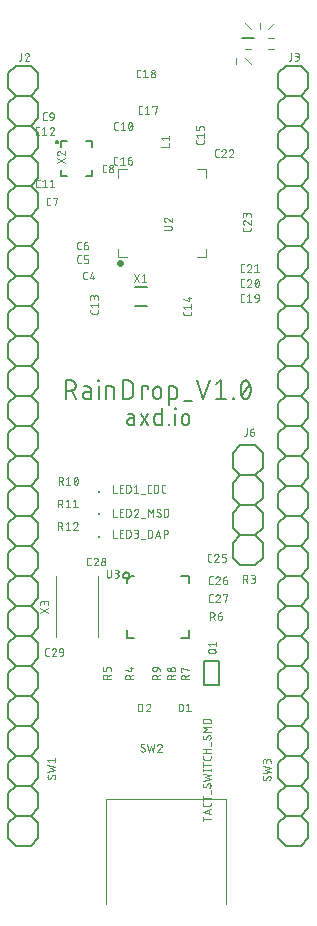
<source format=gbr>
From c3ca4f95bd59f69d45e582a4149327f57a360760 Mon Sep 17 00:00:00 2001
From: jaseg <git@jaseg.de>
Date: Sun, 30 Jan 2022 20:11:38 +0100
Subject: Rename gerbonara/gerber package to just gerbonara

---
 .../tests/resources/eagle_files/silkscreen_top.gbr | 13177 -------------------
 1 file changed, 13177 deletions(-)
 delete mode 100644 gerbonara/gerber/tests/resources/eagle_files/silkscreen_top.gbr

(limited to 'gerbonara/gerber/tests/resources/eagle_files/silkscreen_top.gbr')

diff --git a/gerbonara/gerber/tests/resources/eagle_files/silkscreen_top.gbr b/gerbonara/gerber/tests/resources/eagle_files/silkscreen_top.gbr
deleted file mode 100644
index b7f2a1c..0000000
--- a/gerbonara/gerber/tests/resources/eagle_files/silkscreen_top.gbr
+++ /dev/null
@@ -1,13177 +0,0 @@
-G04 EAGLE Gerber RS-274X export*
-G75*
-%MOMM*%
-%FSLAX34Y34*%
-%LPD*%
-%INSilkscreen Top*%
-%IPPOS*%
-%AMOC8*
-5,1,8,0,0,1.08239X$1,22.5*%
-G01*
-%ADD10C,0.127000*%
-%ADD11C,0.152400*%
-%ADD12C,0.076200*%
-%ADD13R,0.250000X0.250000*%
-%ADD14C,0.050800*%
-%ADD15C,0.200000*%
-%ADD16C,0.150000*%
-%ADD17C,0.100000*%
-%ADD18C,0.300000*%
-%ADD19C,0.000000*%
-%ADD20C,0.120000*%
-
-
-D10*
-X119798Y416278D02*
-X116306Y416278D01*
-X116306Y416277D02*
-X116203Y416275D01*
-X116101Y416269D01*
-X115998Y416260D01*
-X115896Y416246D01*
-X115795Y416229D01*
-X115694Y416207D01*
-X115595Y416182D01*
-X115496Y416153D01*
-X115399Y416121D01*
-X115302Y416085D01*
-X115208Y416045D01*
-X115114Y416002D01*
-X115023Y415955D01*
-X114933Y415905D01*
-X114845Y415851D01*
-X114760Y415794D01*
-X114676Y415734D01*
-X114595Y415671D01*
-X114517Y415604D01*
-X114441Y415535D01*
-X114367Y415463D01*
-X114297Y415389D01*
-X114229Y415311D01*
-X114164Y415231D01*
-X114103Y415149D01*
-X114044Y415065D01*
-X113989Y414978D01*
-X113937Y414889D01*
-X113888Y414799D01*
-X113843Y414706D01*
-X113802Y414612D01*
-X113764Y414517D01*
-X113729Y414420D01*
-X113699Y414322D01*
-X113672Y414222D01*
-X113649Y414122D01*
-X113629Y414021D01*
-X113614Y413920D01*
-X113602Y413818D01*
-X113594Y413715D01*
-X113590Y413612D01*
-X113590Y413510D01*
-X113594Y413407D01*
-X113602Y413304D01*
-X113614Y413202D01*
-X113629Y413101D01*
-X113649Y413000D01*
-X113672Y412900D01*
-X113699Y412800D01*
-X113729Y412702D01*
-X113764Y412605D01*
-X113802Y412510D01*
-X113843Y412416D01*
-X113888Y412323D01*
-X113937Y412233D01*
-X113989Y412144D01*
-X114044Y412057D01*
-X114103Y411973D01*
-X114164Y411891D01*
-X114229Y411811D01*
-X114297Y411733D01*
-X114367Y411659D01*
-X114441Y411587D01*
-X114517Y411518D01*
-X114595Y411451D01*
-X114676Y411388D01*
-X114760Y411328D01*
-X114845Y411271D01*
-X114933Y411217D01*
-X115023Y411167D01*
-X115114Y411120D01*
-X115208Y411077D01*
-X115302Y411037D01*
-X115399Y411001D01*
-X115496Y410969D01*
-X115595Y410940D01*
-X115694Y410915D01*
-X115795Y410893D01*
-X115896Y410876D01*
-X115998Y410862D01*
-X116101Y410853D01*
-X116203Y410847D01*
-X116306Y410845D01*
-X119798Y410845D01*
-X119798Y417830D01*
-X119796Y417924D01*
-X119790Y418017D01*
-X119781Y418111D01*
-X119768Y418203D01*
-X119751Y418296D01*
-X119730Y418387D01*
-X119706Y418478D01*
-X119678Y418567D01*
-X119647Y418656D01*
-X119612Y418742D01*
-X119573Y418828D01*
-X119531Y418912D01*
-X119486Y418994D01*
-X119438Y419074D01*
-X119386Y419152D01*
-X119331Y419229D01*
-X119273Y419302D01*
-X119213Y419374D01*
-X119149Y419443D01*
-X119083Y419509D01*
-X119014Y419573D01*
-X118942Y419633D01*
-X118869Y419691D01*
-X118792Y419746D01*
-X118714Y419798D01*
-X118634Y419846D01*
-X118552Y419891D01*
-X118468Y419933D01*
-X118382Y419972D01*
-X118296Y420007D01*
-X118207Y420038D01*
-X118118Y420066D01*
-X118027Y420090D01*
-X117936Y420111D01*
-X117843Y420128D01*
-X117751Y420141D01*
-X117657Y420150D01*
-X117564Y420156D01*
-X117470Y420158D01*
-X114366Y420158D01*
-X125524Y410845D02*
-X131733Y420158D01*
-X125524Y420158D02*
-X131733Y410845D01*
-X143069Y410845D02*
-X143069Y424815D01*
-X143069Y410845D02*
-X139188Y410845D01*
-X139094Y410847D01*
-X139001Y410853D01*
-X138907Y410862D01*
-X138815Y410875D01*
-X138722Y410892D01*
-X138631Y410913D01*
-X138540Y410937D01*
-X138451Y410965D01*
-X138362Y410996D01*
-X138276Y411031D01*
-X138190Y411070D01*
-X138106Y411112D01*
-X138024Y411157D01*
-X137944Y411205D01*
-X137866Y411257D01*
-X137789Y411312D01*
-X137716Y411370D01*
-X137644Y411430D01*
-X137575Y411494D01*
-X137509Y411560D01*
-X137445Y411629D01*
-X137385Y411701D01*
-X137327Y411774D01*
-X137272Y411851D01*
-X137220Y411929D01*
-X137172Y412009D01*
-X137127Y412091D01*
-X137085Y412175D01*
-X137046Y412261D01*
-X137011Y412347D01*
-X136980Y412436D01*
-X136952Y412525D01*
-X136928Y412616D01*
-X136907Y412707D01*
-X136890Y412800D01*
-X136877Y412892D01*
-X136868Y412986D01*
-X136862Y413079D01*
-X136860Y413173D01*
-X136860Y417830D01*
-X136862Y417924D01*
-X136868Y418017D01*
-X136877Y418111D01*
-X136890Y418203D01*
-X136907Y418296D01*
-X136928Y418387D01*
-X136952Y418478D01*
-X136980Y418567D01*
-X137011Y418656D01*
-X137046Y418742D01*
-X137085Y418828D01*
-X137127Y418912D01*
-X137172Y418994D01*
-X137220Y419074D01*
-X137272Y419152D01*
-X137327Y419229D01*
-X137385Y419302D01*
-X137445Y419374D01*
-X137509Y419443D01*
-X137575Y419509D01*
-X137644Y419573D01*
-X137716Y419633D01*
-X137789Y419691D01*
-X137866Y419746D01*
-X137944Y419798D01*
-X138024Y419846D01*
-X138106Y419891D01*
-X138190Y419933D01*
-X138276Y419972D01*
-X138362Y420007D01*
-X138451Y420038D01*
-X138540Y420066D01*
-X138631Y420090D01*
-X138722Y420111D01*
-X138815Y420128D01*
-X138907Y420141D01*
-X139001Y420150D01*
-X139094Y420156D01*
-X139188Y420158D01*
-X143069Y420158D01*
-X148773Y411621D02*
-X148773Y410845D01*
-X148773Y411621D02*
-X149549Y411621D01*
-X149549Y410845D01*
-X148773Y410845D01*
-X154637Y410845D02*
-X154637Y420158D01*
-X154249Y424039D02*
-X154249Y424815D01*
-X155025Y424815D01*
-X155025Y424039D01*
-X154249Y424039D01*
-X160202Y417054D02*
-X160202Y413949D01*
-X160202Y417054D02*
-X160204Y417165D01*
-X160210Y417275D01*
-X160220Y417386D01*
-X160234Y417496D01*
-X160251Y417605D01*
-X160273Y417714D01*
-X160298Y417822D01*
-X160328Y417928D01*
-X160361Y418034D01*
-X160398Y418139D01*
-X160438Y418242D01*
-X160483Y418343D01*
-X160530Y418443D01*
-X160582Y418542D01*
-X160637Y418638D01*
-X160695Y418732D01*
-X160756Y418824D01*
-X160821Y418914D01*
-X160889Y419002D01*
-X160960Y419087D01*
-X161034Y419169D01*
-X161111Y419249D01*
-X161191Y419326D01*
-X161273Y419400D01*
-X161358Y419471D01*
-X161446Y419539D01*
-X161536Y419604D01*
-X161628Y419665D01*
-X161722Y419723D01*
-X161818Y419778D01*
-X161917Y419830D01*
-X162017Y419877D01*
-X162118Y419922D01*
-X162221Y419962D01*
-X162326Y419999D01*
-X162432Y420032D01*
-X162538Y420062D01*
-X162646Y420087D01*
-X162755Y420109D01*
-X162864Y420126D01*
-X162974Y420140D01*
-X163085Y420150D01*
-X163195Y420156D01*
-X163306Y420158D01*
-X163417Y420156D01*
-X163527Y420150D01*
-X163638Y420140D01*
-X163748Y420126D01*
-X163857Y420109D01*
-X163966Y420087D01*
-X164074Y420062D01*
-X164180Y420032D01*
-X164286Y419999D01*
-X164391Y419962D01*
-X164494Y419922D01*
-X164595Y419877D01*
-X164695Y419830D01*
-X164794Y419778D01*
-X164890Y419723D01*
-X164984Y419665D01*
-X165076Y419604D01*
-X165166Y419539D01*
-X165254Y419471D01*
-X165339Y419400D01*
-X165421Y419326D01*
-X165501Y419249D01*
-X165578Y419169D01*
-X165652Y419087D01*
-X165723Y419002D01*
-X165791Y418914D01*
-X165856Y418824D01*
-X165917Y418732D01*
-X165975Y418638D01*
-X166030Y418542D01*
-X166082Y418443D01*
-X166129Y418343D01*
-X166174Y418242D01*
-X166214Y418139D01*
-X166251Y418034D01*
-X166284Y417928D01*
-X166314Y417822D01*
-X166339Y417714D01*
-X166361Y417605D01*
-X166378Y417496D01*
-X166392Y417386D01*
-X166402Y417275D01*
-X166408Y417165D01*
-X166410Y417054D01*
-X166411Y417054D02*
-X166411Y413949D01*
-X166410Y413949D02*
-X166408Y413838D01*
-X166402Y413728D01*
-X166392Y413617D01*
-X166378Y413507D01*
-X166361Y413398D01*
-X166339Y413289D01*
-X166314Y413181D01*
-X166284Y413075D01*
-X166251Y412969D01*
-X166214Y412864D01*
-X166174Y412761D01*
-X166129Y412660D01*
-X166082Y412560D01*
-X166030Y412461D01*
-X165975Y412365D01*
-X165917Y412271D01*
-X165856Y412179D01*
-X165791Y412089D01*
-X165723Y412001D01*
-X165652Y411916D01*
-X165578Y411834D01*
-X165501Y411754D01*
-X165421Y411677D01*
-X165339Y411603D01*
-X165254Y411532D01*
-X165166Y411464D01*
-X165076Y411399D01*
-X164984Y411338D01*
-X164890Y411280D01*
-X164794Y411225D01*
-X164695Y411173D01*
-X164595Y411126D01*
-X164494Y411081D01*
-X164391Y411041D01*
-X164286Y411004D01*
-X164180Y410971D01*
-X164074Y410941D01*
-X163966Y410916D01*
-X163857Y410894D01*
-X163748Y410877D01*
-X163638Y410863D01*
-X163527Y410853D01*
-X163417Y410847D01*
-X163306Y410845D01*
-X163195Y410847D01*
-X163085Y410853D01*
-X162974Y410863D01*
-X162864Y410877D01*
-X162755Y410894D01*
-X162646Y410916D01*
-X162538Y410941D01*
-X162432Y410971D01*
-X162326Y411004D01*
-X162221Y411041D01*
-X162118Y411081D01*
-X162017Y411126D01*
-X161917Y411173D01*
-X161818Y411225D01*
-X161722Y411280D01*
-X161628Y411338D01*
-X161536Y411399D01*
-X161446Y411464D01*
-X161358Y411532D01*
-X161273Y411603D01*
-X161191Y411677D01*
-X161111Y411754D01*
-X161034Y411834D01*
-X160960Y411916D01*
-X160889Y412001D01*
-X160821Y412089D01*
-X160756Y412179D01*
-X160695Y412271D01*
-X160637Y412365D01*
-X160582Y412461D01*
-X160530Y412560D01*
-X160483Y412660D01*
-X160438Y412761D01*
-X160398Y412864D01*
-X160361Y412969D01*
-X160328Y413075D01*
-X160298Y413181D01*
-X160273Y413289D01*
-X160251Y413398D01*
-X160234Y413507D01*
-X160220Y413617D01*
-X160210Y413728D01*
-X160204Y413838D01*
-X160202Y413949D01*
-X61658Y432943D02*
-X61658Y448437D01*
-X65962Y448437D01*
-X66092Y448435D01*
-X66222Y448429D01*
-X66352Y448419D01*
-X66481Y448406D01*
-X66610Y448388D01*
-X66738Y448367D01*
-X66865Y448341D01*
-X66992Y448312D01*
-X67118Y448279D01*
-X67242Y448242D01*
-X67366Y448202D01*
-X67488Y448157D01*
-X67609Y448109D01*
-X67728Y448058D01*
-X67846Y448003D01*
-X67962Y447944D01*
-X68076Y447882D01*
-X68189Y447816D01*
-X68299Y447747D01*
-X68407Y447675D01*
-X68513Y447600D01*
-X68616Y447521D01*
-X68717Y447439D01*
-X68816Y447355D01*
-X68912Y447267D01*
-X69005Y447176D01*
-X69096Y447083D01*
-X69184Y446987D01*
-X69268Y446888D01*
-X69350Y446787D01*
-X69429Y446684D01*
-X69504Y446578D01*
-X69576Y446470D01*
-X69645Y446360D01*
-X69711Y446247D01*
-X69773Y446133D01*
-X69832Y446017D01*
-X69887Y445899D01*
-X69938Y445780D01*
-X69986Y445659D01*
-X70031Y445537D01*
-X70071Y445413D01*
-X70108Y445289D01*
-X70141Y445163D01*
-X70170Y445036D01*
-X70196Y444909D01*
-X70217Y444781D01*
-X70235Y444652D01*
-X70248Y444523D01*
-X70258Y444393D01*
-X70264Y444263D01*
-X70266Y444133D01*
-X70264Y444003D01*
-X70258Y443873D01*
-X70248Y443743D01*
-X70235Y443614D01*
-X70217Y443485D01*
-X70196Y443357D01*
-X70170Y443230D01*
-X70141Y443103D01*
-X70108Y442977D01*
-X70071Y442853D01*
-X70031Y442729D01*
-X69986Y442607D01*
-X69938Y442486D01*
-X69887Y442367D01*
-X69832Y442249D01*
-X69773Y442133D01*
-X69711Y442019D01*
-X69645Y441906D01*
-X69576Y441796D01*
-X69504Y441688D01*
-X69429Y441582D01*
-X69350Y441479D01*
-X69268Y441378D01*
-X69184Y441279D01*
-X69096Y441183D01*
-X69005Y441090D01*
-X68912Y440999D01*
-X68816Y440911D01*
-X68717Y440827D01*
-X68616Y440745D01*
-X68513Y440666D01*
-X68407Y440591D01*
-X68299Y440519D01*
-X68189Y440450D01*
-X68076Y440384D01*
-X67962Y440322D01*
-X67846Y440263D01*
-X67728Y440208D01*
-X67609Y440157D01*
-X67488Y440109D01*
-X67366Y440064D01*
-X67242Y440024D01*
-X67118Y439987D01*
-X66992Y439954D01*
-X66865Y439925D01*
-X66738Y439899D01*
-X66610Y439878D01*
-X66481Y439860D01*
-X66352Y439847D01*
-X66222Y439837D01*
-X66092Y439831D01*
-X65962Y439829D01*
-X61658Y439829D01*
-X66822Y439829D02*
-X70266Y432943D01*
-X79252Y438968D02*
-X83126Y438968D01*
-X79252Y438969D02*
-X79143Y438967D01*
-X79035Y438961D01*
-X78926Y438951D01*
-X78818Y438938D01*
-X78711Y438920D01*
-X78604Y438899D01*
-X78498Y438873D01*
-X78394Y438844D01*
-X78290Y438811D01*
-X78187Y438775D01*
-X78086Y438734D01*
-X77987Y438691D01*
-X77889Y438643D01*
-X77793Y438592D01*
-X77699Y438538D01*
-X77606Y438480D01*
-X77516Y438419D01*
-X77429Y438355D01*
-X77343Y438287D01*
-X77260Y438217D01*
-X77180Y438143D01*
-X77102Y438067D01*
-X77028Y437988D01*
-X76956Y437907D01*
-X76887Y437822D01*
-X76821Y437736D01*
-X76758Y437647D01*
-X76699Y437556D01*
-X76643Y437463D01*
-X76590Y437367D01*
-X76541Y437270D01*
-X76495Y437172D01*
-X76453Y437071D01*
-X76415Y436969D01*
-X76380Y436866D01*
-X76349Y436762D01*
-X76322Y436657D01*
-X76298Y436550D01*
-X76279Y436443D01*
-X76263Y436336D01*
-X76251Y436228D01*
-X76243Y436119D01*
-X76239Y436010D01*
-X76239Y435902D01*
-X76243Y435793D01*
-X76251Y435684D01*
-X76263Y435576D01*
-X76279Y435469D01*
-X76298Y435362D01*
-X76322Y435255D01*
-X76349Y435150D01*
-X76380Y435046D01*
-X76415Y434943D01*
-X76453Y434841D01*
-X76495Y434740D01*
-X76541Y434642D01*
-X76590Y434545D01*
-X76643Y434450D01*
-X76699Y434356D01*
-X76758Y434265D01*
-X76821Y434176D01*
-X76887Y434090D01*
-X76956Y434005D01*
-X77028Y433924D01*
-X77102Y433845D01*
-X77180Y433769D01*
-X77260Y433695D01*
-X77343Y433625D01*
-X77429Y433557D01*
-X77516Y433493D01*
-X77606Y433432D01*
-X77699Y433374D01*
-X77793Y433320D01*
-X77889Y433269D01*
-X77987Y433221D01*
-X78086Y433178D01*
-X78187Y433137D01*
-X78290Y433101D01*
-X78394Y433068D01*
-X78498Y433039D01*
-X78604Y433013D01*
-X78711Y432992D01*
-X78818Y432974D01*
-X78926Y432961D01*
-X79035Y432951D01*
-X79143Y432945D01*
-X79252Y432943D01*
-X83126Y432943D01*
-X83126Y440690D01*
-X83125Y440690D02*
-X83123Y440789D01*
-X83117Y440888D01*
-X83108Y440986D01*
-X83095Y441084D01*
-X83078Y441182D01*
-X83057Y441278D01*
-X83033Y441374D01*
-X83005Y441469D01*
-X82973Y441563D01*
-X82938Y441655D01*
-X82899Y441746D01*
-X82857Y441836D01*
-X82811Y441923D01*
-X82762Y442009D01*
-X82710Y442093D01*
-X82655Y442175D01*
-X82596Y442255D01*
-X82535Y442333D01*
-X82471Y442408D01*
-X82403Y442480D01*
-X82333Y442550D01*
-X82261Y442618D01*
-X82186Y442682D01*
-X82108Y442743D01*
-X82028Y442802D01*
-X81946Y442857D01*
-X81862Y442909D01*
-X81776Y442958D01*
-X81689Y443004D01*
-X81599Y443046D01*
-X81508Y443085D01*
-X81416Y443120D01*
-X81322Y443152D01*
-X81227Y443180D01*
-X81131Y443204D01*
-X81035Y443225D01*
-X80937Y443242D01*
-X80839Y443255D01*
-X80741Y443264D01*
-X80642Y443270D01*
-X80543Y443272D01*
-X77100Y443272D01*
-X89661Y443272D02*
-X89661Y432943D01*
-X89231Y447576D02*
-X89231Y448437D01*
-X90092Y448437D01*
-X90092Y447576D01*
-X89231Y447576D01*
-X96129Y443272D02*
-X96129Y432943D01*
-X96129Y443272D02*
-X100433Y443272D01*
-X100534Y443270D01*
-X100636Y443264D01*
-X100736Y443254D01*
-X100837Y443240D01*
-X100937Y443222D01*
-X101036Y443201D01*
-X101134Y443175D01*
-X101231Y443146D01*
-X101327Y443112D01*
-X101421Y443075D01*
-X101514Y443035D01*
-X101605Y442991D01*
-X101695Y442943D01*
-X101782Y442892D01*
-X101867Y442837D01*
-X101951Y442779D01*
-X102031Y442718D01*
-X102110Y442653D01*
-X102186Y442586D01*
-X102259Y442516D01*
-X102329Y442443D01*
-X102396Y442367D01*
-X102461Y442289D01*
-X102522Y442208D01*
-X102580Y442124D01*
-X102635Y442039D01*
-X102686Y441952D01*
-X102734Y441862D01*
-X102778Y441771D01*
-X102818Y441678D01*
-X102855Y441584D01*
-X102889Y441488D01*
-X102918Y441391D01*
-X102944Y441293D01*
-X102965Y441194D01*
-X102983Y441094D01*
-X102997Y440994D01*
-X103007Y440893D01*
-X103013Y440791D01*
-X103015Y440690D01*
-X103015Y432943D01*
-X110134Y432943D02*
-X110134Y448437D01*
-X114438Y448437D01*
-X114568Y448435D01*
-X114698Y448429D01*
-X114828Y448419D01*
-X114957Y448406D01*
-X115086Y448388D01*
-X115214Y448367D01*
-X115341Y448341D01*
-X115468Y448312D01*
-X115594Y448279D01*
-X115718Y448242D01*
-X115842Y448202D01*
-X115964Y448157D01*
-X116085Y448109D01*
-X116204Y448058D01*
-X116322Y448003D01*
-X116438Y447944D01*
-X116552Y447882D01*
-X116665Y447816D01*
-X116775Y447747D01*
-X116883Y447675D01*
-X116989Y447600D01*
-X117092Y447521D01*
-X117193Y447439D01*
-X117292Y447355D01*
-X117388Y447267D01*
-X117481Y447176D01*
-X117572Y447083D01*
-X117660Y446987D01*
-X117744Y446888D01*
-X117826Y446787D01*
-X117905Y446684D01*
-X117980Y446578D01*
-X118052Y446470D01*
-X118121Y446360D01*
-X118187Y446247D01*
-X118249Y446133D01*
-X118308Y446017D01*
-X118363Y445899D01*
-X118414Y445780D01*
-X118462Y445659D01*
-X118507Y445537D01*
-X118547Y445413D01*
-X118584Y445289D01*
-X118617Y445163D01*
-X118646Y445036D01*
-X118672Y444909D01*
-X118693Y444781D01*
-X118711Y444652D01*
-X118724Y444523D01*
-X118734Y444393D01*
-X118740Y444263D01*
-X118742Y444133D01*
-X118742Y437247D01*
-X118740Y437117D01*
-X118734Y436987D01*
-X118724Y436857D01*
-X118711Y436728D01*
-X118693Y436599D01*
-X118672Y436471D01*
-X118646Y436344D01*
-X118617Y436217D01*
-X118584Y436091D01*
-X118547Y435967D01*
-X118507Y435843D01*
-X118462Y435721D01*
-X118414Y435600D01*
-X118363Y435481D01*
-X118308Y435363D01*
-X118249Y435247D01*
-X118187Y435133D01*
-X118121Y435020D01*
-X118052Y434910D01*
-X117980Y434802D01*
-X117905Y434696D01*
-X117826Y434593D01*
-X117744Y434492D01*
-X117660Y434393D01*
-X117572Y434297D01*
-X117481Y434204D01*
-X117388Y434113D01*
-X117292Y434025D01*
-X117193Y433941D01*
-X117092Y433859D01*
-X116989Y433780D01*
-X116883Y433705D01*
-X116775Y433633D01*
-X116665Y433564D01*
-X116552Y433498D01*
-X116438Y433436D01*
-X116322Y433377D01*
-X116204Y433322D01*
-X116085Y433271D01*
-X115964Y433223D01*
-X115842Y433178D01*
-X115718Y433138D01*
-X115594Y433101D01*
-X115468Y433068D01*
-X115341Y433039D01*
-X115214Y433013D01*
-X115086Y432992D01*
-X114957Y432974D01*
-X114828Y432961D01*
-X114698Y432951D01*
-X114568Y432945D01*
-X114438Y432943D01*
-X110134Y432943D01*
-X125939Y432943D02*
-X125939Y443272D01*
-X131103Y443272D01*
-X131103Y441551D01*
-X135771Y439829D02*
-X135771Y436386D01*
-X135771Y439829D02*
-X135773Y439945D01*
-X135779Y440061D01*
-X135789Y440177D01*
-X135802Y440293D01*
-X135820Y440408D01*
-X135841Y440522D01*
-X135867Y440636D01*
-X135896Y440748D01*
-X135929Y440860D01*
-X135966Y440970D01*
-X136006Y441079D01*
-X136050Y441187D01*
-X136098Y441293D01*
-X136149Y441397D01*
-X136204Y441500D01*
-X136262Y441601D01*
-X136323Y441699D01*
-X136388Y441796D01*
-X136456Y441890D01*
-X136527Y441982D01*
-X136602Y442072D01*
-X136679Y442159D01*
-X136759Y442243D01*
-X136842Y442324D01*
-X136928Y442403D01*
-X137016Y442479D01*
-X137107Y442552D01*
-X137200Y442621D01*
-X137295Y442688D01*
-X137393Y442751D01*
-X137493Y442811D01*
-X137594Y442867D01*
-X137698Y442920D01*
-X137803Y442970D01*
-X137910Y443015D01*
-X138018Y443058D01*
-X138128Y443096D01*
-X138239Y443131D01*
-X138351Y443162D01*
-X138464Y443189D01*
-X138578Y443213D01*
-X138693Y443232D01*
-X138808Y443248D01*
-X138924Y443260D01*
-X139040Y443268D01*
-X139156Y443272D01*
-X139272Y443272D01*
-X139388Y443268D01*
-X139504Y443260D01*
-X139620Y443248D01*
-X139735Y443232D01*
-X139850Y443213D01*
-X139964Y443189D01*
-X140077Y443162D01*
-X140189Y443131D01*
-X140300Y443096D01*
-X140410Y443058D01*
-X140518Y443015D01*
-X140625Y442970D01*
-X140730Y442920D01*
-X140834Y442867D01*
-X140936Y442811D01*
-X141035Y442751D01*
-X141133Y442688D01*
-X141228Y442621D01*
-X141321Y442552D01*
-X141412Y442479D01*
-X141500Y442403D01*
-X141586Y442324D01*
-X141669Y442243D01*
-X141749Y442159D01*
-X141826Y442072D01*
-X141901Y441982D01*
-X141972Y441890D01*
-X142040Y441796D01*
-X142105Y441699D01*
-X142166Y441601D01*
-X142224Y441500D01*
-X142279Y441397D01*
-X142330Y441293D01*
-X142378Y441187D01*
-X142422Y441079D01*
-X142462Y440970D01*
-X142499Y440860D01*
-X142532Y440748D01*
-X142561Y440636D01*
-X142587Y440522D01*
-X142608Y440408D01*
-X142626Y440293D01*
-X142639Y440177D01*
-X142649Y440061D01*
-X142655Y439945D01*
-X142657Y439829D01*
-X142657Y436386D01*
-X142655Y436270D01*
-X142649Y436154D01*
-X142639Y436038D01*
-X142626Y435922D01*
-X142608Y435807D01*
-X142587Y435693D01*
-X142561Y435579D01*
-X142532Y435467D01*
-X142499Y435355D01*
-X142462Y435245D01*
-X142422Y435136D01*
-X142378Y435028D01*
-X142330Y434922D01*
-X142279Y434818D01*
-X142224Y434715D01*
-X142166Y434614D01*
-X142105Y434516D01*
-X142040Y434419D01*
-X141972Y434325D01*
-X141901Y434233D01*
-X141826Y434143D01*
-X141749Y434056D01*
-X141669Y433972D01*
-X141586Y433891D01*
-X141500Y433812D01*
-X141412Y433736D01*
-X141321Y433663D01*
-X141228Y433594D01*
-X141133Y433527D01*
-X141035Y433464D01*
-X140935Y433404D01*
-X140834Y433348D01*
-X140730Y433295D01*
-X140625Y433245D01*
-X140518Y433200D01*
-X140410Y433157D01*
-X140300Y433119D01*
-X140189Y433084D01*
-X140077Y433053D01*
-X139964Y433026D01*
-X139850Y433002D01*
-X139735Y432983D01*
-X139620Y432967D01*
-X139504Y432955D01*
-X139388Y432947D01*
-X139272Y432943D01*
-X139156Y432943D01*
-X139040Y432947D01*
-X138924Y432955D01*
-X138808Y432967D01*
-X138693Y432983D01*
-X138578Y433002D01*
-X138464Y433026D01*
-X138351Y433053D01*
-X138239Y433084D01*
-X138128Y433119D01*
-X138018Y433157D01*
-X137910Y433200D01*
-X137803Y433245D01*
-X137698Y433295D01*
-X137594Y433348D01*
-X137493Y433404D01*
-X137393Y433464D01*
-X137295Y433527D01*
-X137200Y433594D01*
-X137107Y433663D01*
-X137016Y433736D01*
-X136928Y433812D01*
-X136842Y433891D01*
-X136759Y433972D01*
-X136679Y434056D01*
-X136602Y434143D01*
-X136527Y434233D01*
-X136456Y434325D01*
-X136388Y434419D01*
-X136323Y434516D01*
-X136262Y434614D01*
-X136204Y434715D01*
-X136149Y434818D01*
-X136098Y434922D01*
-X136050Y435028D01*
-X136006Y435136D01*
-X135966Y435245D01*
-X135929Y435355D01*
-X135896Y435467D01*
-X135867Y435579D01*
-X135841Y435693D01*
-X135820Y435807D01*
-X135802Y435922D01*
-X135789Y436038D01*
-X135779Y436154D01*
-X135773Y436270D01*
-X135771Y436386D01*
-X149218Y443272D02*
-X149218Y427778D01*
-X149218Y443272D02*
-X153522Y443272D01*
-X153623Y443270D01*
-X153725Y443264D01*
-X153825Y443254D01*
-X153926Y443240D01*
-X154026Y443222D01*
-X154125Y443201D01*
-X154223Y443175D01*
-X154320Y443146D01*
-X154416Y443112D01*
-X154510Y443075D01*
-X154603Y443035D01*
-X154694Y442991D01*
-X154784Y442943D01*
-X154871Y442892D01*
-X154956Y442837D01*
-X155040Y442779D01*
-X155120Y442718D01*
-X155199Y442653D01*
-X155275Y442586D01*
-X155348Y442516D01*
-X155418Y442443D01*
-X155485Y442367D01*
-X155550Y442289D01*
-X155611Y442208D01*
-X155669Y442124D01*
-X155724Y442039D01*
-X155775Y441952D01*
-X155823Y441862D01*
-X155867Y441771D01*
-X155907Y441678D01*
-X155944Y441584D01*
-X155978Y441488D01*
-X156007Y441391D01*
-X156033Y441293D01*
-X156054Y441194D01*
-X156072Y441094D01*
-X156086Y440994D01*
-X156096Y440893D01*
-X156102Y440791D01*
-X156104Y440690D01*
-X156105Y440690D02*
-X156105Y435525D01*
-X156104Y435525D02*
-X156102Y435426D01*
-X156096Y435327D01*
-X156087Y435229D01*
-X156074Y435131D01*
-X156057Y435033D01*
-X156036Y434937D01*
-X156012Y434841D01*
-X155984Y434746D01*
-X155952Y434652D01*
-X155917Y434560D01*
-X155878Y434469D01*
-X155836Y434379D01*
-X155790Y434292D01*
-X155741Y434206D01*
-X155689Y434122D01*
-X155634Y434040D01*
-X155575Y433960D01*
-X155514Y433882D01*
-X155450Y433807D01*
-X155382Y433735D01*
-X155312Y433665D01*
-X155240Y433597D01*
-X155165Y433533D01*
-X155087Y433472D01*
-X155007Y433413D01*
-X154925Y433358D01*
-X154841Y433306D01*
-X154755Y433257D01*
-X154668Y433211D01*
-X154578Y433169D01*
-X154487Y433130D01*
-X154395Y433095D01*
-X154301Y433063D01*
-X154206Y433035D01*
-X154110Y433011D01*
-X154014Y432990D01*
-X153916Y432973D01*
-X153818Y432960D01*
-X153720Y432951D01*
-X153621Y432945D01*
-X153522Y432943D01*
-X149218Y432943D01*
-X161538Y431221D02*
-X168424Y431221D01*
-X178361Y432943D02*
-X173196Y448437D01*
-X183525Y448437D02*
-X178361Y432943D01*
-X188922Y444994D02*
-X193226Y448437D01*
-X193226Y432943D01*
-X188922Y432943D02*
-X197530Y432943D01*
-X203202Y432943D02*
-X203202Y433804D01*
-X204063Y433804D01*
-X204063Y432943D01*
-X203202Y432943D01*
-X209735Y440690D02*
-X209739Y440995D01*
-X209750Y441299D01*
-X209768Y441604D01*
-X209793Y441907D01*
-X209826Y442210D01*
-X209866Y442513D01*
-X209913Y442814D01*
-X209967Y443114D01*
-X210029Y443412D01*
-X210097Y443709D01*
-X210173Y444005D01*
-X210255Y444298D01*
-X210345Y444589D01*
-X210442Y444878D01*
-X210545Y445165D01*
-X210655Y445449D01*
-X210772Y445731D01*
-X210896Y446009D01*
-X211026Y446285D01*
-X211025Y446285D02*
-X211063Y446388D01*
-X211103Y446490D01*
-X211148Y446590D01*
-X211196Y446689D01*
-X211247Y446786D01*
-X211301Y446881D01*
-X211359Y446975D01*
-X211420Y447066D01*
-X211484Y447155D01*
-X211551Y447242D01*
-X211621Y447326D01*
-X211694Y447409D01*
-X211770Y447488D01*
-X211848Y447565D01*
-X211929Y447639D01*
-X212013Y447710D01*
-X212099Y447778D01*
-X212187Y447844D01*
-X212277Y447906D01*
-X212370Y447965D01*
-X212464Y448021D01*
-X212560Y448074D01*
-X212658Y448123D01*
-X212758Y448169D01*
-X212859Y448211D01*
-X212962Y448250D01*
-X213066Y448285D01*
-X213171Y448317D01*
-X213277Y448345D01*
-X213384Y448369D01*
-X213492Y448390D01*
-X213600Y448407D01*
-X213709Y448420D01*
-X213819Y448429D01*
-X213928Y448435D01*
-X214038Y448437D01*
-X214148Y448435D01*
-X214257Y448429D01*
-X214367Y448420D01*
-X214476Y448407D01*
-X214584Y448390D01*
-X214692Y448369D01*
-X214799Y448345D01*
-X214905Y448317D01*
-X215010Y448285D01*
-X215114Y448250D01*
-X215217Y448211D01*
-X215318Y448169D01*
-X215418Y448123D01*
-X215516Y448074D01*
-X215612Y448021D01*
-X215706Y447965D01*
-X215799Y447906D01*
-X215889Y447844D01*
-X215977Y447778D01*
-X216063Y447710D01*
-X216147Y447639D01*
-X216228Y447565D01*
-X216306Y447488D01*
-X216382Y447408D01*
-X216455Y447326D01*
-X216525Y447242D01*
-X216592Y447155D01*
-X216656Y447066D01*
-X216717Y446975D01*
-X216775Y446881D01*
-X216829Y446786D01*
-X216880Y446689D01*
-X216928Y446590D01*
-X216973Y446490D01*
-X217013Y446388D01*
-X217051Y446285D01*
-X217181Y446009D01*
-X217305Y445731D01*
-X217422Y445449D01*
-X217532Y445165D01*
-X217635Y444878D01*
-X217732Y444589D01*
-X217822Y444298D01*
-X217904Y444005D01*
-X217980Y443709D01*
-X218048Y443412D01*
-X218110Y443114D01*
-X218164Y442814D01*
-X218211Y442513D01*
-X218251Y442210D01*
-X218284Y441907D01*
-X218309Y441604D01*
-X218327Y441299D01*
-X218338Y440995D01*
-X218342Y440690D01*
-X209735Y440690D02*
-X209739Y440385D01*
-X209750Y440081D01*
-X209768Y439776D01*
-X209793Y439473D01*
-X209826Y439170D01*
-X209866Y438867D01*
-X209913Y438566D01*
-X209967Y438266D01*
-X210029Y437968D01*
-X210097Y437671D01*
-X210173Y437375D01*
-X210255Y437082D01*
-X210345Y436791D01*
-X210442Y436502D01*
-X210545Y436215D01*
-X210655Y435931D01*
-X210772Y435649D01*
-X210896Y435371D01*
-X211026Y435095D01*
-X211025Y435095D02*
-X211063Y434992D01*
-X211103Y434890D01*
-X211148Y434790D01*
-X211196Y434691D01*
-X211247Y434594D01*
-X211301Y434499D01*
-X211359Y434405D01*
-X211420Y434314D01*
-X211484Y434225D01*
-X211551Y434138D01*
-X211621Y434053D01*
-X211694Y433971D01*
-X211770Y433892D01*
-X211848Y433815D01*
-X211929Y433741D01*
-X212013Y433670D01*
-X212099Y433602D01*
-X212187Y433536D01*
-X212277Y433474D01*
-X212370Y433415D01*
-X212464Y433359D01*
-X212560Y433306D01*
-X212659Y433257D01*
-X212758Y433211D01*
-X212859Y433169D01*
-X212962Y433130D01*
-X213066Y433095D01*
-X213171Y433063D01*
-X213277Y433035D01*
-X213384Y433011D01*
-X213492Y432990D01*
-X213600Y432973D01*
-X213709Y432960D01*
-X213819Y432951D01*
-X213928Y432945D01*
-X214038Y432943D01*
-X217051Y435095D02*
-X217181Y435371D01*
-X217305Y435649D01*
-X217422Y435931D01*
-X217532Y436215D01*
-X217635Y436502D01*
-X217732Y436791D01*
-X217822Y437082D01*
-X217904Y437375D01*
-X217980Y437671D01*
-X218048Y437968D01*
-X218110Y438266D01*
-X218164Y438566D01*
-X218211Y438867D01*
-X218251Y439170D01*
-X218284Y439473D01*
-X218309Y439776D01*
-X218327Y440081D01*
-X218338Y440385D01*
-X218342Y440690D01*
-X217051Y435095D02*
-X217013Y434992D01*
-X216973Y434890D01*
-X216928Y434790D01*
-X216880Y434691D01*
-X216829Y434594D01*
-X216775Y434499D01*
-X216717Y434405D01*
-X216656Y434314D01*
-X216592Y434225D01*
-X216525Y434138D01*
-X216455Y434054D01*
-X216382Y433971D01*
-X216306Y433892D01*
-X216228Y433815D01*
-X216147Y433741D01*
-X216063Y433670D01*
-X215977Y433602D01*
-X215889Y433536D01*
-X215799Y433474D01*
-X215706Y433415D01*
-X215612Y433359D01*
-X215516Y433306D01*
-X215418Y433257D01*
-X215318Y433211D01*
-X215217Y433169D01*
-X215114Y433130D01*
-X215010Y433095D01*
-X214905Y433063D01*
-X214799Y433035D01*
-X214692Y433011D01*
-X214584Y432990D01*
-X214476Y432973D01*
-X214367Y432960D01*
-X214257Y432951D01*
-X214148Y432945D01*
-X214038Y432943D01*
-X210595Y436386D02*
-X217481Y444994D01*
-D11*
-X113350Y279170D02*
-X113350Y276730D01*
-X113350Y279170D02*
-X117160Y282980D01*
-X119600Y282980D01*
-X159600Y282980D02*
-X165850Y282980D01*
-X165850Y276730D01*
-X165850Y236730D02*
-X165850Y230480D01*
-X159600Y230480D01*
-X119600Y230480D02*
-X113350Y230480D01*
-X113350Y236730D01*
-X110390Y283400D02*
-X110392Y283500D01*
-X110398Y283601D01*
-X110408Y283700D01*
-X110422Y283800D01*
-X110439Y283899D01*
-X110461Y283997D01*
-X110487Y284094D01*
-X110516Y284190D01*
-X110549Y284284D01*
-X110586Y284378D01*
-X110626Y284470D01*
-X110670Y284560D01*
-X110718Y284648D01*
-X110769Y284735D01*
-X110823Y284819D01*
-X110881Y284901D01*
-X110942Y284981D01*
-X111006Y285058D01*
-X111073Y285133D01*
-X111143Y285205D01*
-X111216Y285274D01*
-X111291Y285340D01*
-X111369Y285404D01*
-X111449Y285464D01*
-X111532Y285521D01*
-X111617Y285574D01*
-X111704Y285624D01*
-X111793Y285671D01*
-X111883Y285714D01*
-X111975Y285754D01*
-X112069Y285790D01*
-X112164Y285822D01*
-X112260Y285850D01*
-X112358Y285875D01*
-X112456Y285895D01*
-X112555Y285912D01*
-X112655Y285925D01*
-X112754Y285934D01*
-X112855Y285939D01*
-X112955Y285940D01*
-X113055Y285937D01*
-X113156Y285930D01*
-X113255Y285919D01*
-X113355Y285904D01*
-X113453Y285886D01*
-X113551Y285863D01*
-X113648Y285836D01*
-X113743Y285806D01*
-X113838Y285772D01*
-X113931Y285734D01*
-X114022Y285693D01*
-X114112Y285648D01*
-X114200Y285600D01*
-X114286Y285548D01*
-X114370Y285493D01*
-X114451Y285434D01*
-X114530Y285372D01*
-X114607Y285308D01*
-X114681Y285240D01*
-X114752Y285169D01*
-X114821Y285096D01*
-X114886Y285020D01*
-X114949Y284941D01*
-X115008Y284860D01*
-X115064Y284777D01*
-X115117Y284692D01*
-X115166Y284604D01*
-X115212Y284515D01*
-X115254Y284424D01*
-X115293Y284331D01*
-X115328Y284237D01*
-X115359Y284142D01*
-X115387Y284045D01*
-X115410Y283948D01*
-X115430Y283849D01*
-X115446Y283750D01*
-X115458Y283651D01*
-X115466Y283550D01*
-X115470Y283450D01*
-X115470Y283350D01*
-X115466Y283250D01*
-X115458Y283149D01*
-X115446Y283050D01*
-X115430Y282951D01*
-X115410Y282852D01*
-X115387Y282755D01*
-X115359Y282658D01*
-X115328Y282563D01*
-X115293Y282469D01*
-X115254Y282376D01*
-X115212Y282285D01*
-X115166Y282196D01*
-X115117Y282108D01*
-X115064Y282023D01*
-X115008Y281940D01*
-X114949Y281859D01*
-X114886Y281780D01*
-X114821Y281704D01*
-X114752Y281631D01*
-X114681Y281560D01*
-X114607Y281492D01*
-X114530Y281428D01*
-X114451Y281366D01*
-X114370Y281307D01*
-X114286Y281252D01*
-X114200Y281200D01*
-X114112Y281152D01*
-X114022Y281107D01*
-X113931Y281066D01*
-X113838Y281028D01*
-X113743Y280994D01*
-X113648Y280964D01*
-X113551Y280937D01*
-X113453Y280914D01*
-X113355Y280896D01*
-X113255Y280881D01*
-X113156Y280870D01*
-X113055Y280863D01*
-X112955Y280860D01*
-X112855Y280861D01*
-X112754Y280866D01*
-X112655Y280875D01*
-X112555Y280888D01*
-X112456Y280905D01*
-X112358Y280925D01*
-X112260Y280950D01*
-X112164Y280978D01*
-X112069Y281010D01*
-X111975Y281046D01*
-X111883Y281086D01*
-X111793Y281129D01*
-X111704Y281176D01*
-X111617Y281226D01*
-X111532Y281279D01*
-X111449Y281336D01*
-X111369Y281396D01*
-X111291Y281460D01*
-X111216Y281526D01*
-X111143Y281595D01*
-X111073Y281667D01*
-X111006Y281742D01*
-X110942Y281819D01*
-X110881Y281899D01*
-X110823Y281981D01*
-X110769Y282065D01*
-X110718Y282152D01*
-X110670Y282240D01*
-X110626Y282330D01*
-X110586Y282422D01*
-X110549Y282516D01*
-X110516Y282610D01*
-X110487Y282706D01*
-X110461Y282803D01*
-X110439Y282901D01*
-X110422Y283000D01*
-X110408Y283100D01*
-X110398Y283199D01*
-X110392Y283300D01*
-X110390Y283400D01*
-D12*
-X96429Y283259D02*
-X96429Y287845D01*
-X96429Y283259D02*
-X96431Y283176D01*
-X96437Y283094D01*
-X96446Y283012D01*
-X96460Y282930D01*
-X96477Y282849D01*
-X96498Y282769D01*
-X96523Y282690D01*
-X96552Y282613D01*
-X96584Y282536D01*
-X96619Y282462D01*
-X96658Y282389D01*
-X96701Y282318D01*
-X96747Y282249D01*
-X96796Y282182D01*
-X96848Y282118D01*
-X96903Y282056D01*
-X96960Y281997D01*
-X97021Y281941D01*
-X97084Y281887D01*
-X97149Y281837D01*
-X97217Y281789D01*
-X97287Y281745D01*
-X97359Y281705D01*
-X97433Y281667D01*
-X97508Y281633D01*
-X97585Y281603D01*
-X97664Y281576D01*
-X97743Y281553D01*
-X97824Y281534D01*
-X97905Y281519D01*
-X97987Y281507D01*
-X98069Y281499D01*
-X98152Y281495D01*
-X98234Y281495D01*
-X98317Y281499D01*
-X98399Y281507D01*
-X98481Y281519D01*
-X98562Y281534D01*
-X98643Y281553D01*
-X98722Y281576D01*
-X98801Y281603D01*
-X98878Y281633D01*
-X98953Y281667D01*
-X99027Y281705D01*
-X99099Y281745D01*
-X99169Y281789D01*
-X99237Y281837D01*
-X99302Y281887D01*
-X99365Y281941D01*
-X99426Y281997D01*
-X99483Y282056D01*
-X99538Y282118D01*
-X99590Y282182D01*
-X99639Y282249D01*
-X99685Y282318D01*
-X99728Y282389D01*
-X99767Y282462D01*
-X99802Y282536D01*
-X99834Y282613D01*
-X99863Y282690D01*
-X99888Y282769D01*
-X99909Y282849D01*
-X99926Y282930D01*
-X99940Y283012D01*
-X99949Y283094D01*
-X99955Y283176D01*
-X99957Y283259D01*
-X99957Y287845D01*
-X103043Y281495D02*
-X104807Y281495D01*
-X104890Y281497D01*
-X104972Y281503D01*
-X105054Y281512D01*
-X105136Y281526D01*
-X105217Y281543D01*
-X105297Y281564D01*
-X105376Y281589D01*
-X105453Y281618D01*
-X105530Y281650D01*
-X105604Y281685D01*
-X105677Y281724D01*
-X105748Y281767D01*
-X105817Y281813D01*
-X105884Y281862D01*
-X105948Y281914D01*
-X106010Y281969D01*
-X106069Y282026D01*
-X106125Y282087D01*
-X106179Y282150D01*
-X106229Y282215D01*
-X106277Y282283D01*
-X106321Y282353D01*
-X106361Y282425D01*
-X106399Y282499D01*
-X106433Y282574D01*
-X106463Y282651D01*
-X106490Y282730D01*
-X106513Y282809D01*
-X106532Y282890D01*
-X106547Y282971D01*
-X106559Y283053D01*
-X106567Y283135D01*
-X106571Y283218D01*
-X106571Y283300D01*
-X106567Y283383D01*
-X106559Y283465D01*
-X106547Y283547D01*
-X106532Y283628D01*
-X106513Y283709D01*
-X106490Y283788D01*
-X106463Y283867D01*
-X106433Y283944D01*
-X106399Y284019D01*
-X106361Y284093D01*
-X106321Y284165D01*
-X106277Y284235D01*
-X106229Y284303D01*
-X106179Y284368D01*
-X106125Y284431D01*
-X106069Y284492D01*
-X106010Y284549D01*
-X105948Y284604D01*
-X105884Y284656D01*
-X105817Y284705D01*
-X105748Y284751D01*
-X105677Y284794D01*
-X105604Y284833D01*
-X105530Y284868D01*
-X105453Y284900D01*
-X105376Y284929D01*
-X105297Y284954D01*
-X105217Y284975D01*
-X105136Y284992D01*
-X105054Y285006D01*
-X104972Y285015D01*
-X104890Y285021D01*
-X104807Y285023D01*
-X105160Y287845D02*
-X103043Y287845D01*
-X105160Y287845D02*
-X105234Y287843D01*
-X105307Y287837D01*
-X105381Y287828D01*
-X105453Y287814D01*
-X105525Y287797D01*
-X105596Y287776D01*
-X105666Y287751D01*
-X105734Y287723D01*
-X105801Y287691D01*
-X105865Y287656D01*
-X105928Y287617D01*
-X105989Y287576D01*
-X106048Y287531D01*
-X106104Y287483D01*
-X106158Y287432D01*
-X106209Y287378D01*
-X106257Y287322D01*
-X106302Y287263D01*
-X106343Y287202D01*
-X106382Y287140D01*
-X106417Y287075D01*
-X106449Y287008D01*
-X106477Y286940D01*
-X106502Y286870D01*
-X106523Y286799D01*
-X106540Y286727D01*
-X106554Y286655D01*
-X106563Y286581D01*
-X106569Y286508D01*
-X106571Y286434D01*
-X106569Y286360D01*
-X106563Y286287D01*
-X106554Y286213D01*
-X106540Y286141D01*
-X106523Y286069D01*
-X106502Y285998D01*
-X106477Y285928D01*
-X106449Y285860D01*
-X106417Y285793D01*
-X106382Y285729D01*
-X106343Y285666D01*
-X106302Y285605D01*
-X106257Y285546D01*
-X106209Y285490D01*
-X106158Y285436D01*
-X106104Y285385D01*
-X106048Y285337D01*
-X105989Y285292D01*
-X105928Y285251D01*
-X105866Y285212D01*
-X105801Y285177D01*
-X105734Y285145D01*
-X105666Y285117D01*
-X105596Y285092D01*
-X105525Y285071D01*
-X105453Y285054D01*
-X105381Y285040D01*
-X105307Y285031D01*
-X105234Y285025D01*
-X105160Y285023D01*
-X103749Y285023D01*
-D10*
-X179070Y210820D02*
-X179070Y190500D01*
-X179070Y210820D02*
-X191770Y210820D01*
-X191770Y190500D01*
-X179070Y190500D01*
-D12*
-X184009Y217398D02*
-X186831Y217398D01*
-X184009Y217397D02*
-X183926Y217399D01*
-X183844Y217405D01*
-X183762Y217414D01*
-X183680Y217428D01*
-X183599Y217445D01*
-X183519Y217466D01*
-X183440Y217491D01*
-X183363Y217520D01*
-X183286Y217552D01*
-X183212Y217587D01*
-X183139Y217626D01*
-X183068Y217669D01*
-X182999Y217715D01*
-X182932Y217764D01*
-X182868Y217816D01*
-X182806Y217871D01*
-X182747Y217928D01*
-X182691Y217989D01*
-X182637Y218052D01*
-X182587Y218117D01*
-X182539Y218185D01*
-X182495Y218255D01*
-X182455Y218327D01*
-X182417Y218401D01*
-X182383Y218476D01*
-X182353Y218553D01*
-X182326Y218632D01*
-X182303Y218711D01*
-X182284Y218792D01*
-X182269Y218873D01*
-X182257Y218955D01*
-X182249Y219037D01*
-X182245Y219120D01*
-X182245Y219202D01*
-X182249Y219285D01*
-X182257Y219367D01*
-X182269Y219449D01*
-X182284Y219530D01*
-X182303Y219611D01*
-X182326Y219690D01*
-X182353Y219769D01*
-X182383Y219846D01*
-X182417Y219921D01*
-X182455Y219995D01*
-X182495Y220067D01*
-X182539Y220137D01*
-X182587Y220205D01*
-X182637Y220270D01*
-X182691Y220333D01*
-X182747Y220394D01*
-X182806Y220451D01*
-X182868Y220506D01*
-X182932Y220558D01*
-X182999Y220607D01*
-X183068Y220653D01*
-X183139Y220696D01*
-X183212Y220735D01*
-X183286Y220770D01*
-X183363Y220802D01*
-X183440Y220831D01*
-X183519Y220856D01*
-X183599Y220877D01*
-X183680Y220894D01*
-X183762Y220908D01*
-X183844Y220917D01*
-X183926Y220923D01*
-X184009Y220925D01*
-X186831Y220925D01*
-X186914Y220923D01*
-X186996Y220917D01*
-X187078Y220908D01*
-X187160Y220894D01*
-X187241Y220877D01*
-X187321Y220856D01*
-X187400Y220831D01*
-X187477Y220802D01*
-X187554Y220770D01*
-X187628Y220735D01*
-X187701Y220696D01*
-X187772Y220653D01*
-X187841Y220607D01*
-X187908Y220558D01*
-X187972Y220506D01*
-X188034Y220451D01*
-X188093Y220394D01*
-X188149Y220333D01*
-X188203Y220270D01*
-X188253Y220205D01*
-X188301Y220137D01*
-X188345Y220067D01*
-X188385Y219995D01*
-X188423Y219921D01*
-X188457Y219846D01*
-X188487Y219769D01*
-X188514Y219690D01*
-X188537Y219611D01*
-X188556Y219530D01*
-X188571Y219449D01*
-X188583Y219367D01*
-X188591Y219285D01*
-X188595Y219202D01*
-X188595Y219120D01*
-X188591Y219037D01*
-X188583Y218955D01*
-X188571Y218873D01*
-X188556Y218792D01*
-X188537Y218711D01*
-X188514Y218632D01*
-X188487Y218553D01*
-X188457Y218476D01*
-X188423Y218401D01*
-X188385Y218327D01*
-X188345Y218255D01*
-X188301Y218185D01*
-X188253Y218117D01*
-X188203Y218052D01*
-X188149Y217989D01*
-X188093Y217928D01*
-X188034Y217871D01*
-X187972Y217816D01*
-X187908Y217764D01*
-X187841Y217715D01*
-X187772Y217669D01*
-X187701Y217626D01*
-X187628Y217587D01*
-X187554Y217552D01*
-X187477Y217520D01*
-X187400Y217491D01*
-X187321Y217466D01*
-X187241Y217445D01*
-X187160Y217428D01*
-X187078Y217414D01*
-X186996Y217405D01*
-X186914Y217399D01*
-X186831Y217397D01*
-X187184Y220220D02*
-X188595Y221631D01*
-X183656Y223575D02*
-X182245Y225339D01*
-X188595Y225339D01*
-X188595Y227102D02*
-X188595Y223575D01*
-X157269Y174625D02*
-X157269Y168275D01*
-X157269Y174625D02*
-X159033Y174625D01*
-X159114Y174623D01*
-X159196Y174617D01*
-X159277Y174608D01*
-X159357Y174595D01*
-X159437Y174578D01*
-X159516Y174558D01*
-X159594Y174534D01*
-X159670Y174506D01*
-X159746Y174475D01*
-X159819Y174440D01*
-X159891Y174402D01*
-X159962Y174361D01*
-X160030Y174316D01*
-X160096Y174269D01*
-X160160Y174218D01*
-X160221Y174165D01*
-X160280Y174108D01*
-X160337Y174049D01*
-X160390Y173988D01*
-X160441Y173924D01*
-X160488Y173858D01*
-X160533Y173790D01*
-X160574Y173719D01*
-X160612Y173647D01*
-X160647Y173574D01*
-X160678Y173498D01*
-X160706Y173422D01*
-X160730Y173344D01*
-X160750Y173265D01*
-X160767Y173185D01*
-X160780Y173105D01*
-X160789Y173024D01*
-X160795Y172942D01*
-X160797Y172861D01*
-X160797Y170039D01*
-X160795Y169958D01*
-X160789Y169876D01*
-X160780Y169795D01*
-X160767Y169715D01*
-X160750Y169635D01*
-X160730Y169556D01*
-X160706Y169478D01*
-X160678Y169402D01*
-X160647Y169326D01*
-X160612Y169253D01*
-X160574Y169181D01*
-X160533Y169110D01*
-X160488Y169042D01*
-X160441Y168976D01*
-X160390Y168912D01*
-X160337Y168851D01*
-X160280Y168792D01*
-X160221Y168735D01*
-X160160Y168682D01*
-X160096Y168631D01*
-X160030Y168584D01*
-X159962Y168539D01*
-X159891Y168498D01*
-X159819Y168460D01*
-X159746Y168425D01*
-X159670Y168394D01*
-X159594Y168366D01*
-X159516Y168342D01*
-X159437Y168322D01*
-X159357Y168305D01*
-X159277Y168292D01*
-X159196Y168283D01*
-X159114Y168277D01*
-X159033Y168275D01*
-X157269Y168275D01*
-X163883Y173214D02*
-X165647Y174625D01*
-X165647Y168275D01*
-X163883Y168275D02*
-X167411Y168275D01*
-X123059Y168275D02*
-X123059Y174625D01*
-X124823Y174625D01*
-X124904Y174623D01*
-X124986Y174617D01*
-X125067Y174608D01*
-X125147Y174595D01*
-X125227Y174578D01*
-X125306Y174558D01*
-X125384Y174534D01*
-X125460Y174506D01*
-X125536Y174475D01*
-X125609Y174440D01*
-X125681Y174402D01*
-X125752Y174361D01*
-X125820Y174316D01*
-X125886Y174269D01*
-X125950Y174218D01*
-X126011Y174165D01*
-X126070Y174108D01*
-X126127Y174049D01*
-X126180Y173988D01*
-X126231Y173924D01*
-X126278Y173858D01*
-X126323Y173790D01*
-X126364Y173719D01*
-X126402Y173647D01*
-X126437Y173574D01*
-X126468Y173498D01*
-X126496Y173422D01*
-X126520Y173344D01*
-X126540Y173265D01*
-X126557Y173185D01*
-X126570Y173105D01*
-X126579Y173024D01*
-X126585Y172942D01*
-X126587Y172861D01*
-X126587Y170039D01*
-X126585Y169958D01*
-X126579Y169876D01*
-X126570Y169795D01*
-X126557Y169715D01*
-X126540Y169635D01*
-X126520Y169556D01*
-X126496Y169478D01*
-X126468Y169402D01*
-X126437Y169326D01*
-X126402Y169253D01*
-X126364Y169181D01*
-X126323Y169110D01*
-X126278Y169042D01*
-X126231Y168976D01*
-X126180Y168912D01*
-X126127Y168851D01*
-X126070Y168792D01*
-X126011Y168735D01*
-X125950Y168682D01*
-X125886Y168631D01*
-X125820Y168584D01*
-X125752Y168539D01*
-X125681Y168498D01*
-X125609Y168460D01*
-X125536Y168425D01*
-X125460Y168394D01*
-X125384Y168366D01*
-X125306Y168342D01*
-X125227Y168322D01*
-X125147Y168305D01*
-X125067Y168292D01*
-X124986Y168283D01*
-X124904Y168277D01*
-X124823Y168275D01*
-X123059Y168275D01*
-X131613Y174626D02*
-X131691Y174624D01*
-X131769Y174618D01*
-X131846Y174609D01*
-X131923Y174595D01*
-X131999Y174578D01*
-X132074Y174558D01*
-X132148Y174533D01*
-X132221Y174505D01*
-X132292Y174474D01*
-X132362Y174438D01*
-X132429Y174400D01*
-X132495Y174358D01*
-X132559Y174313D01*
-X132620Y174266D01*
-X132679Y174215D01*
-X132736Y174161D01*
-X132790Y174104D01*
-X132841Y174045D01*
-X132888Y173984D01*
-X132933Y173920D01*
-X132975Y173854D01*
-X133013Y173787D01*
-X133049Y173717D01*
-X133080Y173646D01*
-X133108Y173573D01*
-X133133Y173499D01*
-X133153Y173424D01*
-X133170Y173348D01*
-X133184Y173271D01*
-X133193Y173194D01*
-X133199Y173116D01*
-X133201Y173038D01*
-X131613Y174625D02*
-X131525Y174623D01*
-X131436Y174617D01*
-X131348Y174608D01*
-X131261Y174594D01*
-X131174Y174577D01*
-X131088Y174556D01*
-X131003Y174532D01*
-X130920Y174504D01*
-X130837Y174472D01*
-X130756Y174436D01*
-X130677Y174397D01*
-X130599Y174355D01*
-X130523Y174309D01*
-X130450Y174261D01*
-X130378Y174209D01*
-X130309Y174154D01*
-X130242Y174096D01*
-X130178Y174035D01*
-X130117Y173971D01*
-X130058Y173905D01*
-X130002Y173836D01*
-X129950Y173765D01*
-X129900Y173692D01*
-X129854Y173617D01*
-X129811Y173540D01*
-X129771Y173461D01*
-X129735Y173380D01*
-X129702Y173298D01*
-X129673Y173214D01*
-X132672Y171803D02*
-X132729Y171861D01*
-X132784Y171921D01*
-X132836Y171983D01*
-X132884Y172048D01*
-X132930Y172116D01*
-X132972Y172185D01*
-X133011Y172256D01*
-X133047Y172329D01*
-X133079Y172404D01*
-X133107Y172480D01*
-X133132Y172557D01*
-X133153Y172636D01*
-X133170Y172715D01*
-X133184Y172795D01*
-X133193Y172876D01*
-X133199Y172957D01*
-X133201Y173038D01*
-X132672Y171803D02*
-X129673Y168275D01*
-X133201Y168275D01*
-D13*
-X90150Y354330D03*
-D14*
-X101854Y353314D02*
-X101854Y359918D01*
-X101854Y353314D02*
-X104789Y353314D01*
-X107401Y353314D02*
-X110336Y353314D01*
-X107401Y353314D02*
-X107401Y359918D01*
-X110336Y359918D01*
-X109603Y356983D02*
-X107401Y356983D01*
-X112937Y359918D02*
-X112937Y353314D01*
-X112937Y359918D02*
-X114771Y359918D01*
-X114856Y359916D01*
-X114940Y359910D01*
-X115024Y359900D01*
-X115108Y359887D01*
-X115191Y359869D01*
-X115273Y359848D01*
-X115354Y359823D01*
-X115434Y359794D01*
-X115512Y359762D01*
-X115588Y359726D01*
-X115663Y359686D01*
-X115736Y359643D01*
-X115807Y359597D01*
-X115876Y359548D01*
-X115943Y359495D01*
-X116007Y359439D01*
-X116068Y359381D01*
-X116126Y359320D01*
-X116182Y359256D01*
-X116235Y359189D01*
-X116284Y359120D01*
-X116330Y359049D01*
-X116373Y358976D01*
-X116413Y358901D01*
-X116449Y358825D01*
-X116481Y358747D01*
-X116510Y358667D01*
-X116535Y358586D01*
-X116556Y358504D01*
-X116574Y358421D01*
-X116587Y358337D01*
-X116597Y358253D01*
-X116603Y358169D01*
-X116605Y358084D01*
-X116606Y358084D02*
-X116606Y355148D01*
-X116605Y355148D02*
-X116603Y355063D01*
-X116597Y354979D01*
-X116587Y354895D01*
-X116574Y354811D01*
-X116556Y354728D01*
-X116535Y354646D01*
-X116510Y354565D01*
-X116481Y354485D01*
-X116449Y354407D01*
-X116413Y354331D01*
-X116373Y354256D01*
-X116330Y354183D01*
-X116284Y354112D01*
-X116235Y354043D01*
-X116182Y353976D01*
-X116126Y353912D01*
-X116068Y353851D01*
-X116007Y353793D01*
-X115943Y353737D01*
-X115876Y353684D01*
-X115807Y353635D01*
-X115736Y353589D01*
-X115663Y353546D01*
-X115588Y353506D01*
-X115512Y353470D01*
-X115434Y353438D01*
-X115354Y353409D01*
-X115273Y353384D01*
-X115191Y353363D01*
-X115108Y353345D01*
-X115024Y353332D01*
-X114940Y353322D01*
-X114856Y353316D01*
-X114771Y353314D01*
-X112937Y353314D01*
-X119551Y358450D02*
-X121385Y359918D01*
-X121385Y353314D01*
-X119551Y353314D02*
-X123220Y353314D01*
-X125678Y352580D02*
-X128614Y352580D01*
-X132522Y353314D02*
-X133990Y353314D01*
-X132522Y353314D02*
-X132448Y353316D01*
-X132373Y353322D01*
-X132300Y353331D01*
-X132226Y353344D01*
-X132154Y353361D01*
-X132083Y353381D01*
-X132012Y353405D01*
-X131943Y353433D01*
-X131876Y353464D01*
-X131810Y353498D01*
-X131745Y353536D01*
-X131683Y353577D01*
-X131623Y353621D01*
-X131566Y353668D01*
-X131511Y353718D01*
-X131458Y353771D01*
-X131408Y353826D01*
-X131361Y353883D01*
-X131317Y353943D01*
-X131276Y354005D01*
-X131238Y354070D01*
-X131204Y354136D01*
-X131173Y354203D01*
-X131145Y354272D01*
-X131121Y354343D01*
-X131101Y354414D01*
-X131084Y354486D01*
-X131071Y354560D01*
-X131062Y354633D01*
-X131056Y354708D01*
-X131054Y354782D01*
-X131055Y354782D02*
-X131055Y358450D01*
-X131054Y358450D02*
-X131056Y358524D01*
-X131062Y358599D01*
-X131071Y358672D01*
-X131084Y358746D01*
-X131101Y358818D01*
-X131121Y358889D01*
-X131145Y358960D01*
-X131173Y359029D01*
-X131204Y359096D01*
-X131238Y359162D01*
-X131276Y359227D01*
-X131317Y359289D01*
-X131361Y359349D01*
-X131408Y359406D01*
-X131458Y359461D01*
-X131511Y359514D01*
-X131566Y359564D01*
-X131623Y359611D01*
-X131683Y359655D01*
-X131745Y359696D01*
-X131810Y359734D01*
-X131875Y359768D01*
-X131943Y359799D01*
-X132012Y359827D01*
-X132083Y359851D01*
-X132154Y359871D01*
-X132226Y359888D01*
-X132300Y359901D01*
-X132373Y359910D01*
-X132448Y359916D01*
-X132522Y359918D01*
-X133990Y359918D01*
-X136620Y359918D02*
-X136620Y353314D01*
-X136620Y359918D02*
-X138454Y359918D01*
-X138539Y359916D01*
-X138623Y359910D01*
-X138707Y359900D01*
-X138791Y359887D01*
-X138874Y359869D01*
-X138956Y359848D01*
-X139037Y359823D01*
-X139117Y359794D01*
-X139195Y359762D01*
-X139271Y359726D01*
-X139346Y359686D01*
-X139419Y359643D01*
-X139490Y359597D01*
-X139559Y359548D01*
-X139626Y359495D01*
-X139690Y359439D01*
-X139751Y359381D01*
-X139809Y359320D01*
-X139865Y359256D01*
-X139918Y359189D01*
-X139967Y359120D01*
-X140013Y359049D01*
-X140056Y358976D01*
-X140096Y358901D01*
-X140132Y358825D01*
-X140164Y358747D01*
-X140193Y358667D01*
-X140218Y358586D01*
-X140239Y358504D01*
-X140257Y358421D01*
-X140270Y358337D01*
-X140280Y358253D01*
-X140286Y358169D01*
-X140288Y358084D01*
-X140288Y355148D01*
-X140286Y355063D01*
-X140280Y354979D01*
-X140270Y354895D01*
-X140257Y354811D01*
-X140239Y354728D01*
-X140218Y354646D01*
-X140193Y354565D01*
-X140164Y354485D01*
-X140132Y354407D01*
-X140096Y354331D01*
-X140056Y354256D01*
-X140013Y354183D01*
-X139967Y354112D01*
-X139918Y354043D01*
-X139865Y353976D01*
-X139809Y353912D01*
-X139751Y353851D01*
-X139690Y353793D01*
-X139626Y353737D01*
-X139559Y353684D01*
-X139490Y353635D01*
-X139419Y353589D01*
-X139346Y353546D01*
-X139271Y353506D01*
-X139195Y353470D01*
-X139117Y353438D01*
-X139037Y353409D01*
-X138956Y353384D01*
-X138874Y353363D01*
-X138791Y353345D01*
-X138707Y353332D01*
-X138623Y353322D01*
-X138539Y353316D01*
-X138454Y353314D01*
-X136620Y353314D01*
-X144684Y353314D02*
-X146151Y353314D01*
-X144684Y353314D02*
-X144610Y353316D01*
-X144535Y353322D01*
-X144462Y353331D01*
-X144388Y353344D01*
-X144316Y353361D01*
-X144245Y353381D01*
-X144174Y353405D01*
-X144105Y353433D01*
-X144038Y353464D01*
-X143972Y353498D01*
-X143907Y353536D01*
-X143845Y353577D01*
-X143785Y353621D01*
-X143728Y353668D01*
-X143673Y353718D01*
-X143620Y353771D01*
-X143570Y353826D01*
-X143523Y353883D01*
-X143479Y353943D01*
-X143438Y354005D01*
-X143400Y354070D01*
-X143366Y354136D01*
-X143335Y354203D01*
-X143307Y354272D01*
-X143283Y354343D01*
-X143263Y354414D01*
-X143246Y354486D01*
-X143233Y354560D01*
-X143224Y354633D01*
-X143218Y354708D01*
-X143216Y354782D01*
-X143216Y358450D01*
-X143218Y358524D01*
-X143224Y358599D01*
-X143233Y358672D01*
-X143246Y358746D01*
-X143263Y358818D01*
-X143283Y358889D01*
-X143307Y358960D01*
-X143335Y359029D01*
-X143366Y359096D01*
-X143400Y359162D01*
-X143438Y359227D01*
-X143479Y359289D01*
-X143523Y359349D01*
-X143570Y359406D01*
-X143620Y359461D01*
-X143673Y359514D01*
-X143728Y359564D01*
-X143785Y359611D01*
-X143845Y359655D01*
-X143907Y359696D01*
-X143972Y359734D01*
-X144037Y359768D01*
-X144105Y359799D01*
-X144174Y359827D01*
-X144245Y359851D01*
-X144316Y359871D01*
-X144388Y359888D01*
-X144462Y359901D01*
-X144535Y359910D01*
-X144610Y359916D01*
-X144684Y359918D01*
-X146151Y359918D01*
-D13*
-X90150Y335280D03*
-D14*
-X101854Y332994D02*
-X101854Y339598D01*
-X101854Y332994D02*
-X104789Y332994D01*
-X107401Y332994D02*
-X110336Y332994D01*
-X107401Y332994D02*
-X107401Y339598D01*
-X110336Y339598D01*
-X109603Y336663D02*
-X107401Y336663D01*
-X112937Y339598D02*
-X112937Y332994D01*
-X112937Y339598D02*
-X114771Y339598D01*
-X114856Y339596D01*
-X114940Y339590D01*
-X115024Y339580D01*
-X115108Y339567D01*
-X115191Y339549D01*
-X115273Y339528D01*
-X115354Y339503D01*
-X115434Y339474D01*
-X115512Y339442D01*
-X115588Y339406D01*
-X115663Y339366D01*
-X115736Y339323D01*
-X115807Y339277D01*
-X115876Y339228D01*
-X115943Y339175D01*
-X116007Y339119D01*
-X116068Y339061D01*
-X116126Y339000D01*
-X116182Y338936D01*
-X116235Y338869D01*
-X116284Y338800D01*
-X116330Y338729D01*
-X116373Y338656D01*
-X116413Y338581D01*
-X116449Y338505D01*
-X116481Y338427D01*
-X116510Y338347D01*
-X116535Y338266D01*
-X116556Y338184D01*
-X116574Y338101D01*
-X116587Y338017D01*
-X116597Y337933D01*
-X116603Y337849D01*
-X116605Y337764D01*
-X116606Y337764D02*
-X116606Y334828D01*
-X116605Y334828D02*
-X116603Y334743D01*
-X116597Y334659D01*
-X116587Y334575D01*
-X116574Y334491D01*
-X116556Y334408D01*
-X116535Y334326D01*
-X116510Y334245D01*
-X116481Y334165D01*
-X116449Y334087D01*
-X116413Y334011D01*
-X116373Y333936D01*
-X116330Y333863D01*
-X116284Y333792D01*
-X116235Y333723D01*
-X116182Y333656D01*
-X116126Y333592D01*
-X116068Y333531D01*
-X116007Y333473D01*
-X115943Y333417D01*
-X115876Y333364D01*
-X115807Y333315D01*
-X115736Y333269D01*
-X115663Y333226D01*
-X115588Y333186D01*
-X115512Y333150D01*
-X115434Y333118D01*
-X115354Y333089D01*
-X115273Y333064D01*
-X115191Y333043D01*
-X115108Y333025D01*
-X115024Y333012D01*
-X114940Y333002D01*
-X114856Y332996D01*
-X114771Y332994D01*
-X112937Y332994D01*
-X121569Y339598D02*
-X121648Y339596D01*
-X121726Y339591D01*
-X121804Y339581D01*
-X121881Y339568D01*
-X121958Y339551D01*
-X122034Y339531D01*
-X122109Y339507D01*
-X122183Y339480D01*
-X122255Y339449D01*
-X122326Y339414D01*
-X122395Y339377D01*
-X122462Y339336D01*
-X122527Y339292D01*
-X122590Y339245D01*
-X122650Y339195D01*
-X122708Y339142D01*
-X122764Y339086D01*
-X122817Y339028D01*
-X122867Y338968D01*
-X122914Y338905D01*
-X122958Y338840D01*
-X122999Y338773D01*
-X123036Y338704D01*
-X123071Y338633D01*
-X123102Y338561D01*
-X123129Y338487D01*
-X123153Y338412D01*
-X123173Y338336D01*
-X123190Y338259D01*
-X123203Y338182D01*
-X123213Y338104D01*
-X123218Y338026D01*
-X123220Y337947D01*
-X121569Y339598D02*
-X121480Y339596D01*
-X121391Y339591D01*
-X121303Y339581D01*
-X121215Y339568D01*
-X121128Y339552D01*
-X121041Y339531D01*
-X120956Y339507D01*
-X120871Y339480D01*
-X120788Y339449D01*
-X120706Y339414D01*
-X120625Y339376D01*
-X120546Y339335D01*
-X120470Y339291D01*
-X120394Y339243D01*
-X120321Y339192D01*
-X120251Y339139D01*
-X120182Y339082D01*
-X120116Y339022D01*
-X120053Y338960D01*
-X119992Y338895D01*
-X119934Y338828D01*
-X119879Y338758D01*
-X119826Y338686D01*
-X119777Y338612D01*
-X119731Y338536D01*
-X119689Y338458D01*
-X119649Y338378D01*
-X119613Y338297D01*
-X119580Y338214D01*
-X119551Y338130D01*
-X122669Y336663D02*
-X122725Y336719D01*
-X122779Y336778D01*
-X122830Y336839D01*
-X122879Y336903D01*
-X122924Y336968D01*
-X122967Y337036D01*
-X123006Y337105D01*
-X123043Y337176D01*
-X123076Y337249D01*
-X123105Y337323D01*
-X123132Y337398D01*
-X123155Y337474D01*
-X123174Y337552D01*
-X123190Y337630D01*
-X123203Y337708D01*
-X123212Y337788D01*
-X123217Y337867D01*
-X123219Y337947D01*
-X122669Y336663D02*
-X119551Y332994D01*
-X123220Y332994D01*
-X125678Y332260D02*
-X128614Y332260D01*
-X131345Y332994D02*
-X131345Y339598D01*
-X133547Y335929D01*
-X135748Y339598D01*
-X135748Y332994D01*
-X140741Y332994D02*
-X140815Y332996D01*
-X140889Y333002D01*
-X140963Y333011D01*
-X141036Y333024D01*
-X141109Y333041D01*
-X141180Y333061D01*
-X141251Y333085D01*
-X141320Y333113D01*
-X141387Y333144D01*
-X141453Y333178D01*
-X141518Y333216D01*
-X141580Y333257D01*
-X141640Y333301D01*
-X141697Y333348D01*
-X141752Y333398D01*
-X141805Y333451D01*
-X141855Y333506D01*
-X141902Y333563D01*
-X141946Y333623D01*
-X141987Y333685D01*
-X142025Y333750D01*
-X142059Y333815D01*
-X142090Y333883D01*
-X142118Y333952D01*
-X142142Y334023D01*
-X142162Y334094D01*
-X142179Y334166D01*
-X142192Y334240D01*
-X142201Y334313D01*
-X142207Y334388D01*
-X142209Y334462D01*
-X140741Y332994D02*
-X140630Y332996D01*
-X140519Y333002D01*
-X140408Y333012D01*
-X140297Y333026D01*
-X140188Y333044D01*
-X140079Y333066D01*
-X139970Y333091D01*
-X139863Y333121D01*
-X139757Y333154D01*
-X139652Y333192D01*
-X139549Y333232D01*
-X139447Y333277D01*
-X139347Y333325D01*
-X139248Y333377D01*
-X139152Y333432D01*
-X139057Y333491D01*
-X138965Y333553D01*
-X138875Y333619D01*
-X138787Y333687D01*
-X138702Y333759D01*
-X138620Y333834D01*
-X138540Y333911D01*
-X138723Y338130D02*
-X138725Y338204D01*
-X138731Y338279D01*
-X138740Y338352D01*
-X138753Y338426D01*
-X138770Y338498D01*
-X138790Y338569D01*
-X138814Y338640D01*
-X138842Y338709D01*
-X138873Y338776D01*
-X138907Y338842D01*
-X138945Y338907D01*
-X138986Y338969D01*
-X139030Y339029D01*
-X139077Y339086D01*
-X139127Y339141D01*
-X139180Y339194D01*
-X139235Y339244D01*
-X139292Y339291D01*
-X139352Y339335D01*
-X139414Y339376D01*
-X139479Y339414D01*
-X139545Y339448D01*
-X139612Y339479D01*
-X139681Y339507D01*
-X139752Y339531D01*
-X139823Y339551D01*
-X139895Y339568D01*
-X139969Y339581D01*
-X140042Y339590D01*
-X140117Y339596D01*
-X140191Y339598D01*
-X140295Y339596D01*
-X140399Y339590D01*
-X140503Y339580D01*
-X140606Y339567D01*
-X140709Y339549D01*
-X140811Y339527D01*
-X140912Y339502D01*
-X141012Y339473D01*
-X141111Y339440D01*
-X141208Y339403D01*
-X141304Y339363D01*
-X141399Y339319D01*
-X141491Y339271D01*
-X141582Y339221D01*
-X141671Y339166D01*
-X141758Y339109D01*
-X141842Y339048D01*
-X139457Y336845D02*
-X139394Y336884D01*
-X139334Y336926D01*
-X139276Y336971D01*
-X139219Y337019D01*
-X139166Y337070D01*
-X139115Y337123D01*
-X139066Y337178D01*
-X139021Y337236D01*
-X138978Y337296D01*
-X138938Y337358D01*
-X138902Y337422D01*
-X138868Y337488D01*
-X138838Y337556D01*
-X138811Y337624D01*
-X138788Y337694D01*
-X138768Y337765D01*
-X138752Y337837D01*
-X138739Y337910D01*
-X138730Y337983D01*
-X138725Y338056D01*
-X138723Y338130D01*
-X141475Y335747D02*
-X141538Y335708D01*
-X141598Y335666D01*
-X141657Y335621D01*
-X141713Y335573D01*
-X141766Y335522D01*
-X141817Y335469D01*
-X141866Y335414D01*
-X141911Y335356D01*
-X141954Y335296D01*
-X141994Y335234D01*
-X142030Y335170D01*
-X142064Y335104D01*
-X142094Y335036D01*
-X142121Y334968D01*
-X142144Y334898D01*
-X142164Y334827D01*
-X142180Y334755D01*
-X142193Y334682D01*
-X142202Y334609D01*
-X142207Y334536D01*
-X142209Y334462D01*
-X141475Y335746D02*
-X139457Y336846D01*
-X144941Y339598D02*
-X144941Y332994D01*
-X144941Y339598D02*
-X146775Y339598D01*
-X146860Y339596D01*
-X146944Y339590D01*
-X147028Y339580D01*
-X147112Y339567D01*
-X147195Y339549D01*
-X147277Y339528D01*
-X147358Y339503D01*
-X147438Y339474D01*
-X147516Y339442D01*
-X147592Y339406D01*
-X147667Y339366D01*
-X147740Y339323D01*
-X147811Y339277D01*
-X147880Y339228D01*
-X147947Y339175D01*
-X148011Y339119D01*
-X148072Y339061D01*
-X148130Y339000D01*
-X148186Y338936D01*
-X148239Y338869D01*
-X148288Y338800D01*
-X148334Y338729D01*
-X148377Y338656D01*
-X148417Y338581D01*
-X148453Y338505D01*
-X148485Y338427D01*
-X148514Y338347D01*
-X148539Y338266D01*
-X148560Y338184D01*
-X148578Y338101D01*
-X148591Y338017D01*
-X148601Y337933D01*
-X148607Y337849D01*
-X148609Y337764D01*
-X148609Y334828D01*
-X148607Y334743D01*
-X148601Y334659D01*
-X148591Y334575D01*
-X148578Y334491D01*
-X148560Y334408D01*
-X148539Y334326D01*
-X148514Y334245D01*
-X148485Y334165D01*
-X148453Y334087D01*
-X148417Y334011D01*
-X148377Y333936D01*
-X148334Y333863D01*
-X148288Y333792D01*
-X148239Y333723D01*
-X148186Y333656D01*
-X148130Y333592D01*
-X148072Y333531D01*
-X148011Y333473D01*
-X147947Y333417D01*
-X147880Y333364D01*
-X147811Y333315D01*
-X147740Y333269D01*
-X147667Y333226D01*
-X147592Y333186D01*
-X147516Y333150D01*
-X147438Y333118D01*
-X147358Y333089D01*
-X147277Y333064D01*
-X147195Y333043D01*
-X147112Y333025D01*
-X147028Y333012D01*
-X146944Y333002D01*
-X146860Y332996D01*
-X146775Y332994D01*
-X144941Y332994D01*
-D13*
-X90150Y316230D03*
-D14*
-X101854Y315214D02*
-X101854Y321818D01*
-X101854Y315214D02*
-X104789Y315214D01*
-X107401Y315214D02*
-X110336Y315214D01*
-X107401Y315214D02*
-X107401Y321818D01*
-X110336Y321818D01*
-X109603Y318883D02*
-X107401Y318883D01*
-X112937Y321818D02*
-X112937Y315214D01*
-X112937Y321818D02*
-X114771Y321818D01*
-X114856Y321816D01*
-X114940Y321810D01*
-X115024Y321800D01*
-X115108Y321787D01*
-X115191Y321769D01*
-X115273Y321748D01*
-X115354Y321723D01*
-X115434Y321694D01*
-X115512Y321662D01*
-X115588Y321626D01*
-X115663Y321586D01*
-X115736Y321543D01*
-X115807Y321497D01*
-X115876Y321448D01*
-X115943Y321395D01*
-X116007Y321339D01*
-X116068Y321281D01*
-X116126Y321220D01*
-X116182Y321156D01*
-X116235Y321089D01*
-X116284Y321020D01*
-X116330Y320949D01*
-X116373Y320876D01*
-X116413Y320801D01*
-X116449Y320725D01*
-X116481Y320647D01*
-X116510Y320567D01*
-X116535Y320486D01*
-X116556Y320404D01*
-X116574Y320321D01*
-X116587Y320237D01*
-X116597Y320153D01*
-X116603Y320069D01*
-X116605Y319984D01*
-X116606Y319984D02*
-X116606Y317048D01*
-X116605Y317048D02*
-X116603Y316963D01*
-X116597Y316879D01*
-X116587Y316795D01*
-X116574Y316711D01*
-X116556Y316628D01*
-X116535Y316546D01*
-X116510Y316465D01*
-X116481Y316385D01*
-X116449Y316307D01*
-X116413Y316231D01*
-X116373Y316156D01*
-X116330Y316083D01*
-X116284Y316012D01*
-X116235Y315943D01*
-X116182Y315876D01*
-X116126Y315812D01*
-X116068Y315751D01*
-X116007Y315693D01*
-X115943Y315637D01*
-X115876Y315584D01*
-X115807Y315535D01*
-X115736Y315489D01*
-X115663Y315446D01*
-X115588Y315406D01*
-X115512Y315370D01*
-X115434Y315338D01*
-X115354Y315309D01*
-X115273Y315284D01*
-X115191Y315263D01*
-X115108Y315245D01*
-X115024Y315232D01*
-X114940Y315222D01*
-X114856Y315216D01*
-X114771Y315214D01*
-X112937Y315214D01*
-X119551Y315214D02*
-X121385Y315214D01*
-X121470Y315216D01*
-X121554Y315222D01*
-X121638Y315232D01*
-X121722Y315245D01*
-X121805Y315263D01*
-X121887Y315284D01*
-X121968Y315309D01*
-X122048Y315338D01*
-X122126Y315370D01*
-X122202Y315406D01*
-X122277Y315446D01*
-X122350Y315489D01*
-X122421Y315535D01*
-X122490Y315584D01*
-X122557Y315637D01*
-X122621Y315693D01*
-X122682Y315751D01*
-X122740Y315812D01*
-X122796Y315876D01*
-X122849Y315943D01*
-X122898Y316012D01*
-X122944Y316083D01*
-X122987Y316156D01*
-X123027Y316231D01*
-X123063Y316307D01*
-X123095Y316385D01*
-X123124Y316465D01*
-X123149Y316546D01*
-X123170Y316628D01*
-X123188Y316711D01*
-X123201Y316795D01*
-X123211Y316879D01*
-X123217Y316963D01*
-X123219Y317048D01*
-X123217Y317133D01*
-X123211Y317217D01*
-X123201Y317301D01*
-X123188Y317385D01*
-X123170Y317468D01*
-X123149Y317550D01*
-X123124Y317631D01*
-X123095Y317711D01*
-X123063Y317789D01*
-X123027Y317865D01*
-X122987Y317940D01*
-X122944Y318013D01*
-X122898Y318084D01*
-X122849Y318153D01*
-X122796Y318220D01*
-X122740Y318284D01*
-X122682Y318345D01*
-X122621Y318403D01*
-X122557Y318459D01*
-X122490Y318512D01*
-X122421Y318561D01*
-X122350Y318607D01*
-X122277Y318650D01*
-X122202Y318690D01*
-X122126Y318726D01*
-X122048Y318758D01*
-X121968Y318787D01*
-X121887Y318812D01*
-X121805Y318833D01*
-X121722Y318851D01*
-X121638Y318864D01*
-X121554Y318874D01*
-X121470Y318880D01*
-X121385Y318882D01*
-X121752Y321818D02*
-X119551Y321818D01*
-X121752Y321818D02*
-X121828Y321816D01*
-X121903Y321810D01*
-X121978Y321801D01*
-X122052Y321787D01*
-X122126Y321770D01*
-X122198Y321748D01*
-X122270Y321724D01*
-X122340Y321695D01*
-X122408Y321663D01*
-X122475Y321628D01*
-X122540Y321589D01*
-X122603Y321546D01*
-X122663Y321501D01*
-X122721Y321453D01*
-X122777Y321401D01*
-X122829Y321347D01*
-X122879Y321290D01*
-X122926Y321231D01*
-X122970Y321170D01*
-X123011Y321106D01*
-X123048Y321040D01*
-X123082Y320972D01*
-X123112Y320903D01*
-X123139Y320832D01*
-X123162Y320760D01*
-X123181Y320687D01*
-X123196Y320613D01*
-X123208Y320538D01*
-X123216Y320463D01*
-X123220Y320388D01*
-X123220Y320312D01*
-X123216Y320237D01*
-X123208Y320162D01*
-X123196Y320087D01*
-X123181Y320013D01*
-X123162Y319940D01*
-X123139Y319868D01*
-X123112Y319797D01*
-X123082Y319728D01*
-X123048Y319660D01*
-X123011Y319594D01*
-X122970Y319530D01*
-X122926Y319469D01*
-X122879Y319410D01*
-X122829Y319353D01*
-X122777Y319299D01*
-X122721Y319247D01*
-X122663Y319199D01*
-X122603Y319154D01*
-X122540Y319111D01*
-X122475Y319072D01*
-X122408Y319037D01*
-X122340Y319005D01*
-X122270Y318976D01*
-X122198Y318952D01*
-X122126Y318930D01*
-X122052Y318913D01*
-X121978Y318899D01*
-X121903Y318890D01*
-X121828Y318884D01*
-X121752Y318882D01*
-X121752Y318883D02*
-X120285Y318883D01*
-X125678Y314480D02*
-X128614Y314480D01*
-X131286Y315214D02*
-X131286Y321818D01*
-X133120Y321818D01*
-X133205Y321816D01*
-X133289Y321810D01*
-X133373Y321800D01*
-X133457Y321787D01*
-X133540Y321769D01*
-X133622Y321748D01*
-X133703Y321723D01*
-X133783Y321694D01*
-X133861Y321662D01*
-X133937Y321626D01*
-X134012Y321586D01*
-X134085Y321543D01*
-X134156Y321497D01*
-X134225Y321448D01*
-X134292Y321395D01*
-X134356Y321339D01*
-X134417Y321281D01*
-X134475Y321220D01*
-X134531Y321156D01*
-X134584Y321089D01*
-X134633Y321020D01*
-X134679Y320949D01*
-X134722Y320876D01*
-X134762Y320801D01*
-X134798Y320725D01*
-X134830Y320647D01*
-X134859Y320567D01*
-X134884Y320486D01*
-X134905Y320404D01*
-X134923Y320321D01*
-X134936Y320237D01*
-X134946Y320153D01*
-X134952Y320069D01*
-X134954Y319984D01*
-X134954Y317048D01*
-X134952Y316963D01*
-X134946Y316879D01*
-X134936Y316795D01*
-X134923Y316711D01*
-X134905Y316628D01*
-X134884Y316546D01*
-X134859Y316465D01*
-X134830Y316385D01*
-X134798Y316307D01*
-X134762Y316231D01*
-X134722Y316156D01*
-X134679Y316083D01*
-X134633Y316012D01*
-X134584Y315943D01*
-X134531Y315876D01*
-X134475Y315812D01*
-X134417Y315751D01*
-X134356Y315693D01*
-X134292Y315637D01*
-X134225Y315584D01*
-X134156Y315535D01*
-X134085Y315489D01*
-X134012Y315446D01*
-X133937Y315406D01*
-X133861Y315370D01*
-X133783Y315338D01*
-X133703Y315309D01*
-X133622Y315284D01*
-X133540Y315263D01*
-X133457Y315245D01*
-X133373Y315232D01*
-X133289Y315222D01*
-X133205Y315216D01*
-X133120Y315214D01*
-X131286Y315214D01*
-X137533Y315214D02*
-X139734Y321818D01*
-X141935Y315214D01*
-X141385Y316865D02*
-X138083Y316865D01*
-X144604Y315214D02*
-X144604Y321818D01*
-X146438Y321818D01*
-X146523Y321816D01*
-X146607Y321810D01*
-X146691Y321800D01*
-X146775Y321787D01*
-X146858Y321769D01*
-X146940Y321748D01*
-X147021Y321723D01*
-X147101Y321694D01*
-X147179Y321662D01*
-X147255Y321626D01*
-X147330Y321586D01*
-X147403Y321543D01*
-X147474Y321497D01*
-X147543Y321448D01*
-X147610Y321395D01*
-X147674Y321339D01*
-X147735Y321281D01*
-X147793Y321220D01*
-X147849Y321156D01*
-X147902Y321089D01*
-X147951Y321020D01*
-X147997Y320949D01*
-X148040Y320876D01*
-X148080Y320801D01*
-X148116Y320725D01*
-X148148Y320647D01*
-X148177Y320567D01*
-X148202Y320486D01*
-X148223Y320404D01*
-X148241Y320321D01*
-X148254Y320237D01*
-X148264Y320153D01*
-X148270Y320069D01*
-X148272Y319984D01*
-X148270Y319899D01*
-X148264Y319815D01*
-X148254Y319731D01*
-X148241Y319647D01*
-X148223Y319564D01*
-X148202Y319482D01*
-X148177Y319401D01*
-X148148Y319321D01*
-X148116Y319243D01*
-X148080Y319167D01*
-X148040Y319092D01*
-X147997Y319019D01*
-X147951Y318948D01*
-X147902Y318879D01*
-X147849Y318812D01*
-X147793Y318748D01*
-X147735Y318687D01*
-X147674Y318629D01*
-X147610Y318573D01*
-X147543Y318520D01*
-X147474Y318471D01*
-X147403Y318425D01*
-X147330Y318382D01*
-X147255Y318342D01*
-X147179Y318306D01*
-X147101Y318274D01*
-X147021Y318245D01*
-X146940Y318220D01*
-X146858Y318199D01*
-X146775Y318181D01*
-X146691Y318168D01*
-X146607Y318158D01*
-X146523Y318152D01*
-X146438Y318150D01*
-X146438Y318149D02*
-X144604Y318149D01*
-X55624Y359968D02*
-X55624Y366572D01*
-X57459Y366572D01*
-X57544Y366570D01*
-X57628Y366564D01*
-X57712Y366554D01*
-X57796Y366541D01*
-X57879Y366523D01*
-X57961Y366502D01*
-X58042Y366477D01*
-X58122Y366448D01*
-X58200Y366416D01*
-X58276Y366380D01*
-X58351Y366340D01*
-X58424Y366297D01*
-X58495Y366251D01*
-X58564Y366202D01*
-X58631Y366149D01*
-X58695Y366093D01*
-X58756Y366035D01*
-X58814Y365974D01*
-X58870Y365910D01*
-X58923Y365843D01*
-X58972Y365774D01*
-X59018Y365703D01*
-X59061Y365630D01*
-X59101Y365555D01*
-X59137Y365479D01*
-X59169Y365401D01*
-X59198Y365321D01*
-X59223Y365240D01*
-X59244Y365158D01*
-X59262Y365075D01*
-X59275Y364991D01*
-X59285Y364907D01*
-X59291Y364823D01*
-X59293Y364738D01*
-X59291Y364653D01*
-X59285Y364569D01*
-X59275Y364485D01*
-X59262Y364401D01*
-X59244Y364318D01*
-X59223Y364236D01*
-X59198Y364155D01*
-X59169Y364075D01*
-X59137Y363997D01*
-X59101Y363921D01*
-X59061Y363846D01*
-X59018Y363773D01*
-X58972Y363702D01*
-X58923Y363633D01*
-X58870Y363566D01*
-X58814Y363502D01*
-X58756Y363441D01*
-X58695Y363383D01*
-X58631Y363327D01*
-X58564Y363274D01*
-X58495Y363225D01*
-X58424Y363179D01*
-X58351Y363136D01*
-X58276Y363096D01*
-X58200Y363060D01*
-X58122Y363028D01*
-X58042Y362999D01*
-X57961Y362974D01*
-X57879Y362953D01*
-X57796Y362935D01*
-X57712Y362922D01*
-X57628Y362912D01*
-X57544Y362906D01*
-X57459Y362904D01*
-X57459Y362903D02*
-X55624Y362903D01*
-X57826Y362903D02*
-X59293Y359968D01*
-X61986Y365104D02*
-X63820Y366572D01*
-X63820Y359968D01*
-X61986Y359968D02*
-X65655Y359968D01*
-X68387Y363270D02*
-X68389Y363415D01*
-X68395Y363560D01*
-X68404Y363705D01*
-X68418Y363850D01*
-X68435Y363994D01*
-X68457Y364137D01*
-X68482Y364281D01*
-X68511Y364423D01*
-X68543Y364564D01*
-X68580Y364705D01*
-X68620Y364844D01*
-X68664Y364983D01*
-X68711Y365120D01*
-X68762Y365256D01*
-X68817Y365390D01*
-X68875Y365523D01*
-X68937Y365655D01*
-X68936Y365655D02*
-X68962Y365724D01*
-X68991Y365791D01*
-X69024Y365857D01*
-X69060Y365920D01*
-X69100Y365982D01*
-X69143Y366041D01*
-X69189Y366098D01*
-X69238Y366152D01*
-X69290Y366204D01*
-X69345Y366253D01*
-X69402Y366298D01*
-X69462Y366341D01*
-X69524Y366380D01*
-X69587Y366416D01*
-X69653Y366449D01*
-X69720Y366477D01*
-X69789Y366503D01*
-X69859Y366524D01*
-X69930Y366542D01*
-X70002Y366555D01*
-X70075Y366565D01*
-X70148Y366571D01*
-X70221Y366573D01*
-X70221Y366572D02*
-X70294Y366570D01*
-X70367Y366564D01*
-X70440Y366554D01*
-X70512Y366541D01*
-X70583Y366523D01*
-X70653Y366502D01*
-X70721Y366476D01*
-X70789Y366448D01*
-X70854Y366415D01*
-X70918Y366379D01*
-X70980Y366340D01*
-X71039Y366298D01*
-X71096Y366252D01*
-X71151Y366203D01*
-X71203Y366152D01*
-X71252Y366097D01*
-X71298Y366040D01*
-X71341Y365981D01*
-X71381Y365920D01*
-X71417Y365856D01*
-X71450Y365791D01*
-X71479Y365724D01*
-X71505Y365655D01*
-X71506Y365655D02*
-X71568Y365523D01*
-X71626Y365390D01*
-X71681Y365256D01*
-X71732Y365120D01*
-X71779Y364983D01*
-X71823Y364844D01*
-X71863Y364705D01*
-X71900Y364564D01*
-X71932Y364423D01*
-X71961Y364281D01*
-X71986Y364138D01*
-X72008Y363994D01*
-X72025Y363850D01*
-X72039Y363705D01*
-X72048Y363560D01*
-X72054Y363415D01*
-X72056Y363270D01*
-X68387Y363270D02*
-X68389Y363125D01*
-X68395Y362980D01*
-X68404Y362835D01*
-X68418Y362690D01*
-X68435Y362546D01*
-X68457Y362403D01*
-X68482Y362260D01*
-X68510Y362117D01*
-X68543Y361976D01*
-X68580Y361835D01*
-X68620Y361696D01*
-X68664Y361557D01*
-X68711Y361420D01*
-X68762Y361284D01*
-X68817Y361150D01*
-X68875Y361017D01*
-X68937Y360885D01*
-X68936Y360886D02*
-X68962Y360817D01*
-X68991Y360750D01*
-X69024Y360684D01*
-X69060Y360621D01*
-X69100Y360559D01*
-X69143Y360500D01*
-X69189Y360443D01*
-X69238Y360389D01*
-X69290Y360337D01*
-X69345Y360288D01*
-X69402Y360243D01*
-X69462Y360200D01*
-X69524Y360161D01*
-X69587Y360125D01*
-X69653Y360092D01*
-X69720Y360064D01*
-X69789Y360038D01*
-X69859Y360017D01*
-X69930Y359999D01*
-X70002Y359986D01*
-X70075Y359976D01*
-X70148Y359970D01*
-X70221Y359968D01*
-X71505Y360885D02*
-X71567Y361017D01*
-X71625Y361150D01*
-X71680Y361284D01*
-X71731Y361420D01*
-X71778Y361557D01*
-X71822Y361696D01*
-X71862Y361835D01*
-X71899Y361976D01*
-X71931Y362117D01*
-X71960Y362259D01*
-X71985Y362402D01*
-X72007Y362546D01*
-X72024Y362690D01*
-X72038Y362835D01*
-X72047Y362980D01*
-X72053Y363125D01*
-X72055Y363270D01*
-X71505Y360885D02*
-X71479Y360816D01*
-X71450Y360749D01*
-X71417Y360684D01*
-X71381Y360620D01*
-X71341Y360559D01*
-X71298Y360500D01*
-X71252Y360443D01*
-X71203Y360388D01*
-X71151Y360337D01*
-X71096Y360288D01*
-X71039Y360242D01*
-X70980Y360200D01*
-X70918Y360161D01*
-X70854Y360125D01*
-X70789Y360092D01*
-X70721Y360064D01*
-X70653Y360038D01*
-X70583Y360017D01*
-X70511Y359999D01*
-X70440Y359986D01*
-X70367Y359976D01*
-X70294Y359970D01*
-X70221Y359968D01*
-X68754Y361436D02*
-X71689Y365104D01*
-X55284Y347472D02*
-X55284Y340868D01*
-X55284Y347472D02*
-X57119Y347472D01*
-X57204Y347470D01*
-X57288Y347464D01*
-X57372Y347454D01*
-X57456Y347441D01*
-X57539Y347423D01*
-X57621Y347402D01*
-X57702Y347377D01*
-X57782Y347348D01*
-X57860Y347316D01*
-X57936Y347280D01*
-X58011Y347240D01*
-X58084Y347197D01*
-X58155Y347151D01*
-X58224Y347102D01*
-X58291Y347049D01*
-X58355Y346993D01*
-X58416Y346935D01*
-X58474Y346874D01*
-X58530Y346810D01*
-X58583Y346743D01*
-X58632Y346674D01*
-X58678Y346603D01*
-X58721Y346530D01*
-X58761Y346455D01*
-X58797Y346379D01*
-X58829Y346301D01*
-X58858Y346221D01*
-X58883Y346140D01*
-X58904Y346058D01*
-X58922Y345975D01*
-X58935Y345891D01*
-X58945Y345807D01*
-X58951Y345723D01*
-X58953Y345638D01*
-X58951Y345553D01*
-X58945Y345469D01*
-X58935Y345385D01*
-X58922Y345301D01*
-X58904Y345218D01*
-X58883Y345136D01*
-X58858Y345055D01*
-X58829Y344975D01*
-X58797Y344897D01*
-X58761Y344821D01*
-X58721Y344746D01*
-X58678Y344673D01*
-X58632Y344602D01*
-X58583Y344533D01*
-X58530Y344466D01*
-X58474Y344402D01*
-X58416Y344341D01*
-X58355Y344283D01*
-X58291Y344227D01*
-X58224Y344174D01*
-X58155Y344125D01*
-X58084Y344079D01*
-X58011Y344036D01*
-X57936Y343996D01*
-X57860Y343960D01*
-X57782Y343928D01*
-X57702Y343899D01*
-X57621Y343874D01*
-X57539Y343853D01*
-X57456Y343835D01*
-X57372Y343822D01*
-X57288Y343812D01*
-X57204Y343806D01*
-X57119Y343804D01*
-X57119Y343803D02*
-X55284Y343803D01*
-X57486Y343803D02*
-X58953Y340868D01*
-X61646Y346004D02*
-X63480Y347472D01*
-X63480Y340868D01*
-X61646Y340868D02*
-X65315Y340868D01*
-X68047Y346004D02*
-X69881Y347472D01*
-X69881Y340868D01*
-X68047Y340868D02*
-X71716Y340868D01*
-X55284Y328422D02*
-X55284Y321818D01*
-X55284Y328422D02*
-X57119Y328422D01*
-X57204Y328420D01*
-X57288Y328414D01*
-X57372Y328404D01*
-X57456Y328391D01*
-X57539Y328373D01*
-X57621Y328352D01*
-X57702Y328327D01*
-X57782Y328298D01*
-X57860Y328266D01*
-X57936Y328230D01*
-X58011Y328190D01*
-X58084Y328147D01*
-X58155Y328101D01*
-X58224Y328052D01*
-X58291Y327999D01*
-X58355Y327943D01*
-X58416Y327885D01*
-X58474Y327824D01*
-X58530Y327760D01*
-X58583Y327693D01*
-X58632Y327624D01*
-X58678Y327553D01*
-X58721Y327480D01*
-X58761Y327405D01*
-X58797Y327329D01*
-X58829Y327251D01*
-X58858Y327171D01*
-X58883Y327090D01*
-X58904Y327008D01*
-X58922Y326925D01*
-X58935Y326841D01*
-X58945Y326757D01*
-X58951Y326673D01*
-X58953Y326588D01*
-X58951Y326503D01*
-X58945Y326419D01*
-X58935Y326335D01*
-X58922Y326251D01*
-X58904Y326168D01*
-X58883Y326086D01*
-X58858Y326005D01*
-X58829Y325925D01*
-X58797Y325847D01*
-X58761Y325771D01*
-X58721Y325696D01*
-X58678Y325623D01*
-X58632Y325552D01*
-X58583Y325483D01*
-X58530Y325416D01*
-X58474Y325352D01*
-X58416Y325291D01*
-X58355Y325233D01*
-X58291Y325177D01*
-X58224Y325124D01*
-X58155Y325075D01*
-X58084Y325029D01*
-X58011Y324986D01*
-X57936Y324946D01*
-X57860Y324910D01*
-X57782Y324878D01*
-X57702Y324849D01*
-X57621Y324824D01*
-X57539Y324803D01*
-X57456Y324785D01*
-X57372Y324772D01*
-X57288Y324762D01*
-X57204Y324756D01*
-X57119Y324754D01*
-X57119Y324753D02*
-X55284Y324753D01*
-X57486Y324753D02*
-X58953Y321818D01*
-X61646Y326954D02*
-X63480Y328422D01*
-X63480Y321818D01*
-X61646Y321818D02*
-X65315Y321818D01*
-X71716Y326771D02*
-X71714Y326850D01*
-X71709Y326928D01*
-X71699Y327006D01*
-X71686Y327083D01*
-X71669Y327160D01*
-X71649Y327236D01*
-X71625Y327311D01*
-X71598Y327385D01*
-X71567Y327457D01*
-X71532Y327528D01*
-X71495Y327597D01*
-X71454Y327664D01*
-X71410Y327729D01*
-X71363Y327792D01*
-X71313Y327852D01*
-X71260Y327910D01*
-X71204Y327966D01*
-X71146Y328019D01*
-X71086Y328069D01*
-X71023Y328116D01*
-X70958Y328160D01*
-X70891Y328201D01*
-X70822Y328238D01*
-X70751Y328273D01*
-X70679Y328304D01*
-X70605Y328331D01*
-X70530Y328355D01*
-X70454Y328375D01*
-X70377Y328392D01*
-X70300Y328405D01*
-X70222Y328415D01*
-X70144Y328420D01*
-X70065Y328422D01*
-X69976Y328420D01*
-X69887Y328415D01*
-X69799Y328405D01*
-X69711Y328392D01*
-X69624Y328376D01*
-X69537Y328355D01*
-X69452Y328331D01*
-X69367Y328304D01*
-X69284Y328273D01*
-X69202Y328238D01*
-X69121Y328200D01*
-X69042Y328159D01*
-X68966Y328115D01*
-X68890Y328067D01*
-X68817Y328016D01*
-X68747Y327963D01*
-X68678Y327906D01*
-X68612Y327846D01*
-X68549Y327784D01*
-X68488Y327719D01*
-X68430Y327652D01*
-X68375Y327582D01*
-X68322Y327510D01*
-X68273Y327436D01*
-X68227Y327360D01*
-X68185Y327282D01*
-X68145Y327202D01*
-X68109Y327121D01*
-X68076Y327038D01*
-X68047Y326954D01*
-X71165Y325487D02*
-X71221Y325543D01*
-X71275Y325602D01*
-X71326Y325663D01*
-X71375Y325727D01*
-X71420Y325792D01*
-X71463Y325860D01*
-X71502Y325929D01*
-X71539Y326000D01*
-X71572Y326073D01*
-X71601Y326147D01*
-X71628Y326222D01*
-X71651Y326298D01*
-X71670Y326376D01*
-X71686Y326454D01*
-X71699Y326532D01*
-X71708Y326612D01*
-X71713Y326691D01*
-X71715Y326771D01*
-X71165Y325487D02*
-X68047Y321818D01*
-X71716Y321818D01*
-X112268Y195645D02*
-X118872Y195645D01*
-X112268Y195645D02*
-X112268Y197479D01*
-X112270Y197564D01*
-X112276Y197648D01*
-X112286Y197732D01*
-X112299Y197816D01*
-X112317Y197899D01*
-X112338Y197981D01*
-X112363Y198062D01*
-X112392Y198142D01*
-X112424Y198220D01*
-X112460Y198296D01*
-X112500Y198371D01*
-X112543Y198444D01*
-X112589Y198515D01*
-X112638Y198584D01*
-X112691Y198651D01*
-X112747Y198715D01*
-X112805Y198776D01*
-X112866Y198834D01*
-X112930Y198890D01*
-X112997Y198943D01*
-X113066Y198992D01*
-X113137Y199038D01*
-X113210Y199081D01*
-X113285Y199121D01*
-X113361Y199157D01*
-X113439Y199189D01*
-X113519Y199218D01*
-X113600Y199243D01*
-X113682Y199264D01*
-X113765Y199282D01*
-X113849Y199295D01*
-X113933Y199305D01*
-X114017Y199311D01*
-X114102Y199313D01*
-X114187Y199311D01*
-X114271Y199305D01*
-X114355Y199295D01*
-X114439Y199282D01*
-X114522Y199264D01*
-X114604Y199243D01*
-X114685Y199218D01*
-X114765Y199189D01*
-X114843Y199157D01*
-X114919Y199121D01*
-X114994Y199081D01*
-X115067Y199038D01*
-X115138Y198992D01*
-X115207Y198943D01*
-X115274Y198890D01*
-X115338Y198834D01*
-X115399Y198776D01*
-X115457Y198715D01*
-X115513Y198651D01*
-X115566Y198584D01*
-X115615Y198515D01*
-X115661Y198444D01*
-X115704Y198371D01*
-X115744Y198296D01*
-X115780Y198220D01*
-X115812Y198142D01*
-X115841Y198062D01*
-X115866Y197981D01*
-X115887Y197899D01*
-X115905Y197816D01*
-X115918Y197732D01*
-X115928Y197648D01*
-X115934Y197564D01*
-X115936Y197479D01*
-X115937Y197479D02*
-X115937Y195645D01*
-X115937Y197846D02*
-X118872Y199314D01*
-X117404Y202006D02*
-X112268Y203474D01*
-X117404Y202006D02*
-X117404Y205675D01*
-X115937Y204575D02*
-X118872Y204575D01*
-X99822Y195645D02*
-X93218Y195645D01*
-X93218Y197479D01*
-X93220Y197564D01*
-X93226Y197648D01*
-X93236Y197732D01*
-X93249Y197816D01*
-X93267Y197899D01*
-X93288Y197981D01*
-X93313Y198062D01*
-X93342Y198142D01*
-X93374Y198220D01*
-X93410Y198296D01*
-X93450Y198371D01*
-X93493Y198444D01*
-X93539Y198515D01*
-X93588Y198584D01*
-X93641Y198651D01*
-X93697Y198715D01*
-X93755Y198776D01*
-X93816Y198834D01*
-X93880Y198890D01*
-X93947Y198943D01*
-X94016Y198992D01*
-X94087Y199038D01*
-X94160Y199081D01*
-X94235Y199121D01*
-X94311Y199157D01*
-X94389Y199189D01*
-X94469Y199218D01*
-X94550Y199243D01*
-X94632Y199264D01*
-X94715Y199282D01*
-X94799Y199295D01*
-X94883Y199305D01*
-X94967Y199311D01*
-X95052Y199313D01*
-X95137Y199311D01*
-X95221Y199305D01*
-X95305Y199295D01*
-X95389Y199282D01*
-X95472Y199264D01*
-X95554Y199243D01*
-X95635Y199218D01*
-X95715Y199189D01*
-X95793Y199157D01*
-X95869Y199121D01*
-X95944Y199081D01*
-X96017Y199038D01*
-X96088Y198992D01*
-X96157Y198943D01*
-X96224Y198890D01*
-X96288Y198834D01*
-X96349Y198776D01*
-X96407Y198715D01*
-X96463Y198651D01*
-X96516Y198584D01*
-X96565Y198515D01*
-X96611Y198444D01*
-X96654Y198371D01*
-X96694Y198296D01*
-X96730Y198220D01*
-X96762Y198142D01*
-X96791Y198062D01*
-X96816Y197981D01*
-X96837Y197899D01*
-X96855Y197816D01*
-X96868Y197732D01*
-X96878Y197648D01*
-X96884Y197564D01*
-X96886Y197479D01*
-X96887Y197479D02*
-X96887Y195645D01*
-X96887Y197846D02*
-X99822Y199314D01*
-X99822Y202006D02*
-X99822Y204208D01*
-X99820Y204282D01*
-X99814Y204357D01*
-X99805Y204430D01*
-X99792Y204503D01*
-X99775Y204576D01*
-X99755Y204647D01*
-X99731Y204718D01*
-X99703Y204787D01*
-X99672Y204854D01*
-X99638Y204920D01*
-X99600Y204985D01*
-X99559Y205047D01*
-X99515Y205107D01*
-X99468Y205164D01*
-X99418Y205219D01*
-X99365Y205272D01*
-X99310Y205322D01*
-X99253Y205369D01*
-X99193Y205413D01*
-X99131Y205454D01*
-X99066Y205492D01*
-X99001Y205526D01*
-X98933Y205557D01*
-X98864Y205585D01*
-X98794Y205609D01*
-X98722Y205629D01*
-X98650Y205646D01*
-X98576Y205659D01*
-X98503Y205668D01*
-X98428Y205674D01*
-X98354Y205676D01*
-X98354Y205675D02*
-X97621Y205675D01*
-X97621Y205676D02*
-X97547Y205674D01*
-X97472Y205668D01*
-X97399Y205659D01*
-X97325Y205646D01*
-X97253Y205629D01*
-X97182Y205609D01*
-X97111Y205585D01*
-X97042Y205557D01*
-X96975Y205526D01*
-X96909Y205492D01*
-X96844Y205454D01*
-X96782Y205413D01*
-X96722Y205369D01*
-X96665Y205322D01*
-X96610Y205272D01*
-X96557Y205219D01*
-X96507Y205164D01*
-X96460Y205107D01*
-X96416Y205047D01*
-X96375Y204985D01*
-X96337Y204920D01*
-X96303Y204854D01*
-X96272Y204787D01*
-X96244Y204718D01*
-X96220Y204647D01*
-X96200Y204576D01*
-X96183Y204504D01*
-X96170Y204430D01*
-X96161Y204357D01*
-X96155Y204282D01*
-X96153Y204208D01*
-X96153Y202006D01*
-X93218Y202006D01*
-X93218Y205675D01*
-X147608Y195645D02*
-X154212Y195645D01*
-X147608Y195645D02*
-X147608Y197479D01*
-X147610Y197564D01*
-X147616Y197648D01*
-X147626Y197732D01*
-X147639Y197816D01*
-X147657Y197899D01*
-X147678Y197981D01*
-X147703Y198062D01*
-X147732Y198142D01*
-X147764Y198220D01*
-X147800Y198296D01*
-X147840Y198371D01*
-X147883Y198444D01*
-X147929Y198515D01*
-X147978Y198584D01*
-X148031Y198651D01*
-X148087Y198715D01*
-X148145Y198776D01*
-X148206Y198834D01*
-X148270Y198890D01*
-X148337Y198943D01*
-X148406Y198992D01*
-X148477Y199038D01*
-X148550Y199081D01*
-X148625Y199121D01*
-X148701Y199157D01*
-X148779Y199189D01*
-X148859Y199218D01*
-X148940Y199243D01*
-X149022Y199264D01*
-X149105Y199282D01*
-X149189Y199295D01*
-X149273Y199305D01*
-X149357Y199311D01*
-X149442Y199313D01*
-X149527Y199311D01*
-X149611Y199305D01*
-X149695Y199295D01*
-X149779Y199282D01*
-X149862Y199264D01*
-X149944Y199243D01*
-X150025Y199218D01*
-X150105Y199189D01*
-X150183Y199157D01*
-X150259Y199121D01*
-X150334Y199081D01*
-X150407Y199038D01*
-X150478Y198992D01*
-X150547Y198943D01*
-X150614Y198890D01*
-X150678Y198834D01*
-X150739Y198776D01*
-X150797Y198715D01*
-X150853Y198651D01*
-X150906Y198584D01*
-X150955Y198515D01*
-X151001Y198444D01*
-X151044Y198371D01*
-X151084Y198296D01*
-X151120Y198220D01*
-X151152Y198142D01*
-X151181Y198062D01*
-X151206Y197981D01*
-X151227Y197899D01*
-X151245Y197816D01*
-X151258Y197732D01*
-X151268Y197648D01*
-X151274Y197564D01*
-X151276Y197479D01*
-X151277Y197479D02*
-X151277Y195645D01*
-X151277Y197846D02*
-X154212Y199314D01*
-X152378Y202007D02*
-X152293Y202009D01*
-X152209Y202015D01*
-X152125Y202025D01*
-X152041Y202038D01*
-X151958Y202056D01*
-X151876Y202077D01*
-X151795Y202102D01*
-X151715Y202131D01*
-X151637Y202163D01*
-X151561Y202199D01*
-X151486Y202239D01*
-X151413Y202282D01*
-X151342Y202328D01*
-X151273Y202377D01*
-X151206Y202430D01*
-X151142Y202486D01*
-X151081Y202544D01*
-X151023Y202605D01*
-X150967Y202669D01*
-X150914Y202736D01*
-X150865Y202805D01*
-X150819Y202876D01*
-X150776Y202949D01*
-X150736Y203024D01*
-X150700Y203100D01*
-X150668Y203178D01*
-X150639Y203258D01*
-X150614Y203339D01*
-X150593Y203421D01*
-X150575Y203504D01*
-X150562Y203588D01*
-X150552Y203672D01*
-X150546Y203756D01*
-X150544Y203841D01*
-X150546Y203926D01*
-X150552Y204010D01*
-X150562Y204094D01*
-X150575Y204178D01*
-X150593Y204261D01*
-X150614Y204343D01*
-X150639Y204424D01*
-X150668Y204504D01*
-X150700Y204582D01*
-X150736Y204658D01*
-X150776Y204733D01*
-X150819Y204806D01*
-X150865Y204877D01*
-X150914Y204946D01*
-X150967Y205013D01*
-X151023Y205077D01*
-X151081Y205138D01*
-X151142Y205196D01*
-X151206Y205252D01*
-X151273Y205305D01*
-X151342Y205354D01*
-X151413Y205400D01*
-X151486Y205443D01*
-X151561Y205483D01*
-X151637Y205519D01*
-X151715Y205551D01*
-X151795Y205580D01*
-X151876Y205605D01*
-X151958Y205626D01*
-X152041Y205644D01*
-X152125Y205657D01*
-X152209Y205667D01*
-X152293Y205673D01*
-X152378Y205675D01*
-X152463Y205673D01*
-X152547Y205667D01*
-X152631Y205657D01*
-X152715Y205644D01*
-X152798Y205626D01*
-X152880Y205605D01*
-X152961Y205580D01*
-X153041Y205551D01*
-X153119Y205519D01*
-X153195Y205483D01*
-X153270Y205443D01*
-X153343Y205400D01*
-X153414Y205354D01*
-X153483Y205305D01*
-X153550Y205252D01*
-X153614Y205196D01*
-X153675Y205138D01*
-X153733Y205077D01*
-X153789Y205013D01*
-X153842Y204946D01*
-X153891Y204877D01*
-X153937Y204806D01*
-X153980Y204733D01*
-X154020Y204658D01*
-X154056Y204582D01*
-X154088Y204504D01*
-X154117Y204424D01*
-X154142Y204343D01*
-X154163Y204261D01*
-X154181Y204178D01*
-X154194Y204094D01*
-X154204Y204010D01*
-X154210Y203926D01*
-X154212Y203841D01*
-X154210Y203756D01*
-X154204Y203672D01*
-X154194Y203588D01*
-X154181Y203504D01*
-X154163Y203421D01*
-X154142Y203339D01*
-X154117Y203258D01*
-X154088Y203178D01*
-X154056Y203100D01*
-X154020Y203024D01*
-X153980Y202949D01*
-X153937Y202876D01*
-X153891Y202805D01*
-X153842Y202736D01*
-X153789Y202669D01*
-X153733Y202605D01*
-X153675Y202544D01*
-X153614Y202486D01*
-X153550Y202430D01*
-X153483Y202377D01*
-X153414Y202328D01*
-X153343Y202282D01*
-X153270Y202239D01*
-X153195Y202199D01*
-X153119Y202163D01*
-X153041Y202131D01*
-X152961Y202102D01*
-X152880Y202077D01*
-X152798Y202056D01*
-X152715Y202038D01*
-X152631Y202025D01*
-X152547Y202015D01*
-X152463Y202009D01*
-X152378Y202007D01*
-X149076Y202373D02*
-X149000Y202375D01*
-X148925Y202381D01*
-X148850Y202390D01*
-X148776Y202404D01*
-X148702Y202421D01*
-X148630Y202443D01*
-X148558Y202467D01*
-X148488Y202496D01*
-X148420Y202528D01*
-X148353Y202563D01*
-X148288Y202602D01*
-X148225Y202645D01*
-X148165Y202690D01*
-X148107Y202738D01*
-X148051Y202790D01*
-X147999Y202844D01*
-X147949Y202901D01*
-X147902Y202960D01*
-X147858Y203021D01*
-X147817Y203085D01*
-X147780Y203151D01*
-X147746Y203219D01*
-X147716Y203288D01*
-X147689Y203359D01*
-X147666Y203431D01*
-X147647Y203504D01*
-X147632Y203578D01*
-X147620Y203653D01*
-X147612Y203728D01*
-X147608Y203803D01*
-X147608Y203879D01*
-X147612Y203954D01*
-X147620Y204029D01*
-X147632Y204104D01*
-X147647Y204178D01*
-X147666Y204251D01*
-X147689Y204323D01*
-X147716Y204394D01*
-X147746Y204463D01*
-X147780Y204531D01*
-X147817Y204597D01*
-X147858Y204661D01*
-X147902Y204722D01*
-X147949Y204781D01*
-X147999Y204838D01*
-X148051Y204892D01*
-X148107Y204944D01*
-X148165Y204992D01*
-X148225Y205037D01*
-X148288Y205080D01*
-X148353Y205119D01*
-X148420Y205154D01*
-X148488Y205186D01*
-X148558Y205215D01*
-X148630Y205239D01*
-X148702Y205261D01*
-X148776Y205278D01*
-X148850Y205292D01*
-X148925Y205301D01*
-X149000Y205307D01*
-X149076Y205309D01*
-X149152Y205307D01*
-X149227Y205301D01*
-X149302Y205292D01*
-X149376Y205278D01*
-X149450Y205261D01*
-X149522Y205239D01*
-X149594Y205215D01*
-X149664Y205186D01*
-X149732Y205154D01*
-X149799Y205119D01*
-X149864Y205080D01*
-X149927Y205037D01*
-X149987Y204992D01*
-X150045Y204944D01*
-X150101Y204892D01*
-X150153Y204838D01*
-X150203Y204781D01*
-X150250Y204722D01*
-X150294Y204661D01*
-X150335Y204597D01*
-X150372Y204531D01*
-X150406Y204463D01*
-X150436Y204394D01*
-X150463Y204323D01*
-X150486Y204251D01*
-X150505Y204178D01*
-X150520Y204104D01*
-X150532Y204029D01*
-X150540Y203954D01*
-X150544Y203879D01*
-X150544Y203803D01*
-X150540Y203728D01*
-X150532Y203653D01*
-X150520Y203578D01*
-X150505Y203504D01*
-X150486Y203431D01*
-X150463Y203359D01*
-X150436Y203288D01*
-X150406Y203219D01*
-X150372Y203151D01*
-X150335Y203085D01*
-X150294Y203021D01*
-X150250Y202960D01*
-X150203Y202901D01*
-X150153Y202844D01*
-X150101Y202790D01*
-X150045Y202738D01*
-X149987Y202690D01*
-X149927Y202645D01*
-X149864Y202602D01*
-X149799Y202563D01*
-X149732Y202528D01*
-X149664Y202496D01*
-X149594Y202467D01*
-X149522Y202443D01*
-X149450Y202421D01*
-X149376Y202404D01*
-X149302Y202390D01*
-X149227Y202381D01*
-X149152Y202375D01*
-X149076Y202373D01*
-X141592Y195645D02*
-X134988Y195645D01*
-X134988Y197479D01*
-X134990Y197564D01*
-X134996Y197648D01*
-X135006Y197732D01*
-X135019Y197816D01*
-X135037Y197899D01*
-X135058Y197981D01*
-X135083Y198062D01*
-X135112Y198142D01*
-X135144Y198220D01*
-X135180Y198296D01*
-X135220Y198371D01*
-X135263Y198444D01*
-X135309Y198515D01*
-X135358Y198584D01*
-X135411Y198651D01*
-X135467Y198715D01*
-X135525Y198776D01*
-X135586Y198834D01*
-X135650Y198890D01*
-X135717Y198943D01*
-X135786Y198992D01*
-X135857Y199038D01*
-X135930Y199081D01*
-X136005Y199121D01*
-X136081Y199157D01*
-X136159Y199189D01*
-X136239Y199218D01*
-X136320Y199243D01*
-X136402Y199264D01*
-X136485Y199282D01*
-X136569Y199295D01*
-X136653Y199305D01*
-X136737Y199311D01*
-X136822Y199313D01*
-X136907Y199311D01*
-X136991Y199305D01*
-X137075Y199295D01*
-X137159Y199282D01*
-X137242Y199264D01*
-X137324Y199243D01*
-X137405Y199218D01*
-X137485Y199189D01*
-X137563Y199157D01*
-X137639Y199121D01*
-X137714Y199081D01*
-X137787Y199038D01*
-X137858Y198992D01*
-X137927Y198943D01*
-X137994Y198890D01*
-X138058Y198834D01*
-X138119Y198776D01*
-X138177Y198715D01*
-X138233Y198651D01*
-X138286Y198584D01*
-X138335Y198515D01*
-X138381Y198444D01*
-X138424Y198371D01*
-X138464Y198296D01*
-X138500Y198220D01*
-X138532Y198142D01*
-X138561Y198062D01*
-X138586Y197981D01*
-X138607Y197899D01*
-X138625Y197816D01*
-X138638Y197732D01*
-X138648Y197648D01*
-X138654Y197564D01*
-X138656Y197479D01*
-X138657Y197479D02*
-X138657Y195645D01*
-X138657Y197846D02*
-X141592Y199314D01*
-X138657Y203474D02*
-X138657Y205675D01*
-X138657Y203474D02*
-X138655Y203400D01*
-X138649Y203325D01*
-X138640Y203252D01*
-X138627Y203178D01*
-X138610Y203106D01*
-X138590Y203035D01*
-X138566Y202964D01*
-X138538Y202895D01*
-X138507Y202827D01*
-X138473Y202762D01*
-X138435Y202697D01*
-X138394Y202635D01*
-X138350Y202575D01*
-X138303Y202518D01*
-X138253Y202463D01*
-X138200Y202410D01*
-X138145Y202360D01*
-X138088Y202313D01*
-X138028Y202269D01*
-X137966Y202228D01*
-X137901Y202190D01*
-X137835Y202156D01*
-X137768Y202125D01*
-X137699Y202097D01*
-X137628Y202073D01*
-X137557Y202053D01*
-X137484Y202036D01*
-X137411Y202023D01*
-X137337Y202014D01*
-X137263Y202008D01*
-X137189Y202006D01*
-X136822Y202006D01*
-X136822Y202007D02*
-X136737Y202009D01*
-X136653Y202015D01*
-X136569Y202025D01*
-X136485Y202038D01*
-X136402Y202056D01*
-X136320Y202077D01*
-X136239Y202102D01*
-X136159Y202131D01*
-X136081Y202163D01*
-X136005Y202199D01*
-X135930Y202239D01*
-X135857Y202282D01*
-X135786Y202328D01*
-X135717Y202377D01*
-X135650Y202430D01*
-X135586Y202486D01*
-X135525Y202544D01*
-X135467Y202605D01*
-X135411Y202669D01*
-X135358Y202736D01*
-X135309Y202805D01*
-X135263Y202876D01*
-X135220Y202949D01*
-X135180Y203024D01*
-X135144Y203100D01*
-X135112Y203178D01*
-X135083Y203258D01*
-X135058Y203339D01*
-X135037Y203421D01*
-X135019Y203504D01*
-X135006Y203588D01*
-X134996Y203672D01*
-X134990Y203756D01*
-X134988Y203841D01*
-X134990Y203926D01*
-X134996Y204010D01*
-X135006Y204094D01*
-X135019Y204178D01*
-X135037Y204261D01*
-X135058Y204343D01*
-X135083Y204424D01*
-X135112Y204504D01*
-X135144Y204582D01*
-X135180Y204658D01*
-X135220Y204733D01*
-X135263Y204806D01*
-X135309Y204877D01*
-X135358Y204946D01*
-X135411Y205013D01*
-X135467Y205077D01*
-X135525Y205138D01*
-X135586Y205196D01*
-X135650Y205252D01*
-X135717Y205305D01*
-X135786Y205354D01*
-X135857Y205400D01*
-X135930Y205443D01*
-X136005Y205483D01*
-X136081Y205519D01*
-X136159Y205551D01*
-X136239Y205580D01*
-X136320Y205605D01*
-X136402Y205626D01*
-X136485Y205644D01*
-X136569Y205657D01*
-X136653Y205667D01*
-X136737Y205673D01*
-X136822Y205675D01*
-X138657Y205675D01*
-X138764Y205673D01*
-X138871Y205667D01*
-X138978Y205657D01*
-X139084Y205644D01*
-X139190Y205626D01*
-X139295Y205605D01*
-X139399Y205580D01*
-X139503Y205551D01*
-X139605Y205518D01*
-X139705Y205481D01*
-X139805Y205441D01*
-X139903Y205397D01*
-X139999Y205350D01*
-X140093Y205299D01*
-X140186Y205245D01*
-X140276Y205188D01*
-X140365Y205127D01*
-X140451Y205063D01*
-X140534Y204996D01*
-X140616Y204926D01*
-X140694Y204853D01*
-X140770Y204777D01*
-X140843Y204699D01*
-X140913Y204617D01*
-X140980Y204534D01*
-X141044Y204448D01*
-X141105Y204359D01*
-X141162Y204269D01*
-X141216Y204176D01*
-X141267Y204082D01*
-X141315Y203986D01*
-X141358Y203888D01*
-X141398Y203788D01*
-X141435Y203688D01*
-X141468Y203586D01*
-X141497Y203482D01*
-X141522Y203378D01*
-X141543Y203273D01*
-X141561Y203167D01*
-X141574Y203061D01*
-X141584Y202954D01*
-X141590Y202847D01*
-X141592Y202740D01*
-X159178Y195245D02*
-X165782Y195245D01*
-X159178Y195245D02*
-X159178Y197079D01*
-X159180Y197164D01*
-X159186Y197248D01*
-X159196Y197332D01*
-X159209Y197416D01*
-X159227Y197499D01*
-X159248Y197581D01*
-X159273Y197662D01*
-X159302Y197742D01*
-X159334Y197820D01*
-X159370Y197896D01*
-X159410Y197971D01*
-X159453Y198044D01*
-X159499Y198115D01*
-X159548Y198184D01*
-X159601Y198251D01*
-X159657Y198315D01*
-X159715Y198376D01*
-X159776Y198434D01*
-X159840Y198490D01*
-X159907Y198543D01*
-X159976Y198592D01*
-X160047Y198638D01*
-X160120Y198681D01*
-X160195Y198721D01*
-X160271Y198757D01*
-X160349Y198789D01*
-X160429Y198818D01*
-X160510Y198843D01*
-X160592Y198864D01*
-X160675Y198882D01*
-X160759Y198895D01*
-X160843Y198905D01*
-X160927Y198911D01*
-X161012Y198913D01*
-X161097Y198911D01*
-X161181Y198905D01*
-X161265Y198895D01*
-X161349Y198882D01*
-X161432Y198864D01*
-X161514Y198843D01*
-X161595Y198818D01*
-X161675Y198789D01*
-X161753Y198757D01*
-X161829Y198721D01*
-X161904Y198681D01*
-X161977Y198638D01*
-X162048Y198592D01*
-X162117Y198543D01*
-X162184Y198490D01*
-X162248Y198434D01*
-X162309Y198376D01*
-X162367Y198315D01*
-X162423Y198251D01*
-X162476Y198184D01*
-X162525Y198115D01*
-X162571Y198044D01*
-X162614Y197971D01*
-X162654Y197896D01*
-X162690Y197820D01*
-X162722Y197742D01*
-X162751Y197662D01*
-X162776Y197581D01*
-X162797Y197499D01*
-X162815Y197416D01*
-X162828Y197332D01*
-X162838Y197248D01*
-X162844Y197164D01*
-X162846Y197079D01*
-X162847Y197079D02*
-X162847Y195245D01*
-X162847Y197446D02*
-X165782Y198914D01*
-X159912Y201606D02*
-X159178Y201606D01*
-X159178Y205275D01*
-X165782Y203441D01*
-X184084Y245524D02*
-X184084Y252128D01*
-X185918Y252128D01*
-X186003Y252126D01*
-X186087Y252120D01*
-X186171Y252110D01*
-X186255Y252097D01*
-X186338Y252079D01*
-X186420Y252058D01*
-X186501Y252033D01*
-X186581Y252004D01*
-X186659Y251972D01*
-X186735Y251936D01*
-X186810Y251896D01*
-X186883Y251853D01*
-X186954Y251807D01*
-X187023Y251758D01*
-X187090Y251705D01*
-X187154Y251649D01*
-X187215Y251591D01*
-X187273Y251530D01*
-X187329Y251466D01*
-X187382Y251399D01*
-X187431Y251330D01*
-X187477Y251259D01*
-X187520Y251186D01*
-X187560Y251111D01*
-X187596Y251035D01*
-X187628Y250957D01*
-X187657Y250877D01*
-X187682Y250796D01*
-X187703Y250714D01*
-X187721Y250631D01*
-X187734Y250547D01*
-X187744Y250463D01*
-X187750Y250379D01*
-X187752Y250294D01*
-X187750Y250209D01*
-X187744Y250125D01*
-X187734Y250041D01*
-X187721Y249957D01*
-X187703Y249874D01*
-X187682Y249792D01*
-X187657Y249711D01*
-X187628Y249631D01*
-X187596Y249553D01*
-X187560Y249477D01*
-X187520Y249402D01*
-X187477Y249329D01*
-X187431Y249258D01*
-X187382Y249189D01*
-X187329Y249122D01*
-X187273Y249058D01*
-X187215Y248997D01*
-X187154Y248939D01*
-X187090Y248883D01*
-X187023Y248830D01*
-X186954Y248781D01*
-X186883Y248735D01*
-X186810Y248692D01*
-X186735Y248652D01*
-X186659Y248616D01*
-X186581Y248584D01*
-X186501Y248555D01*
-X186420Y248530D01*
-X186338Y248509D01*
-X186255Y248491D01*
-X186171Y248478D01*
-X186087Y248468D01*
-X186003Y248462D01*
-X185918Y248460D01*
-X185918Y248459D02*
-X184084Y248459D01*
-X186285Y248459D02*
-X187753Y245524D01*
-X190446Y249193D02*
-X192647Y249193D01*
-X192721Y249191D01*
-X192796Y249185D01*
-X192869Y249176D01*
-X192943Y249163D01*
-X193015Y249146D01*
-X193086Y249126D01*
-X193157Y249102D01*
-X193226Y249074D01*
-X193293Y249043D01*
-X193359Y249009D01*
-X193424Y248971D01*
-X193486Y248930D01*
-X193546Y248886D01*
-X193603Y248839D01*
-X193658Y248789D01*
-X193711Y248736D01*
-X193761Y248681D01*
-X193808Y248624D01*
-X193852Y248564D01*
-X193893Y248502D01*
-X193931Y248437D01*
-X193965Y248371D01*
-X193996Y248304D01*
-X194024Y248235D01*
-X194048Y248164D01*
-X194068Y248093D01*
-X194085Y248021D01*
-X194098Y247947D01*
-X194107Y247874D01*
-X194113Y247799D01*
-X194115Y247725D01*
-X194115Y247358D01*
-X194114Y247358D02*
-X194112Y247273D01*
-X194106Y247189D01*
-X194096Y247105D01*
-X194083Y247021D01*
-X194065Y246938D01*
-X194044Y246856D01*
-X194019Y246775D01*
-X193990Y246695D01*
-X193958Y246617D01*
-X193922Y246541D01*
-X193882Y246466D01*
-X193839Y246393D01*
-X193793Y246322D01*
-X193744Y246253D01*
-X193691Y246186D01*
-X193635Y246122D01*
-X193577Y246061D01*
-X193516Y246003D01*
-X193452Y245947D01*
-X193385Y245894D01*
-X193316Y245845D01*
-X193245Y245799D01*
-X193172Y245756D01*
-X193097Y245716D01*
-X193021Y245680D01*
-X192943Y245648D01*
-X192863Y245619D01*
-X192782Y245594D01*
-X192700Y245573D01*
-X192617Y245555D01*
-X192533Y245542D01*
-X192449Y245532D01*
-X192365Y245526D01*
-X192280Y245524D01*
-X192195Y245526D01*
-X192111Y245532D01*
-X192027Y245542D01*
-X191943Y245555D01*
-X191860Y245573D01*
-X191778Y245594D01*
-X191697Y245619D01*
-X191617Y245648D01*
-X191539Y245680D01*
-X191463Y245716D01*
-X191388Y245756D01*
-X191315Y245799D01*
-X191244Y245845D01*
-X191175Y245894D01*
-X191108Y245947D01*
-X191044Y246003D01*
-X190983Y246061D01*
-X190925Y246122D01*
-X190869Y246186D01*
-X190816Y246253D01*
-X190767Y246322D01*
-X190721Y246393D01*
-X190678Y246466D01*
-X190638Y246541D01*
-X190602Y246617D01*
-X190570Y246695D01*
-X190541Y246775D01*
-X190516Y246856D01*
-X190495Y246938D01*
-X190477Y247021D01*
-X190464Y247105D01*
-X190454Y247189D01*
-X190448Y247273D01*
-X190446Y247358D01*
-X190446Y249193D01*
-X190448Y249300D01*
-X190454Y249407D01*
-X190464Y249514D01*
-X190477Y249620D01*
-X190495Y249726D01*
-X190516Y249831D01*
-X190541Y249935D01*
-X190570Y250039D01*
-X190603Y250141D01*
-X190640Y250241D01*
-X190680Y250341D01*
-X190724Y250439D01*
-X190771Y250535D01*
-X190822Y250629D01*
-X190876Y250722D01*
-X190933Y250812D01*
-X190994Y250901D01*
-X191058Y250987D01*
-X191125Y251070D01*
-X191195Y251152D01*
-X191268Y251230D01*
-X191344Y251306D01*
-X191422Y251379D01*
-X191504Y251449D01*
-X191587Y251516D01*
-X191673Y251580D01*
-X191762Y251641D01*
-X191852Y251698D01*
-X191945Y251752D01*
-X192039Y251803D01*
-X192135Y251850D01*
-X192233Y251894D01*
-X192333Y251934D01*
-X192433Y251971D01*
-X192535Y252004D01*
-X192639Y252033D01*
-X192743Y252058D01*
-X192848Y252079D01*
-X192954Y252097D01*
-X193060Y252110D01*
-X193167Y252120D01*
-X193274Y252126D01*
-X193381Y252128D01*
-X211955Y277078D02*
-X211955Y283682D01*
-X213789Y283682D01*
-X213874Y283680D01*
-X213958Y283674D01*
-X214042Y283664D01*
-X214126Y283651D01*
-X214209Y283633D01*
-X214291Y283612D01*
-X214372Y283587D01*
-X214452Y283558D01*
-X214530Y283526D01*
-X214606Y283490D01*
-X214681Y283450D01*
-X214754Y283407D01*
-X214825Y283361D01*
-X214894Y283312D01*
-X214961Y283259D01*
-X215025Y283203D01*
-X215086Y283145D01*
-X215144Y283084D01*
-X215200Y283020D01*
-X215253Y282953D01*
-X215302Y282884D01*
-X215348Y282813D01*
-X215391Y282740D01*
-X215431Y282665D01*
-X215467Y282589D01*
-X215499Y282511D01*
-X215528Y282431D01*
-X215553Y282350D01*
-X215574Y282268D01*
-X215592Y282185D01*
-X215605Y282101D01*
-X215615Y282017D01*
-X215621Y281933D01*
-X215623Y281848D01*
-X215621Y281763D01*
-X215615Y281679D01*
-X215605Y281595D01*
-X215592Y281511D01*
-X215574Y281428D01*
-X215553Y281346D01*
-X215528Y281265D01*
-X215499Y281185D01*
-X215467Y281107D01*
-X215431Y281031D01*
-X215391Y280956D01*
-X215348Y280883D01*
-X215302Y280812D01*
-X215253Y280743D01*
-X215200Y280676D01*
-X215144Y280612D01*
-X215086Y280551D01*
-X215025Y280493D01*
-X214961Y280437D01*
-X214894Y280384D01*
-X214825Y280335D01*
-X214754Y280289D01*
-X214681Y280246D01*
-X214606Y280206D01*
-X214530Y280170D01*
-X214452Y280138D01*
-X214372Y280109D01*
-X214291Y280084D01*
-X214209Y280063D01*
-X214126Y280045D01*
-X214042Y280032D01*
-X213958Y280022D01*
-X213874Y280016D01*
-X213789Y280014D01*
-X213789Y280013D02*
-X211955Y280013D01*
-X214156Y280013D02*
-X215624Y277078D01*
-X218316Y277078D02*
-X220151Y277078D01*
-X220236Y277080D01*
-X220320Y277086D01*
-X220404Y277096D01*
-X220488Y277109D01*
-X220571Y277127D01*
-X220653Y277148D01*
-X220734Y277173D01*
-X220814Y277202D01*
-X220892Y277234D01*
-X220968Y277270D01*
-X221043Y277310D01*
-X221116Y277353D01*
-X221187Y277399D01*
-X221256Y277448D01*
-X221323Y277501D01*
-X221387Y277557D01*
-X221448Y277615D01*
-X221506Y277676D01*
-X221562Y277740D01*
-X221615Y277807D01*
-X221664Y277876D01*
-X221710Y277947D01*
-X221753Y278020D01*
-X221793Y278095D01*
-X221829Y278171D01*
-X221861Y278249D01*
-X221890Y278329D01*
-X221915Y278410D01*
-X221936Y278492D01*
-X221954Y278575D01*
-X221967Y278659D01*
-X221977Y278743D01*
-X221983Y278827D01*
-X221985Y278912D01*
-X221983Y278997D01*
-X221977Y279081D01*
-X221967Y279165D01*
-X221954Y279249D01*
-X221936Y279332D01*
-X221915Y279414D01*
-X221890Y279495D01*
-X221861Y279575D01*
-X221829Y279653D01*
-X221793Y279729D01*
-X221753Y279804D01*
-X221710Y279877D01*
-X221664Y279948D01*
-X221615Y280017D01*
-X221562Y280084D01*
-X221506Y280148D01*
-X221448Y280209D01*
-X221387Y280267D01*
-X221323Y280323D01*
-X221256Y280376D01*
-X221187Y280425D01*
-X221116Y280471D01*
-X221043Y280514D01*
-X220968Y280554D01*
-X220892Y280590D01*
-X220814Y280622D01*
-X220734Y280651D01*
-X220653Y280676D01*
-X220571Y280697D01*
-X220488Y280715D01*
-X220404Y280728D01*
-X220320Y280738D01*
-X220236Y280744D01*
-X220151Y280746D01*
-X220518Y283682D02*
-X218316Y283682D01*
-X220518Y283682D02*
-X220594Y283680D01*
-X220669Y283674D01*
-X220744Y283665D01*
-X220818Y283651D01*
-X220892Y283634D01*
-X220964Y283612D01*
-X221036Y283588D01*
-X221106Y283559D01*
-X221174Y283527D01*
-X221241Y283492D01*
-X221306Y283453D01*
-X221369Y283410D01*
-X221429Y283365D01*
-X221487Y283317D01*
-X221543Y283265D01*
-X221595Y283211D01*
-X221645Y283154D01*
-X221692Y283095D01*
-X221736Y283034D01*
-X221777Y282970D01*
-X221814Y282904D01*
-X221848Y282836D01*
-X221878Y282767D01*
-X221905Y282696D01*
-X221928Y282624D01*
-X221947Y282551D01*
-X221962Y282477D01*
-X221974Y282402D01*
-X221982Y282327D01*
-X221986Y282252D01*
-X221986Y282176D01*
-X221982Y282101D01*
-X221974Y282026D01*
-X221962Y281951D01*
-X221947Y281877D01*
-X221928Y281804D01*
-X221905Y281732D01*
-X221878Y281661D01*
-X221848Y281592D01*
-X221814Y281524D01*
-X221777Y281458D01*
-X221736Y281394D01*
-X221692Y281333D01*
-X221645Y281274D01*
-X221595Y281217D01*
-X221543Y281163D01*
-X221487Y281111D01*
-X221429Y281063D01*
-X221369Y281018D01*
-X221306Y280975D01*
-X221241Y280936D01*
-X221174Y280901D01*
-X221106Y280869D01*
-X221036Y280840D01*
-X220964Y280816D01*
-X220892Y280794D01*
-X220818Y280777D01*
-X220744Y280763D01*
-X220669Y280754D01*
-X220594Y280748D01*
-X220518Y280746D01*
-X220518Y280747D02*
-X219050Y280747D01*
-X185049Y294894D02*
-X183582Y294894D01*
-X183508Y294896D01*
-X183433Y294902D01*
-X183360Y294911D01*
-X183286Y294924D01*
-X183214Y294941D01*
-X183143Y294961D01*
-X183072Y294985D01*
-X183003Y295013D01*
-X182936Y295044D01*
-X182870Y295078D01*
-X182805Y295116D01*
-X182743Y295157D01*
-X182683Y295201D01*
-X182626Y295248D01*
-X182571Y295298D01*
-X182518Y295351D01*
-X182468Y295406D01*
-X182421Y295463D01*
-X182377Y295523D01*
-X182336Y295585D01*
-X182298Y295650D01*
-X182264Y295716D01*
-X182233Y295783D01*
-X182205Y295852D01*
-X182181Y295923D01*
-X182161Y295994D01*
-X182144Y296066D01*
-X182131Y296140D01*
-X182122Y296213D01*
-X182116Y296288D01*
-X182114Y296362D01*
-X182114Y300030D01*
-X182116Y300104D01*
-X182122Y300179D01*
-X182131Y300252D01*
-X182144Y300326D01*
-X182161Y300398D01*
-X182181Y300469D01*
-X182205Y300540D01*
-X182233Y300609D01*
-X182264Y300676D01*
-X182298Y300742D01*
-X182336Y300807D01*
-X182377Y300869D01*
-X182421Y300929D01*
-X182468Y300986D01*
-X182518Y301041D01*
-X182571Y301094D01*
-X182626Y301144D01*
-X182683Y301191D01*
-X182743Y301235D01*
-X182805Y301276D01*
-X182870Y301314D01*
-X182935Y301348D01*
-X183003Y301379D01*
-X183072Y301407D01*
-X183143Y301431D01*
-X183214Y301451D01*
-X183286Y301468D01*
-X183360Y301481D01*
-X183433Y301490D01*
-X183508Y301496D01*
-X183582Y301498D01*
-X185049Y301498D01*
-X189483Y301498D02*
-X189562Y301496D01*
-X189640Y301491D01*
-X189718Y301481D01*
-X189795Y301468D01*
-X189872Y301451D01*
-X189948Y301431D01*
-X190023Y301407D01*
-X190097Y301380D01*
-X190169Y301349D01*
-X190240Y301314D01*
-X190309Y301277D01*
-X190376Y301236D01*
-X190441Y301192D01*
-X190504Y301145D01*
-X190564Y301095D01*
-X190622Y301042D01*
-X190678Y300986D01*
-X190731Y300928D01*
-X190781Y300868D01*
-X190828Y300805D01*
-X190872Y300740D01*
-X190913Y300673D01*
-X190950Y300604D01*
-X190985Y300533D01*
-X191016Y300461D01*
-X191043Y300387D01*
-X191067Y300312D01*
-X191087Y300236D01*
-X191104Y300159D01*
-X191117Y300082D01*
-X191127Y300004D01*
-X191132Y299926D01*
-X191134Y299847D01*
-X189483Y301498D02*
-X189394Y301496D01*
-X189305Y301491D01*
-X189217Y301481D01*
-X189129Y301468D01*
-X189042Y301452D01*
-X188955Y301431D01*
-X188870Y301407D01*
-X188785Y301380D01*
-X188702Y301349D01*
-X188620Y301314D01*
-X188539Y301276D01*
-X188460Y301235D01*
-X188384Y301191D01*
-X188308Y301143D01*
-X188235Y301092D01*
-X188165Y301039D01*
-X188096Y300982D01*
-X188030Y300922D01*
-X187967Y300860D01*
-X187906Y300795D01*
-X187848Y300728D01*
-X187793Y300658D01*
-X187740Y300586D01*
-X187691Y300512D01*
-X187645Y300436D01*
-X187603Y300358D01*
-X187563Y300278D01*
-X187527Y300197D01*
-X187494Y300114D01*
-X187465Y300030D01*
-X190584Y298563D02*
-X190640Y298619D01*
-X190694Y298678D01*
-X190745Y298739D01*
-X190794Y298803D01*
-X190839Y298868D01*
-X190882Y298936D01*
-X190921Y299005D01*
-X190958Y299076D01*
-X190991Y299149D01*
-X191020Y299223D01*
-X191047Y299298D01*
-X191070Y299374D01*
-X191089Y299452D01*
-X191105Y299530D01*
-X191118Y299608D01*
-X191127Y299688D01*
-X191132Y299767D01*
-X191134Y299847D01*
-X190584Y298563D02*
-X187466Y294894D01*
-X191134Y294894D01*
-X193866Y294894D02*
-X196068Y294894D01*
-X196142Y294896D01*
-X196217Y294902D01*
-X196290Y294911D01*
-X196364Y294924D01*
-X196436Y294941D01*
-X196507Y294961D01*
-X196578Y294985D01*
-X196647Y295013D01*
-X196714Y295044D01*
-X196780Y295078D01*
-X196845Y295116D01*
-X196907Y295157D01*
-X196967Y295201D01*
-X197024Y295248D01*
-X197079Y295298D01*
-X197132Y295351D01*
-X197182Y295406D01*
-X197229Y295463D01*
-X197273Y295523D01*
-X197314Y295585D01*
-X197352Y295650D01*
-X197386Y295715D01*
-X197417Y295783D01*
-X197445Y295852D01*
-X197469Y295923D01*
-X197489Y295994D01*
-X197506Y296066D01*
-X197519Y296140D01*
-X197528Y296213D01*
-X197534Y296288D01*
-X197536Y296362D01*
-X197535Y296362D02*
-X197535Y297095D01*
-X197536Y297095D02*
-X197534Y297169D01*
-X197528Y297244D01*
-X197519Y297317D01*
-X197506Y297391D01*
-X197489Y297463D01*
-X197469Y297534D01*
-X197445Y297605D01*
-X197417Y297674D01*
-X197386Y297741D01*
-X197352Y297807D01*
-X197314Y297872D01*
-X197273Y297934D01*
-X197229Y297994D01*
-X197182Y298051D01*
-X197132Y298106D01*
-X197079Y298159D01*
-X197024Y298209D01*
-X196967Y298256D01*
-X196907Y298300D01*
-X196845Y298341D01*
-X196780Y298379D01*
-X196714Y298413D01*
-X196647Y298444D01*
-X196578Y298472D01*
-X196507Y298496D01*
-X196436Y298516D01*
-X196364Y298533D01*
-X196290Y298546D01*
-X196217Y298555D01*
-X196142Y298561D01*
-X196068Y298563D01*
-X193866Y298563D01*
-X193866Y301498D01*
-X197535Y301498D01*
-X186069Y275844D02*
-X184602Y275844D01*
-X184528Y275846D01*
-X184453Y275852D01*
-X184380Y275861D01*
-X184306Y275874D01*
-X184234Y275891D01*
-X184163Y275911D01*
-X184092Y275935D01*
-X184023Y275963D01*
-X183956Y275994D01*
-X183890Y276028D01*
-X183825Y276066D01*
-X183763Y276107D01*
-X183703Y276151D01*
-X183646Y276198D01*
-X183591Y276248D01*
-X183538Y276301D01*
-X183488Y276356D01*
-X183441Y276413D01*
-X183397Y276473D01*
-X183356Y276535D01*
-X183318Y276600D01*
-X183284Y276666D01*
-X183253Y276733D01*
-X183225Y276802D01*
-X183201Y276873D01*
-X183181Y276944D01*
-X183164Y277016D01*
-X183151Y277090D01*
-X183142Y277163D01*
-X183136Y277238D01*
-X183134Y277312D01*
-X183134Y280980D01*
-X183136Y281054D01*
-X183142Y281129D01*
-X183151Y281202D01*
-X183164Y281276D01*
-X183181Y281348D01*
-X183201Y281419D01*
-X183225Y281490D01*
-X183253Y281559D01*
-X183284Y281626D01*
-X183318Y281692D01*
-X183356Y281757D01*
-X183397Y281819D01*
-X183441Y281879D01*
-X183488Y281936D01*
-X183538Y281991D01*
-X183591Y282044D01*
-X183646Y282094D01*
-X183703Y282141D01*
-X183763Y282185D01*
-X183825Y282226D01*
-X183890Y282264D01*
-X183955Y282298D01*
-X184023Y282329D01*
-X184092Y282357D01*
-X184163Y282381D01*
-X184234Y282401D01*
-X184306Y282418D01*
-X184380Y282431D01*
-X184453Y282440D01*
-X184528Y282446D01*
-X184602Y282448D01*
-X186069Y282448D01*
-X190503Y282448D02*
-X190582Y282446D01*
-X190660Y282441D01*
-X190738Y282431D01*
-X190815Y282418D01*
-X190892Y282401D01*
-X190968Y282381D01*
-X191043Y282357D01*
-X191117Y282330D01*
-X191189Y282299D01*
-X191260Y282264D01*
-X191329Y282227D01*
-X191396Y282186D01*
-X191461Y282142D01*
-X191524Y282095D01*
-X191584Y282045D01*
-X191642Y281992D01*
-X191698Y281936D01*
-X191751Y281878D01*
-X191801Y281818D01*
-X191848Y281755D01*
-X191892Y281690D01*
-X191933Y281623D01*
-X191970Y281554D01*
-X192005Y281483D01*
-X192036Y281411D01*
-X192063Y281337D01*
-X192087Y281262D01*
-X192107Y281186D01*
-X192124Y281109D01*
-X192137Y281032D01*
-X192147Y280954D01*
-X192152Y280876D01*
-X192154Y280797D01*
-X190503Y282448D02*
-X190414Y282446D01*
-X190325Y282441D01*
-X190237Y282431D01*
-X190149Y282418D01*
-X190062Y282402D01*
-X189975Y282381D01*
-X189890Y282357D01*
-X189805Y282330D01*
-X189722Y282299D01*
-X189640Y282264D01*
-X189559Y282226D01*
-X189480Y282185D01*
-X189404Y282141D01*
-X189328Y282093D01*
-X189255Y282042D01*
-X189185Y281989D01*
-X189116Y281932D01*
-X189050Y281872D01*
-X188987Y281810D01*
-X188926Y281745D01*
-X188868Y281678D01*
-X188813Y281608D01*
-X188760Y281536D01*
-X188711Y281462D01*
-X188665Y281386D01*
-X188623Y281308D01*
-X188583Y281228D01*
-X188547Y281147D01*
-X188514Y281064D01*
-X188485Y280980D01*
-X191604Y279513D02*
-X191660Y279569D01*
-X191714Y279628D01*
-X191765Y279689D01*
-X191814Y279753D01*
-X191859Y279818D01*
-X191902Y279886D01*
-X191941Y279955D01*
-X191978Y280026D01*
-X192011Y280099D01*
-X192040Y280173D01*
-X192067Y280248D01*
-X192090Y280324D01*
-X192109Y280402D01*
-X192125Y280480D01*
-X192138Y280558D01*
-X192147Y280638D01*
-X192152Y280717D01*
-X192154Y280797D01*
-X191604Y279513D02*
-X188486Y275844D01*
-X192154Y275844D01*
-X194886Y279513D02*
-X197088Y279513D01*
-X197162Y279511D01*
-X197237Y279505D01*
-X197310Y279496D01*
-X197384Y279483D01*
-X197456Y279466D01*
-X197527Y279446D01*
-X197598Y279422D01*
-X197667Y279394D01*
-X197734Y279363D01*
-X197800Y279329D01*
-X197865Y279291D01*
-X197927Y279250D01*
-X197987Y279206D01*
-X198044Y279159D01*
-X198099Y279109D01*
-X198152Y279056D01*
-X198202Y279001D01*
-X198249Y278944D01*
-X198293Y278884D01*
-X198334Y278822D01*
-X198372Y278757D01*
-X198406Y278691D01*
-X198437Y278624D01*
-X198465Y278555D01*
-X198489Y278484D01*
-X198509Y278413D01*
-X198526Y278341D01*
-X198539Y278267D01*
-X198548Y278194D01*
-X198554Y278119D01*
-X198556Y278045D01*
-X198555Y278045D02*
-X198555Y277678D01*
-X198553Y277593D01*
-X198547Y277509D01*
-X198537Y277425D01*
-X198524Y277341D01*
-X198506Y277258D01*
-X198485Y277176D01*
-X198460Y277095D01*
-X198431Y277015D01*
-X198399Y276937D01*
-X198363Y276861D01*
-X198323Y276786D01*
-X198280Y276713D01*
-X198234Y276642D01*
-X198185Y276573D01*
-X198132Y276506D01*
-X198076Y276442D01*
-X198018Y276381D01*
-X197957Y276323D01*
-X197893Y276267D01*
-X197826Y276214D01*
-X197757Y276165D01*
-X197686Y276119D01*
-X197613Y276076D01*
-X197538Y276036D01*
-X197462Y276000D01*
-X197384Y275968D01*
-X197304Y275939D01*
-X197223Y275914D01*
-X197141Y275893D01*
-X197058Y275875D01*
-X196974Y275862D01*
-X196890Y275852D01*
-X196806Y275846D01*
-X196721Y275844D01*
-X196636Y275846D01*
-X196552Y275852D01*
-X196468Y275862D01*
-X196384Y275875D01*
-X196301Y275893D01*
-X196219Y275914D01*
-X196138Y275939D01*
-X196058Y275968D01*
-X195980Y276000D01*
-X195904Y276036D01*
-X195829Y276076D01*
-X195756Y276119D01*
-X195685Y276165D01*
-X195616Y276214D01*
-X195549Y276267D01*
-X195485Y276323D01*
-X195424Y276381D01*
-X195366Y276442D01*
-X195310Y276506D01*
-X195257Y276573D01*
-X195208Y276642D01*
-X195162Y276713D01*
-X195119Y276786D01*
-X195079Y276861D01*
-X195043Y276937D01*
-X195011Y277015D01*
-X194982Y277095D01*
-X194957Y277176D01*
-X194936Y277258D01*
-X194918Y277341D01*
-X194905Y277425D01*
-X194895Y277509D01*
-X194889Y277593D01*
-X194887Y277678D01*
-X194886Y277678D02*
-X194886Y279513D01*
-X194888Y279620D01*
-X194894Y279727D01*
-X194904Y279834D01*
-X194917Y279940D01*
-X194935Y280046D01*
-X194956Y280151D01*
-X194981Y280255D01*
-X195010Y280359D01*
-X195043Y280461D01*
-X195080Y280561D01*
-X195120Y280661D01*
-X195164Y280759D01*
-X195211Y280855D01*
-X195262Y280949D01*
-X195316Y281042D01*
-X195373Y281132D01*
-X195434Y281221D01*
-X195498Y281307D01*
-X195565Y281390D01*
-X195635Y281472D01*
-X195708Y281550D01*
-X195784Y281626D01*
-X195862Y281699D01*
-X195944Y281769D01*
-X196027Y281836D01*
-X196113Y281900D01*
-X196202Y281961D01*
-X196292Y282018D01*
-X196385Y282072D01*
-X196479Y282123D01*
-X196575Y282170D01*
-X196673Y282214D01*
-X196773Y282254D01*
-X196873Y282291D01*
-X196975Y282324D01*
-X197079Y282353D01*
-X197183Y282378D01*
-X197288Y282399D01*
-X197394Y282417D01*
-X197500Y282430D01*
-X197607Y282440D01*
-X197714Y282446D01*
-X197821Y282448D01*
-X186069Y260604D02*
-X184602Y260604D01*
-X184528Y260606D01*
-X184453Y260612D01*
-X184380Y260621D01*
-X184306Y260634D01*
-X184234Y260651D01*
-X184163Y260671D01*
-X184092Y260695D01*
-X184023Y260723D01*
-X183956Y260754D01*
-X183890Y260788D01*
-X183825Y260826D01*
-X183763Y260867D01*
-X183703Y260911D01*
-X183646Y260958D01*
-X183591Y261008D01*
-X183538Y261061D01*
-X183488Y261116D01*
-X183441Y261173D01*
-X183397Y261233D01*
-X183356Y261295D01*
-X183318Y261360D01*
-X183284Y261426D01*
-X183253Y261493D01*
-X183225Y261562D01*
-X183201Y261633D01*
-X183181Y261704D01*
-X183164Y261776D01*
-X183151Y261850D01*
-X183142Y261923D01*
-X183136Y261998D01*
-X183134Y262072D01*
-X183134Y265740D01*
-X183136Y265814D01*
-X183142Y265889D01*
-X183151Y265962D01*
-X183164Y266036D01*
-X183181Y266108D01*
-X183201Y266179D01*
-X183225Y266250D01*
-X183253Y266319D01*
-X183284Y266386D01*
-X183318Y266452D01*
-X183356Y266517D01*
-X183397Y266579D01*
-X183441Y266639D01*
-X183488Y266696D01*
-X183538Y266751D01*
-X183591Y266804D01*
-X183646Y266854D01*
-X183703Y266901D01*
-X183763Y266945D01*
-X183825Y266986D01*
-X183890Y267024D01*
-X183955Y267058D01*
-X184023Y267089D01*
-X184092Y267117D01*
-X184163Y267141D01*
-X184234Y267161D01*
-X184306Y267178D01*
-X184380Y267191D01*
-X184453Y267200D01*
-X184528Y267206D01*
-X184602Y267208D01*
-X186069Y267208D01*
-X190503Y267208D02*
-X190582Y267206D01*
-X190660Y267201D01*
-X190738Y267191D01*
-X190815Y267178D01*
-X190892Y267161D01*
-X190968Y267141D01*
-X191043Y267117D01*
-X191117Y267090D01*
-X191189Y267059D01*
-X191260Y267024D01*
-X191329Y266987D01*
-X191396Y266946D01*
-X191461Y266902D01*
-X191524Y266855D01*
-X191584Y266805D01*
-X191642Y266752D01*
-X191698Y266696D01*
-X191751Y266638D01*
-X191801Y266578D01*
-X191848Y266515D01*
-X191892Y266450D01*
-X191933Y266383D01*
-X191970Y266314D01*
-X192005Y266243D01*
-X192036Y266171D01*
-X192063Y266097D01*
-X192087Y266022D01*
-X192107Y265946D01*
-X192124Y265869D01*
-X192137Y265792D01*
-X192147Y265714D01*
-X192152Y265636D01*
-X192154Y265557D01*
-X190503Y267208D02*
-X190414Y267206D01*
-X190325Y267201D01*
-X190237Y267191D01*
-X190149Y267178D01*
-X190062Y267162D01*
-X189975Y267141D01*
-X189890Y267117D01*
-X189805Y267090D01*
-X189722Y267059D01*
-X189640Y267024D01*
-X189559Y266986D01*
-X189480Y266945D01*
-X189404Y266901D01*
-X189328Y266853D01*
-X189255Y266802D01*
-X189185Y266749D01*
-X189116Y266692D01*
-X189050Y266632D01*
-X188987Y266570D01*
-X188926Y266505D01*
-X188868Y266438D01*
-X188813Y266368D01*
-X188760Y266296D01*
-X188711Y266222D01*
-X188665Y266146D01*
-X188623Y266068D01*
-X188583Y265988D01*
-X188547Y265907D01*
-X188514Y265824D01*
-X188485Y265740D01*
-X191604Y264273D02*
-X191660Y264329D01*
-X191714Y264388D01*
-X191765Y264449D01*
-X191814Y264513D01*
-X191859Y264578D01*
-X191902Y264646D01*
-X191941Y264715D01*
-X191978Y264786D01*
-X192011Y264859D01*
-X192040Y264933D01*
-X192067Y265008D01*
-X192090Y265084D01*
-X192109Y265162D01*
-X192125Y265240D01*
-X192138Y265318D01*
-X192147Y265398D01*
-X192152Y265477D01*
-X192154Y265557D01*
-X191604Y264273D02*
-X188486Y260604D01*
-X192154Y260604D01*
-X194886Y266474D02*
-X194886Y267208D01*
-X198555Y267208D01*
-X196721Y260604D01*
-X82855Y291718D02*
-X81387Y291718D01*
-X81313Y291720D01*
-X81238Y291726D01*
-X81165Y291735D01*
-X81091Y291748D01*
-X81019Y291765D01*
-X80948Y291785D01*
-X80877Y291809D01*
-X80808Y291837D01*
-X80741Y291868D01*
-X80675Y291902D01*
-X80610Y291940D01*
-X80548Y291981D01*
-X80488Y292025D01*
-X80431Y292072D01*
-X80376Y292122D01*
-X80323Y292175D01*
-X80273Y292230D01*
-X80226Y292287D01*
-X80182Y292347D01*
-X80141Y292409D01*
-X80103Y292474D01*
-X80069Y292540D01*
-X80038Y292607D01*
-X80010Y292676D01*
-X79986Y292747D01*
-X79966Y292818D01*
-X79949Y292890D01*
-X79936Y292964D01*
-X79927Y293037D01*
-X79921Y293112D01*
-X79919Y293186D01*
-X79919Y296854D01*
-X79921Y296928D01*
-X79927Y297003D01*
-X79936Y297076D01*
-X79949Y297150D01*
-X79966Y297222D01*
-X79986Y297293D01*
-X80010Y297364D01*
-X80038Y297433D01*
-X80069Y297500D01*
-X80103Y297566D01*
-X80141Y297631D01*
-X80182Y297693D01*
-X80226Y297753D01*
-X80273Y297810D01*
-X80323Y297865D01*
-X80376Y297918D01*
-X80431Y297968D01*
-X80488Y298015D01*
-X80548Y298059D01*
-X80610Y298100D01*
-X80675Y298138D01*
-X80740Y298172D01*
-X80808Y298203D01*
-X80877Y298231D01*
-X80948Y298255D01*
-X81019Y298275D01*
-X81091Y298292D01*
-X81165Y298305D01*
-X81238Y298314D01*
-X81313Y298320D01*
-X81387Y298322D01*
-X82855Y298322D01*
-X87289Y298322D02*
-X87368Y298320D01*
-X87446Y298315D01*
-X87524Y298305D01*
-X87601Y298292D01*
-X87678Y298275D01*
-X87754Y298255D01*
-X87829Y298231D01*
-X87903Y298204D01*
-X87975Y298173D01*
-X88046Y298138D01*
-X88115Y298101D01*
-X88182Y298060D01*
-X88247Y298016D01*
-X88310Y297969D01*
-X88370Y297919D01*
-X88428Y297866D01*
-X88484Y297810D01*
-X88537Y297752D01*
-X88587Y297692D01*
-X88634Y297629D01*
-X88678Y297564D01*
-X88719Y297497D01*
-X88756Y297428D01*
-X88791Y297357D01*
-X88822Y297285D01*
-X88849Y297211D01*
-X88873Y297136D01*
-X88893Y297060D01*
-X88910Y296983D01*
-X88923Y296906D01*
-X88933Y296828D01*
-X88938Y296750D01*
-X88940Y296671D01*
-X87289Y298322D02*
-X87200Y298320D01*
-X87111Y298315D01*
-X87023Y298305D01*
-X86935Y298292D01*
-X86848Y298276D01*
-X86761Y298255D01*
-X86676Y298231D01*
-X86591Y298204D01*
-X86508Y298173D01*
-X86426Y298138D01*
-X86345Y298100D01*
-X86266Y298059D01*
-X86190Y298015D01*
-X86114Y297967D01*
-X86041Y297916D01*
-X85971Y297863D01*
-X85902Y297806D01*
-X85836Y297746D01*
-X85773Y297684D01*
-X85712Y297619D01*
-X85654Y297552D01*
-X85599Y297482D01*
-X85546Y297410D01*
-X85497Y297336D01*
-X85451Y297260D01*
-X85409Y297182D01*
-X85369Y297102D01*
-X85333Y297021D01*
-X85300Y296938D01*
-X85271Y296854D01*
-X88390Y295387D02*
-X88446Y295443D01*
-X88500Y295502D01*
-X88551Y295563D01*
-X88600Y295627D01*
-X88645Y295692D01*
-X88688Y295760D01*
-X88727Y295829D01*
-X88764Y295900D01*
-X88797Y295973D01*
-X88826Y296047D01*
-X88853Y296122D01*
-X88876Y296198D01*
-X88895Y296276D01*
-X88911Y296354D01*
-X88924Y296432D01*
-X88933Y296512D01*
-X88938Y296591D01*
-X88940Y296671D01*
-X88390Y295387D02*
-X85271Y291718D01*
-X88940Y291718D01*
-X91672Y293552D02*
-X91674Y293637D01*
-X91680Y293721D01*
-X91690Y293805D01*
-X91703Y293889D01*
-X91721Y293972D01*
-X91742Y294054D01*
-X91767Y294135D01*
-X91796Y294215D01*
-X91828Y294293D01*
-X91864Y294369D01*
-X91904Y294444D01*
-X91947Y294517D01*
-X91993Y294588D01*
-X92042Y294657D01*
-X92095Y294724D01*
-X92151Y294788D01*
-X92209Y294849D01*
-X92270Y294907D01*
-X92334Y294963D01*
-X92401Y295016D01*
-X92470Y295065D01*
-X92541Y295111D01*
-X92614Y295154D01*
-X92689Y295194D01*
-X92765Y295230D01*
-X92843Y295262D01*
-X92923Y295291D01*
-X93004Y295316D01*
-X93086Y295337D01*
-X93169Y295355D01*
-X93253Y295368D01*
-X93337Y295378D01*
-X93421Y295384D01*
-X93506Y295386D01*
-X93591Y295384D01*
-X93675Y295378D01*
-X93759Y295368D01*
-X93843Y295355D01*
-X93926Y295337D01*
-X94008Y295316D01*
-X94089Y295291D01*
-X94169Y295262D01*
-X94247Y295230D01*
-X94323Y295194D01*
-X94398Y295154D01*
-X94471Y295111D01*
-X94542Y295065D01*
-X94611Y295016D01*
-X94678Y294963D01*
-X94742Y294907D01*
-X94803Y294849D01*
-X94861Y294788D01*
-X94917Y294724D01*
-X94970Y294657D01*
-X95019Y294588D01*
-X95065Y294517D01*
-X95108Y294444D01*
-X95148Y294369D01*
-X95184Y294293D01*
-X95216Y294215D01*
-X95245Y294135D01*
-X95270Y294054D01*
-X95291Y293972D01*
-X95309Y293889D01*
-X95322Y293805D01*
-X95332Y293721D01*
-X95338Y293637D01*
-X95340Y293552D01*
-X95338Y293467D01*
-X95332Y293383D01*
-X95322Y293299D01*
-X95309Y293215D01*
-X95291Y293132D01*
-X95270Y293050D01*
-X95245Y292969D01*
-X95216Y292889D01*
-X95184Y292811D01*
-X95148Y292735D01*
-X95108Y292660D01*
-X95065Y292587D01*
-X95019Y292516D01*
-X94970Y292447D01*
-X94917Y292380D01*
-X94861Y292316D01*
-X94803Y292255D01*
-X94742Y292197D01*
-X94678Y292141D01*
-X94611Y292088D01*
-X94542Y292039D01*
-X94471Y291993D01*
-X94398Y291950D01*
-X94323Y291910D01*
-X94247Y291874D01*
-X94169Y291842D01*
-X94089Y291813D01*
-X94008Y291788D01*
-X93926Y291767D01*
-X93843Y291749D01*
-X93759Y291736D01*
-X93675Y291726D01*
-X93591Y291720D01*
-X93506Y291718D01*
-X93421Y291720D01*
-X93337Y291726D01*
-X93253Y291736D01*
-X93169Y291749D01*
-X93086Y291767D01*
-X93004Y291788D01*
-X92923Y291813D01*
-X92843Y291842D01*
-X92765Y291874D01*
-X92689Y291910D01*
-X92614Y291950D01*
-X92541Y291993D01*
-X92470Y292039D01*
-X92401Y292088D01*
-X92334Y292141D01*
-X92270Y292197D01*
-X92209Y292255D01*
-X92151Y292316D01*
-X92095Y292380D01*
-X92042Y292447D01*
-X91993Y292516D01*
-X91947Y292587D01*
-X91904Y292660D01*
-X91864Y292735D01*
-X91828Y292811D01*
-X91796Y292889D01*
-X91767Y292969D01*
-X91742Y293050D01*
-X91721Y293132D01*
-X91703Y293215D01*
-X91690Y293299D01*
-X91680Y293383D01*
-X91674Y293467D01*
-X91672Y293552D01*
-X92038Y296854D02*
-X92040Y296930D01*
-X92046Y297005D01*
-X92055Y297080D01*
-X92069Y297154D01*
-X92086Y297228D01*
-X92108Y297300D01*
-X92132Y297372D01*
-X92161Y297442D01*
-X92193Y297510D01*
-X92228Y297577D01*
-X92267Y297642D01*
-X92310Y297705D01*
-X92355Y297765D01*
-X92403Y297823D01*
-X92455Y297879D01*
-X92509Y297931D01*
-X92566Y297981D01*
-X92625Y298028D01*
-X92686Y298072D01*
-X92750Y298113D01*
-X92816Y298150D01*
-X92884Y298184D01*
-X92953Y298214D01*
-X93024Y298241D01*
-X93096Y298264D01*
-X93169Y298283D01*
-X93243Y298298D01*
-X93318Y298310D01*
-X93393Y298318D01*
-X93468Y298322D01*
-X93544Y298322D01*
-X93619Y298318D01*
-X93694Y298310D01*
-X93769Y298298D01*
-X93843Y298283D01*
-X93916Y298264D01*
-X93988Y298241D01*
-X94059Y298214D01*
-X94128Y298184D01*
-X94196Y298150D01*
-X94262Y298113D01*
-X94326Y298072D01*
-X94387Y298028D01*
-X94446Y297981D01*
-X94503Y297931D01*
-X94557Y297879D01*
-X94609Y297823D01*
-X94657Y297765D01*
-X94702Y297705D01*
-X94745Y297642D01*
-X94784Y297577D01*
-X94819Y297510D01*
-X94851Y297442D01*
-X94880Y297372D01*
-X94904Y297300D01*
-X94926Y297228D01*
-X94943Y297154D01*
-X94957Y297080D01*
-X94966Y297005D01*
-X94972Y296930D01*
-X94974Y296854D01*
-X94972Y296778D01*
-X94966Y296703D01*
-X94957Y296628D01*
-X94943Y296554D01*
-X94926Y296480D01*
-X94904Y296408D01*
-X94880Y296336D01*
-X94851Y296266D01*
-X94819Y296198D01*
-X94784Y296131D01*
-X94745Y296066D01*
-X94702Y296003D01*
-X94657Y295943D01*
-X94609Y295885D01*
-X94557Y295829D01*
-X94503Y295777D01*
-X94446Y295727D01*
-X94387Y295680D01*
-X94326Y295636D01*
-X94262Y295595D01*
-X94196Y295558D01*
-X94128Y295524D01*
-X94059Y295494D01*
-X93988Y295467D01*
-X93916Y295444D01*
-X93843Y295425D01*
-X93769Y295410D01*
-X93694Y295398D01*
-X93619Y295390D01*
-X93544Y295386D01*
-X93468Y295386D01*
-X93393Y295390D01*
-X93318Y295398D01*
-X93243Y295410D01*
-X93169Y295425D01*
-X93096Y295444D01*
-X93024Y295467D01*
-X92953Y295494D01*
-X92884Y295524D01*
-X92816Y295558D01*
-X92750Y295595D01*
-X92686Y295636D01*
-X92625Y295680D01*
-X92566Y295727D01*
-X92509Y295777D01*
-X92455Y295829D01*
-X92403Y295885D01*
-X92355Y295943D01*
-X92310Y296003D01*
-X92267Y296066D01*
-X92228Y296131D01*
-X92193Y296198D01*
-X92161Y296266D01*
-X92132Y296336D01*
-X92108Y296408D01*
-X92086Y296480D01*
-X92069Y296554D01*
-X92055Y296628D01*
-X92046Y296703D01*
-X92040Y296778D01*
-X92038Y296854D01*
-X47295Y215138D02*
-X45827Y215138D01*
-X45753Y215140D01*
-X45678Y215146D01*
-X45605Y215155D01*
-X45531Y215168D01*
-X45459Y215185D01*
-X45388Y215205D01*
-X45317Y215229D01*
-X45248Y215257D01*
-X45181Y215288D01*
-X45115Y215322D01*
-X45050Y215360D01*
-X44988Y215401D01*
-X44928Y215445D01*
-X44871Y215492D01*
-X44816Y215542D01*
-X44763Y215595D01*
-X44713Y215650D01*
-X44666Y215707D01*
-X44622Y215767D01*
-X44581Y215829D01*
-X44543Y215894D01*
-X44509Y215960D01*
-X44478Y216027D01*
-X44450Y216096D01*
-X44426Y216167D01*
-X44406Y216238D01*
-X44389Y216310D01*
-X44376Y216384D01*
-X44367Y216457D01*
-X44361Y216532D01*
-X44359Y216606D01*
-X44359Y220274D01*
-X44361Y220348D01*
-X44367Y220423D01*
-X44376Y220496D01*
-X44389Y220570D01*
-X44406Y220642D01*
-X44426Y220713D01*
-X44450Y220784D01*
-X44478Y220853D01*
-X44509Y220920D01*
-X44543Y220986D01*
-X44581Y221051D01*
-X44622Y221113D01*
-X44666Y221173D01*
-X44713Y221230D01*
-X44763Y221285D01*
-X44816Y221338D01*
-X44871Y221388D01*
-X44928Y221435D01*
-X44988Y221479D01*
-X45050Y221520D01*
-X45115Y221558D01*
-X45180Y221592D01*
-X45248Y221623D01*
-X45317Y221651D01*
-X45388Y221675D01*
-X45459Y221695D01*
-X45531Y221712D01*
-X45605Y221725D01*
-X45678Y221734D01*
-X45753Y221740D01*
-X45827Y221742D01*
-X47295Y221742D01*
-X51729Y221742D02*
-X51808Y221740D01*
-X51886Y221735D01*
-X51964Y221725D01*
-X52041Y221712D01*
-X52118Y221695D01*
-X52194Y221675D01*
-X52269Y221651D01*
-X52343Y221624D01*
-X52415Y221593D01*
-X52486Y221558D01*
-X52555Y221521D01*
-X52622Y221480D01*
-X52687Y221436D01*
-X52750Y221389D01*
-X52810Y221339D01*
-X52868Y221286D01*
-X52924Y221230D01*
-X52977Y221172D01*
-X53027Y221112D01*
-X53074Y221049D01*
-X53118Y220984D01*
-X53159Y220917D01*
-X53196Y220848D01*
-X53231Y220777D01*
-X53262Y220705D01*
-X53289Y220631D01*
-X53313Y220556D01*
-X53333Y220480D01*
-X53350Y220403D01*
-X53363Y220326D01*
-X53373Y220248D01*
-X53378Y220170D01*
-X53380Y220091D01*
-X51729Y221742D02*
-X51640Y221740D01*
-X51551Y221735D01*
-X51463Y221725D01*
-X51375Y221712D01*
-X51288Y221696D01*
-X51201Y221675D01*
-X51116Y221651D01*
-X51031Y221624D01*
-X50948Y221593D01*
-X50866Y221558D01*
-X50785Y221520D01*
-X50706Y221479D01*
-X50630Y221435D01*
-X50554Y221387D01*
-X50481Y221336D01*
-X50411Y221283D01*
-X50342Y221226D01*
-X50276Y221166D01*
-X50213Y221104D01*
-X50152Y221039D01*
-X50094Y220972D01*
-X50039Y220902D01*
-X49986Y220830D01*
-X49937Y220756D01*
-X49891Y220680D01*
-X49849Y220602D01*
-X49809Y220522D01*
-X49773Y220441D01*
-X49740Y220358D01*
-X49711Y220274D01*
-X52830Y218807D02*
-X52886Y218863D01*
-X52940Y218922D01*
-X52991Y218983D01*
-X53040Y219047D01*
-X53085Y219112D01*
-X53128Y219180D01*
-X53167Y219249D01*
-X53204Y219320D01*
-X53237Y219393D01*
-X53266Y219467D01*
-X53293Y219542D01*
-X53316Y219618D01*
-X53335Y219696D01*
-X53351Y219774D01*
-X53364Y219852D01*
-X53373Y219932D01*
-X53378Y220011D01*
-X53380Y220091D01*
-X52830Y218807D02*
-X49711Y215138D01*
-X53380Y215138D01*
-X57579Y218073D02*
-X59781Y218073D01*
-X57579Y218073D02*
-X57505Y218075D01*
-X57430Y218081D01*
-X57357Y218090D01*
-X57283Y218103D01*
-X57211Y218120D01*
-X57140Y218140D01*
-X57069Y218164D01*
-X57000Y218192D01*
-X56933Y218223D01*
-X56867Y218257D01*
-X56802Y218295D01*
-X56740Y218336D01*
-X56680Y218380D01*
-X56623Y218427D01*
-X56568Y218477D01*
-X56515Y218530D01*
-X56465Y218585D01*
-X56418Y218642D01*
-X56374Y218702D01*
-X56333Y218764D01*
-X56295Y218829D01*
-X56261Y218895D01*
-X56230Y218962D01*
-X56202Y219031D01*
-X56178Y219102D01*
-X56158Y219173D01*
-X56141Y219245D01*
-X56128Y219319D01*
-X56119Y219392D01*
-X56113Y219467D01*
-X56111Y219541D01*
-X56112Y219541D02*
-X56112Y219908D01*
-X56114Y219993D01*
-X56120Y220077D01*
-X56130Y220161D01*
-X56143Y220245D01*
-X56161Y220328D01*
-X56182Y220410D01*
-X56207Y220491D01*
-X56236Y220571D01*
-X56268Y220649D01*
-X56304Y220725D01*
-X56344Y220800D01*
-X56387Y220873D01*
-X56433Y220944D01*
-X56482Y221013D01*
-X56535Y221080D01*
-X56591Y221144D01*
-X56649Y221205D01*
-X56710Y221263D01*
-X56774Y221319D01*
-X56841Y221372D01*
-X56910Y221421D01*
-X56981Y221467D01*
-X57054Y221510D01*
-X57129Y221550D01*
-X57205Y221586D01*
-X57283Y221618D01*
-X57363Y221647D01*
-X57444Y221672D01*
-X57526Y221693D01*
-X57609Y221711D01*
-X57693Y221724D01*
-X57777Y221734D01*
-X57861Y221740D01*
-X57946Y221742D01*
-X58031Y221740D01*
-X58115Y221734D01*
-X58199Y221724D01*
-X58283Y221711D01*
-X58366Y221693D01*
-X58448Y221672D01*
-X58529Y221647D01*
-X58609Y221618D01*
-X58687Y221586D01*
-X58763Y221550D01*
-X58838Y221510D01*
-X58911Y221467D01*
-X58982Y221421D01*
-X59051Y221372D01*
-X59118Y221319D01*
-X59182Y221263D01*
-X59243Y221205D01*
-X59301Y221144D01*
-X59357Y221080D01*
-X59410Y221013D01*
-X59459Y220944D01*
-X59505Y220873D01*
-X59548Y220800D01*
-X59588Y220725D01*
-X59624Y220649D01*
-X59656Y220571D01*
-X59685Y220491D01*
-X59710Y220410D01*
-X59731Y220328D01*
-X59749Y220245D01*
-X59762Y220161D01*
-X59772Y220077D01*
-X59778Y219993D01*
-X59780Y219908D01*
-X59781Y219908D02*
-X59781Y218073D01*
-X59779Y217966D01*
-X59773Y217859D01*
-X59763Y217752D01*
-X59750Y217646D01*
-X59732Y217540D01*
-X59711Y217435D01*
-X59686Y217331D01*
-X59657Y217227D01*
-X59624Y217125D01*
-X59587Y217025D01*
-X59547Y216925D01*
-X59503Y216827D01*
-X59456Y216731D01*
-X59405Y216637D01*
-X59351Y216544D01*
-X59294Y216454D01*
-X59233Y216365D01*
-X59169Y216279D01*
-X59102Y216196D01*
-X59032Y216114D01*
-X58959Y216036D01*
-X58883Y215960D01*
-X58805Y215887D01*
-X58723Y215817D01*
-X58640Y215750D01*
-X58554Y215686D01*
-X58465Y215625D01*
-X58375Y215568D01*
-X58282Y215514D01*
-X58188Y215463D01*
-X58092Y215415D01*
-X57994Y215372D01*
-X57894Y215332D01*
-X57794Y215295D01*
-X57692Y215262D01*
-X57588Y215233D01*
-X57484Y215208D01*
-X57379Y215187D01*
-X57273Y215169D01*
-X57167Y215156D01*
-X57060Y215146D01*
-X56953Y215140D01*
-X56846Y215138D01*
-D11*
-X267250Y238550D02*
-X267250Y251250D01*
-X267250Y238550D02*
-X260900Y232200D01*
-X248200Y232200D01*
-X241850Y238550D01*
-X267250Y276650D02*
-X260900Y283000D01*
-X267250Y276650D02*
-X267250Y263950D01*
-X260900Y257600D01*
-X248200Y257600D01*
-X241850Y263950D01*
-X241850Y276650D01*
-X248200Y283000D01*
-X260900Y257600D02*
-X267250Y251250D01*
-X248200Y257600D02*
-X241850Y251250D01*
-X241850Y238550D01*
-X267250Y314750D02*
-X267250Y327450D01*
-X267250Y314750D02*
-X260900Y308400D01*
-X248200Y308400D01*
-X241850Y314750D01*
-X260900Y308400D02*
-X267250Y302050D01*
-X267250Y289350D01*
-X260900Y283000D01*
-X248200Y283000D01*
-X241850Y289350D01*
-X241850Y302050D01*
-X248200Y308400D01*
-X267250Y352850D02*
-X260900Y359200D01*
-X267250Y352850D02*
-X267250Y340150D01*
-X260900Y333800D01*
-X248200Y333800D01*
-X241850Y340150D01*
-X241850Y352850D01*
-X248200Y359200D01*
-X260900Y333800D02*
-X267250Y327450D01*
-X248200Y333800D02*
-X241850Y327450D01*
-X241850Y314750D01*
-X267250Y390950D02*
-X267250Y403650D01*
-X267250Y390950D02*
-X260900Y384600D01*
-X248200Y384600D01*
-X241850Y390950D01*
-X260900Y384600D02*
-X267250Y378250D01*
-X267250Y365550D01*
-X260900Y359200D01*
-X248200Y359200D01*
-X241850Y365550D01*
-X241850Y378250D01*
-X248200Y384600D01*
-X267250Y429050D02*
-X260900Y435400D01*
-X267250Y429050D02*
-X267250Y416350D01*
-X260900Y410000D01*
-X248200Y410000D01*
-X241850Y416350D01*
-X241850Y429050D01*
-X248200Y435400D01*
-X260900Y410000D02*
-X267250Y403650D01*
-X248200Y410000D02*
-X241850Y403650D01*
-X241850Y390950D01*
-X267250Y467150D02*
-X267250Y479850D01*
-X267250Y467150D02*
-X260900Y460800D01*
-X248200Y460800D01*
-X241850Y467150D01*
-X260900Y460800D02*
-X267250Y454450D01*
-X267250Y441750D01*
-X260900Y435400D01*
-X248200Y435400D01*
-X241850Y441750D01*
-X241850Y454450D01*
-X248200Y460800D01*
-X267250Y505250D02*
-X260900Y511600D01*
-X267250Y505250D02*
-X267250Y492550D01*
-X260900Y486200D01*
-X248200Y486200D01*
-X241850Y492550D01*
-X241850Y505250D01*
-X248200Y511600D01*
-X260900Y486200D02*
-X267250Y479850D01*
-X248200Y486200D02*
-X241850Y479850D01*
-X241850Y467150D01*
-X267250Y543350D02*
-X267250Y556050D01*
-X267250Y543350D02*
-X260900Y537000D01*
-X248200Y537000D01*
-X241850Y543350D01*
-X260900Y537000D02*
-X267250Y530650D01*
-X267250Y517950D01*
-X260900Y511600D01*
-X248200Y511600D01*
-X241850Y517950D01*
-X241850Y530650D01*
-X248200Y537000D01*
-X267250Y581450D02*
-X260900Y587800D01*
-X267250Y581450D02*
-X267250Y568750D01*
-X260900Y562400D01*
-X248200Y562400D01*
-X241850Y568750D01*
-X241850Y581450D01*
-X248200Y587800D01*
-X260900Y562400D02*
-X267250Y556050D01*
-X248200Y562400D02*
-X241850Y556050D01*
-X241850Y543350D01*
-X267250Y619550D02*
-X267250Y632250D01*
-X267250Y619550D02*
-X260900Y613200D01*
-X248200Y613200D01*
-X241850Y619550D01*
-X260900Y613200D02*
-X267250Y606850D01*
-X267250Y594150D01*
-X260900Y587800D01*
-X248200Y587800D01*
-X241850Y594150D01*
-X241850Y606850D01*
-X248200Y613200D01*
-X267250Y657650D02*
-X260900Y664000D01*
-X267250Y657650D02*
-X267250Y644950D01*
-X260900Y638600D01*
-X248200Y638600D01*
-X241850Y644950D01*
-X241850Y657650D01*
-X248200Y664000D01*
-X260900Y638600D02*
-X267250Y632250D01*
-X248200Y638600D02*
-X241850Y632250D01*
-X241850Y619550D01*
-X267250Y695750D02*
-X267250Y708450D01*
-X267250Y695750D02*
-X260900Y689400D01*
-X248200Y689400D01*
-X241850Y695750D01*
-X260900Y689400D02*
-X267250Y683050D01*
-X267250Y670350D01*
-X260900Y664000D01*
-X248200Y664000D01*
-X241850Y670350D01*
-X241850Y683050D01*
-X248200Y689400D01*
-X248200Y714800D02*
-X260900Y714800D01*
-X267250Y708450D01*
-X248200Y714800D02*
-X241850Y708450D01*
-X241850Y695750D01*
-X267250Y225850D02*
-X267250Y213150D01*
-X260900Y206800D01*
-X248200Y206800D02*
-X241850Y213150D01*
-X260900Y232200D02*
-X267250Y225850D01*
-X248200Y232200D02*
-X241850Y225850D01*
-X241850Y213150D01*
-X267250Y200450D02*
-X267250Y187750D01*
-X260900Y181400D01*
-X248200Y181400D01*
-X241850Y187750D01*
-X248200Y206800D02*
-X260900Y206800D01*
-X267250Y200450D01*
-X248200Y206800D02*
-X241850Y200450D01*
-X241850Y187750D01*
-X267250Y175050D02*
-X267250Y162350D01*
-X260900Y156000D01*
-X248200Y156000D02*
-X241850Y162350D01*
-X260900Y181400D02*
-X267250Y175050D01*
-X248200Y181400D02*
-X241850Y175050D01*
-X241850Y162350D01*
-X267250Y149650D02*
-X267250Y136950D01*
-X260900Y130600D01*
-X248200Y130600D01*
-X241850Y136950D01*
-X248200Y156000D02*
-X260900Y156000D01*
-X267250Y149650D01*
-X248200Y156000D02*
-X241850Y149650D01*
-X241850Y136950D01*
-X267250Y124250D02*
-X267250Y111550D01*
-X260900Y105200D01*
-X248200Y105200D02*
-X241850Y111550D01*
-X260900Y130600D02*
-X267250Y124250D01*
-X248200Y130600D02*
-X241850Y124250D01*
-X241850Y111550D01*
-X248200Y105200D02*
-X260900Y105200D01*
-X267250Y98850D02*
-X267250Y86150D01*
-X260900Y79800D01*
-X248200Y79800D01*
-X241850Y86150D01*
-X260900Y105200D02*
-X267250Y98850D01*
-X248200Y105200D02*
-X241850Y98850D01*
-X241850Y86150D01*
-X260900Y79800D02*
-X267250Y73450D01*
-X267250Y60750D02*
-X260900Y54400D01*
-X267250Y60750D02*
-X267250Y73450D01*
-X241850Y73450D02*
-X241850Y60750D01*
-X241850Y73450D02*
-X248200Y79800D01*
-X248200Y54400D02*
-X260900Y54400D01*
-X248200Y54400D02*
-X241850Y60750D01*
-D12*
-X252485Y720654D02*
-X252485Y725593D01*
-X252484Y720654D02*
-X252482Y720580D01*
-X252476Y720507D01*
-X252467Y720433D01*
-X252453Y720361D01*
-X252436Y720289D01*
-X252415Y720218D01*
-X252390Y720148D01*
-X252362Y720080D01*
-X252330Y720013D01*
-X252295Y719948D01*
-X252256Y719886D01*
-X252215Y719825D01*
-X252170Y719766D01*
-X252122Y719710D01*
-X252071Y719656D01*
-X252017Y719605D01*
-X251961Y719557D01*
-X251902Y719512D01*
-X251841Y719471D01*
-X251778Y719432D01*
-X251714Y719397D01*
-X251647Y719365D01*
-X251579Y719337D01*
-X251509Y719312D01*
-X251438Y719291D01*
-X251366Y719274D01*
-X251294Y719260D01*
-X251220Y719251D01*
-X251147Y719245D01*
-X251073Y719243D01*
-X250368Y719243D01*
-X255540Y719243D02*
-X257304Y719243D01*
-X257387Y719245D01*
-X257469Y719251D01*
-X257551Y719260D01*
-X257633Y719274D01*
-X257714Y719291D01*
-X257794Y719312D01*
-X257873Y719337D01*
-X257950Y719366D01*
-X258027Y719398D01*
-X258101Y719433D01*
-X258174Y719472D01*
-X258245Y719515D01*
-X258314Y719561D01*
-X258381Y719610D01*
-X258445Y719662D01*
-X258507Y719717D01*
-X258566Y719774D01*
-X258622Y719835D01*
-X258676Y719898D01*
-X258726Y719963D01*
-X258774Y720031D01*
-X258818Y720101D01*
-X258858Y720173D01*
-X258896Y720247D01*
-X258930Y720322D01*
-X258960Y720399D01*
-X258987Y720478D01*
-X259010Y720557D01*
-X259029Y720638D01*
-X259044Y720719D01*
-X259056Y720801D01*
-X259064Y720883D01*
-X259068Y720966D01*
-X259068Y721048D01*
-X259064Y721131D01*
-X259056Y721213D01*
-X259044Y721295D01*
-X259029Y721376D01*
-X259010Y721457D01*
-X258987Y721536D01*
-X258960Y721615D01*
-X258930Y721692D01*
-X258896Y721767D01*
-X258858Y721841D01*
-X258818Y721913D01*
-X258774Y721983D01*
-X258726Y722051D01*
-X258676Y722116D01*
-X258622Y722179D01*
-X258566Y722240D01*
-X258507Y722297D01*
-X258445Y722352D01*
-X258381Y722404D01*
-X258314Y722453D01*
-X258245Y722499D01*
-X258174Y722542D01*
-X258101Y722581D01*
-X258027Y722616D01*
-X257950Y722648D01*
-X257873Y722677D01*
-X257794Y722702D01*
-X257714Y722723D01*
-X257633Y722740D01*
-X257551Y722754D01*
-X257469Y722763D01*
-X257387Y722769D01*
-X257304Y722771D01*
-X257657Y725593D02*
-X255540Y725593D01*
-X257657Y725593D02*
-X257731Y725591D01*
-X257804Y725585D01*
-X257878Y725576D01*
-X257950Y725562D01*
-X258022Y725545D01*
-X258093Y725524D01*
-X258163Y725499D01*
-X258231Y725471D01*
-X258298Y725439D01*
-X258362Y725404D01*
-X258425Y725365D01*
-X258486Y725324D01*
-X258545Y725279D01*
-X258601Y725231D01*
-X258655Y725180D01*
-X258706Y725126D01*
-X258754Y725070D01*
-X258799Y725011D01*
-X258840Y724950D01*
-X258879Y724888D01*
-X258914Y724823D01*
-X258946Y724756D01*
-X258974Y724688D01*
-X258999Y724618D01*
-X259020Y724547D01*
-X259037Y724475D01*
-X259051Y724403D01*
-X259060Y724329D01*
-X259066Y724256D01*
-X259068Y724182D01*
-X259066Y724108D01*
-X259060Y724035D01*
-X259051Y723961D01*
-X259037Y723889D01*
-X259020Y723817D01*
-X258999Y723746D01*
-X258974Y723676D01*
-X258946Y723608D01*
-X258914Y723541D01*
-X258879Y723477D01*
-X258840Y723414D01*
-X258799Y723353D01*
-X258754Y723294D01*
-X258706Y723238D01*
-X258655Y723184D01*
-X258601Y723133D01*
-X258545Y723085D01*
-X258486Y723040D01*
-X258425Y722999D01*
-X258363Y722960D01*
-X258298Y722925D01*
-X258231Y722893D01*
-X258163Y722865D01*
-X258093Y722840D01*
-X258022Y722819D01*
-X257950Y722802D01*
-X257878Y722788D01*
-X257804Y722779D01*
-X257731Y722773D01*
-X257657Y722771D01*
-X256246Y722771D01*
-D15*
-X53120Y650270D02*
-X53122Y650333D01*
-X53128Y650395D01*
-X53138Y650457D01*
-X53151Y650519D01*
-X53169Y650579D01*
-X53190Y650638D01*
-X53215Y650696D01*
-X53244Y650752D01*
-X53276Y650806D01*
-X53311Y650858D01*
-X53349Y650907D01*
-X53391Y650955D01*
-X53435Y650999D01*
-X53483Y651041D01*
-X53532Y651079D01*
-X53584Y651114D01*
-X53638Y651146D01*
-X53694Y651175D01*
-X53752Y651200D01*
-X53811Y651221D01*
-X53871Y651239D01*
-X53933Y651252D01*
-X53995Y651262D01*
-X54057Y651268D01*
-X54120Y651270D01*
-X54183Y651268D01*
-X54245Y651262D01*
-X54307Y651252D01*
-X54369Y651239D01*
-X54429Y651221D01*
-X54488Y651200D01*
-X54546Y651175D01*
-X54602Y651146D01*
-X54656Y651114D01*
-X54708Y651079D01*
-X54757Y651041D01*
-X54805Y650999D01*
-X54849Y650955D01*
-X54891Y650907D01*
-X54929Y650858D01*
-X54964Y650806D01*
-X54996Y650752D01*
-X55025Y650696D01*
-X55050Y650638D01*
-X55071Y650579D01*
-X55089Y650519D01*
-X55102Y650457D01*
-X55112Y650395D01*
-X55118Y650333D01*
-X55120Y650270D01*
-X55118Y650207D01*
-X55112Y650145D01*
-X55102Y650083D01*
-X55089Y650021D01*
-X55071Y649961D01*
-X55050Y649902D01*
-X55025Y649844D01*
-X54996Y649788D01*
-X54964Y649734D01*
-X54929Y649682D01*
-X54891Y649633D01*
-X54849Y649585D01*
-X54805Y649541D01*
-X54757Y649499D01*
-X54708Y649461D01*
-X54656Y649426D01*
-X54602Y649394D01*
-X54546Y649365D01*
-X54488Y649340D01*
-X54429Y649319D01*
-X54369Y649301D01*
-X54307Y649288D01*
-X54245Y649278D01*
-X54183Y649272D01*
-X54120Y649270D01*
-X54057Y649272D01*
-X53995Y649278D01*
-X53933Y649288D01*
-X53871Y649301D01*
-X53811Y649319D01*
-X53752Y649340D01*
-X53694Y649365D01*
-X53638Y649394D01*
-X53584Y649426D01*
-X53532Y649461D01*
-X53483Y649499D01*
-X53435Y649541D01*
-X53391Y649585D01*
-X53349Y649633D01*
-X53311Y649682D01*
-X53276Y649734D01*
-X53244Y649788D01*
-X53215Y649844D01*
-X53190Y649902D01*
-X53169Y649961D01*
-X53151Y650021D01*
-X53138Y650083D01*
-X53128Y650145D01*
-X53122Y650207D01*
-X53120Y650270D01*
-D16*
-X58120Y626270D02*
-X58120Y621270D01*
-X63120Y621270D01*
-X84120Y646270D02*
-X84120Y651270D01*
-X79120Y651270D01*
-X79120Y621270D02*
-X84120Y621270D01*
-X84120Y626270D01*
-X63120Y651270D02*
-X58120Y651270D01*
-X58120Y646270D01*
-D14*
-X54308Y636534D02*
-X60912Y632132D01*
-X60912Y636534D02*
-X54308Y632132D01*
-X54308Y640917D02*
-X54310Y640996D01*
-X54315Y641074D01*
-X54325Y641152D01*
-X54338Y641229D01*
-X54355Y641306D01*
-X54375Y641382D01*
-X54399Y641457D01*
-X54426Y641531D01*
-X54457Y641603D01*
-X54492Y641674D01*
-X54529Y641743D01*
-X54570Y641810D01*
-X54614Y641875D01*
-X54661Y641938D01*
-X54711Y641998D01*
-X54764Y642056D01*
-X54820Y642112D01*
-X54878Y642165D01*
-X54938Y642215D01*
-X55001Y642262D01*
-X55066Y642306D01*
-X55134Y642347D01*
-X55202Y642384D01*
-X55273Y642419D01*
-X55345Y642450D01*
-X55419Y642477D01*
-X55494Y642501D01*
-X55570Y642521D01*
-X55647Y642538D01*
-X55724Y642551D01*
-X55802Y642561D01*
-X55880Y642566D01*
-X55959Y642568D01*
-X54308Y640917D02*
-X54310Y640828D01*
-X54315Y640739D01*
-X54325Y640651D01*
-X54338Y640563D01*
-X54354Y640476D01*
-X54375Y640389D01*
-X54399Y640304D01*
-X54426Y640219D01*
-X54457Y640136D01*
-X54492Y640054D01*
-X54530Y639973D01*
-X54571Y639894D01*
-X54615Y639818D01*
-X54663Y639742D01*
-X54714Y639669D01*
-X54767Y639599D01*
-X54824Y639530D01*
-X54884Y639464D01*
-X54946Y639401D01*
-X55011Y639340D01*
-X55078Y639282D01*
-X55148Y639227D01*
-X55220Y639174D01*
-X55294Y639125D01*
-X55370Y639079D01*
-X55448Y639037D01*
-X55528Y638997D01*
-X55609Y638961D01*
-X55692Y638928D01*
-X55776Y638899D01*
-X57243Y642018D02*
-X57187Y642074D01*
-X57128Y642128D01*
-X57067Y642179D01*
-X57003Y642228D01*
-X56938Y642273D01*
-X56870Y642316D01*
-X56801Y642355D01*
-X56730Y642392D01*
-X56657Y642425D01*
-X56583Y642454D01*
-X56508Y642481D01*
-X56432Y642504D01*
-X56354Y642523D01*
-X56276Y642539D01*
-X56198Y642552D01*
-X56118Y642561D01*
-X56039Y642566D01*
-X55959Y642568D01*
-X57243Y642018D02*
-X60912Y638899D01*
-X60912Y642568D01*
-X142298Y646355D02*
-X148902Y646355D01*
-X148902Y649290D01*
-X143766Y651677D02*
-X142298Y653511D01*
-X148902Y653511D01*
-X148902Y651677D02*
-X148902Y655345D01*
-X39595Y611838D02*
-X38127Y611838D01*
-X38053Y611840D01*
-X37978Y611846D01*
-X37905Y611855D01*
-X37831Y611868D01*
-X37759Y611885D01*
-X37688Y611905D01*
-X37617Y611929D01*
-X37548Y611957D01*
-X37481Y611988D01*
-X37415Y612022D01*
-X37350Y612060D01*
-X37288Y612101D01*
-X37228Y612145D01*
-X37171Y612192D01*
-X37116Y612242D01*
-X37063Y612295D01*
-X37013Y612350D01*
-X36966Y612407D01*
-X36922Y612467D01*
-X36881Y612529D01*
-X36843Y612594D01*
-X36809Y612660D01*
-X36778Y612727D01*
-X36750Y612796D01*
-X36726Y612867D01*
-X36706Y612938D01*
-X36689Y613010D01*
-X36676Y613084D01*
-X36667Y613157D01*
-X36661Y613232D01*
-X36659Y613306D01*
-X36659Y616974D01*
-X36661Y617048D01*
-X36667Y617123D01*
-X36676Y617196D01*
-X36689Y617270D01*
-X36706Y617342D01*
-X36726Y617413D01*
-X36750Y617484D01*
-X36778Y617553D01*
-X36809Y617620D01*
-X36843Y617686D01*
-X36881Y617751D01*
-X36922Y617813D01*
-X36966Y617873D01*
-X37013Y617930D01*
-X37063Y617985D01*
-X37116Y618038D01*
-X37171Y618088D01*
-X37228Y618135D01*
-X37288Y618179D01*
-X37350Y618220D01*
-X37415Y618258D01*
-X37480Y618292D01*
-X37548Y618323D01*
-X37617Y618351D01*
-X37688Y618375D01*
-X37759Y618395D01*
-X37831Y618412D01*
-X37905Y618425D01*
-X37978Y618434D01*
-X38053Y618440D01*
-X38127Y618442D01*
-X39595Y618442D01*
-X42011Y616974D02*
-X43845Y618442D01*
-X43845Y611838D01*
-X42011Y611838D02*
-X45680Y611838D01*
-X48412Y616974D02*
-X50246Y618442D01*
-X50246Y611838D01*
-X48412Y611838D02*
-X52081Y611838D01*
-X39250Y656288D02*
-X37782Y656288D01*
-X37708Y656290D01*
-X37633Y656296D01*
-X37560Y656305D01*
-X37486Y656318D01*
-X37414Y656335D01*
-X37343Y656355D01*
-X37272Y656379D01*
-X37203Y656407D01*
-X37136Y656438D01*
-X37070Y656472D01*
-X37005Y656510D01*
-X36943Y656551D01*
-X36883Y656595D01*
-X36826Y656642D01*
-X36771Y656692D01*
-X36718Y656745D01*
-X36668Y656800D01*
-X36621Y656857D01*
-X36577Y656917D01*
-X36536Y656979D01*
-X36498Y657044D01*
-X36464Y657110D01*
-X36433Y657177D01*
-X36405Y657246D01*
-X36381Y657317D01*
-X36361Y657388D01*
-X36344Y657460D01*
-X36331Y657534D01*
-X36322Y657607D01*
-X36316Y657682D01*
-X36314Y657756D01*
-X36315Y657756D02*
-X36315Y661424D01*
-X36314Y661424D02*
-X36316Y661498D01*
-X36322Y661573D01*
-X36331Y661646D01*
-X36344Y661720D01*
-X36361Y661792D01*
-X36381Y661863D01*
-X36405Y661934D01*
-X36433Y662003D01*
-X36464Y662070D01*
-X36498Y662136D01*
-X36536Y662201D01*
-X36577Y662263D01*
-X36621Y662323D01*
-X36668Y662380D01*
-X36718Y662435D01*
-X36771Y662488D01*
-X36826Y662538D01*
-X36883Y662585D01*
-X36943Y662629D01*
-X37005Y662670D01*
-X37070Y662708D01*
-X37135Y662742D01*
-X37203Y662773D01*
-X37272Y662801D01*
-X37343Y662825D01*
-X37414Y662845D01*
-X37486Y662862D01*
-X37560Y662875D01*
-X37633Y662884D01*
-X37708Y662890D01*
-X37782Y662892D01*
-X39250Y662892D01*
-X41666Y661424D02*
-X43501Y662892D01*
-X43501Y656288D01*
-X45335Y656288D02*
-X41666Y656288D01*
-X50085Y662892D02*
-X50164Y662890D01*
-X50242Y662885D01*
-X50320Y662875D01*
-X50397Y662862D01*
-X50474Y662845D01*
-X50550Y662825D01*
-X50625Y662801D01*
-X50699Y662774D01*
-X50771Y662743D01*
-X50842Y662708D01*
-X50911Y662671D01*
-X50978Y662630D01*
-X51043Y662586D01*
-X51106Y662539D01*
-X51166Y662489D01*
-X51224Y662436D01*
-X51280Y662380D01*
-X51333Y662322D01*
-X51383Y662262D01*
-X51430Y662199D01*
-X51474Y662134D01*
-X51515Y662067D01*
-X51552Y661998D01*
-X51587Y661927D01*
-X51618Y661855D01*
-X51645Y661781D01*
-X51669Y661706D01*
-X51689Y661630D01*
-X51706Y661553D01*
-X51719Y661476D01*
-X51729Y661398D01*
-X51734Y661320D01*
-X51736Y661241D01*
-X50085Y662892D02*
-X49996Y662890D01*
-X49907Y662885D01*
-X49819Y662875D01*
-X49731Y662862D01*
-X49644Y662846D01*
-X49557Y662825D01*
-X49472Y662801D01*
-X49387Y662774D01*
-X49304Y662743D01*
-X49222Y662708D01*
-X49141Y662670D01*
-X49062Y662629D01*
-X48986Y662585D01*
-X48910Y662537D01*
-X48837Y662486D01*
-X48767Y662433D01*
-X48698Y662376D01*
-X48632Y662316D01*
-X48569Y662254D01*
-X48508Y662189D01*
-X48450Y662122D01*
-X48395Y662052D01*
-X48342Y661980D01*
-X48293Y661906D01*
-X48247Y661830D01*
-X48205Y661752D01*
-X48165Y661672D01*
-X48129Y661591D01*
-X48096Y661508D01*
-X48067Y661424D01*
-X51186Y659957D02*
-X51242Y660013D01*
-X51296Y660072D01*
-X51347Y660133D01*
-X51396Y660197D01*
-X51441Y660262D01*
-X51484Y660330D01*
-X51523Y660399D01*
-X51560Y660470D01*
-X51593Y660543D01*
-X51622Y660617D01*
-X51649Y660692D01*
-X51672Y660768D01*
-X51691Y660846D01*
-X51707Y660924D01*
-X51720Y661002D01*
-X51729Y661082D01*
-X51734Y661161D01*
-X51736Y661241D01*
-X51186Y659957D02*
-X48067Y656288D01*
-X51736Y656288D01*
-X104107Y631158D02*
-X105575Y631158D01*
-X104107Y631158D02*
-X104033Y631160D01*
-X103958Y631166D01*
-X103885Y631175D01*
-X103811Y631188D01*
-X103739Y631205D01*
-X103668Y631225D01*
-X103597Y631249D01*
-X103528Y631277D01*
-X103461Y631308D01*
-X103395Y631342D01*
-X103330Y631380D01*
-X103268Y631421D01*
-X103208Y631465D01*
-X103151Y631512D01*
-X103096Y631562D01*
-X103043Y631615D01*
-X102993Y631670D01*
-X102946Y631727D01*
-X102902Y631787D01*
-X102861Y631849D01*
-X102823Y631914D01*
-X102789Y631980D01*
-X102758Y632047D01*
-X102730Y632116D01*
-X102706Y632187D01*
-X102686Y632258D01*
-X102669Y632330D01*
-X102656Y632404D01*
-X102647Y632477D01*
-X102641Y632552D01*
-X102639Y632626D01*
-X102639Y636294D01*
-X102641Y636368D01*
-X102647Y636443D01*
-X102656Y636516D01*
-X102669Y636590D01*
-X102686Y636662D01*
-X102706Y636733D01*
-X102730Y636804D01*
-X102758Y636873D01*
-X102789Y636940D01*
-X102823Y637006D01*
-X102861Y637071D01*
-X102902Y637133D01*
-X102946Y637193D01*
-X102993Y637250D01*
-X103043Y637305D01*
-X103096Y637358D01*
-X103151Y637408D01*
-X103208Y637455D01*
-X103268Y637499D01*
-X103330Y637540D01*
-X103395Y637578D01*
-X103460Y637612D01*
-X103528Y637643D01*
-X103597Y637671D01*
-X103668Y637695D01*
-X103739Y637715D01*
-X103811Y637732D01*
-X103885Y637745D01*
-X103958Y637754D01*
-X104033Y637760D01*
-X104107Y637762D01*
-X105575Y637762D01*
-X107991Y636294D02*
-X109825Y637762D01*
-X109825Y631158D01*
-X107991Y631158D02*
-X111660Y631158D01*
-X114392Y634827D02*
-X116593Y634827D01*
-X116667Y634825D01*
-X116742Y634819D01*
-X116815Y634810D01*
-X116889Y634797D01*
-X116961Y634780D01*
-X117032Y634760D01*
-X117103Y634736D01*
-X117172Y634708D01*
-X117239Y634677D01*
-X117305Y634643D01*
-X117370Y634605D01*
-X117432Y634564D01*
-X117492Y634520D01*
-X117549Y634473D01*
-X117604Y634423D01*
-X117657Y634370D01*
-X117707Y634315D01*
-X117754Y634258D01*
-X117798Y634198D01*
-X117839Y634136D01*
-X117877Y634071D01*
-X117911Y634005D01*
-X117942Y633938D01*
-X117970Y633869D01*
-X117994Y633798D01*
-X118014Y633727D01*
-X118031Y633655D01*
-X118044Y633581D01*
-X118053Y633508D01*
-X118059Y633433D01*
-X118061Y633359D01*
-X118061Y632992D01*
-X118060Y632992D02*
-X118058Y632907D01*
-X118052Y632823D01*
-X118042Y632739D01*
-X118029Y632655D01*
-X118011Y632572D01*
-X117990Y632490D01*
-X117965Y632409D01*
-X117936Y632329D01*
-X117904Y632251D01*
-X117868Y632175D01*
-X117828Y632100D01*
-X117785Y632027D01*
-X117739Y631956D01*
-X117690Y631887D01*
-X117637Y631820D01*
-X117581Y631756D01*
-X117523Y631695D01*
-X117462Y631637D01*
-X117398Y631581D01*
-X117331Y631528D01*
-X117262Y631479D01*
-X117191Y631433D01*
-X117118Y631390D01*
-X117043Y631350D01*
-X116967Y631314D01*
-X116889Y631282D01*
-X116809Y631253D01*
-X116728Y631228D01*
-X116646Y631207D01*
-X116563Y631189D01*
-X116479Y631176D01*
-X116395Y631166D01*
-X116311Y631160D01*
-X116226Y631158D01*
-X116141Y631160D01*
-X116057Y631166D01*
-X115973Y631176D01*
-X115889Y631189D01*
-X115806Y631207D01*
-X115724Y631228D01*
-X115643Y631253D01*
-X115563Y631282D01*
-X115485Y631314D01*
-X115409Y631350D01*
-X115334Y631390D01*
-X115261Y631433D01*
-X115190Y631479D01*
-X115121Y631528D01*
-X115054Y631581D01*
-X114990Y631637D01*
-X114929Y631695D01*
-X114871Y631756D01*
-X114815Y631820D01*
-X114762Y631887D01*
-X114713Y631956D01*
-X114667Y632027D01*
-X114624Y632100D01*
-X114584Y632175D01*
-X114548Y632251D01*
-X114516Y632329D01*
-X114487Y632409D01*
-X114462Y632490D01*
-X114441Y632572D01*
-X114423Y632655D01*
-X114410Y632739D01*
-X114400Y632823D01*
-X114394Y632907D01*
-X114392Y632992D01*
-X114392Y634827D01*
-X114394Y634934D01*
-X114400Y635041D01*
-X114410Y635148D01*
-X114423Y635254D01*
-X114441Y635360D01*
-X114462Y635465D01*
-X114487Y635569D01*
-X114516Y635673D01*
-X114549Y635775D01*
-X114586Y635875D01*
-X114626Y635975D01*
-X114670Y636073D01*
-X114717Y636169D01*
-X114768Y636263D01*
-X114822Y636356D01*
-X114879Y636446D01*
-X114940Y636535D01*
-X115004Y636621D01*
-X115071Y636704D01*
-X115141Y636786D01*
-X115214Y636864D01*
-X115290Y636940D01*
-X115368Y637013D01*
-X115450Y637083D01*
-X115533Y637150D01*
-X115619Y637214D01*
-X115708Y637275D01*
-X115798Y637332D01*
-X115891Y637386D01*
-X115985Y637437D01*
-X116081Y637484D01*
-X116179Y637528D01*
-X116279Y637568D01*
-X116379Y637605D01*
-X116481Y637638D01*
-X116585Y637667D01*
-X116689Y637692D01*
-X116794Y637713D01*
-X116900Y637731D01*
-X117006Y637744D01*
-X117113Y637754D01*
-X117220Y637760D01*
-X117327Y637762D01*
-X79705Y533908D02*
-X78237Y533908D01*
-X78163Y533910D01*
-X78088Y533916D01*
-X78015Y533925D01*
-X77941Y533938D01*
-X77869Y533955D01*
-X77798Y533975D01*
-X77727Y533999D01*
-X77658Y534027D01*
-X77591Y534058D01*
-X77525Y534092D01*
-X77460Y534130D01*
-X77398Y534171D01*
-X77338Y534215D01*
-X77281Y534262D01*
-X77226Y534312D01*
-X77173Y534365D01*
-X77123Y534420D01*
-X77076Y534477D01*
-X77032Y534537D01*
-X76991Y534599D01*
-X76953Y534664D01*
-X76919Y534730D01*
-X76888Y534797D01*
-X76860Y534866D01*
-X76836Y534937D01*
-X76816Y535008D01*
-X76799Y535080D01*
-X76786Y535154D01*
-X76777Y535227D01*
-X76771Y535302D01*
-X76769Y535376D01*
-X76770Y535376D02*
-X76770Y539044D01*
-X76769Y539044D02*
-X76771Y539118D01*
-X76777Y539193D01*
-X76786Y539266D01*
-X76799Y539340D01*
-X76816Y539412D01*
-X76836Y539483D01*
-X76860Y539554D01*
-X76888Y539623D01*
-X76919Y539690D01*
-X76953Y539756D01*
-X76991Y539821D01*
-X77032Y539883D01*
-X77076Y539943D01*
-X77123Y540000D01*
-X77173Y540055D01*
-X77226Y540108D01*
-X77281Y540158D01*
-X77338Y540205D01*
-X77398Y540249D01*
-X77460Y540290D01*
-X77525Y540328D01*
-X77590Y540362D01*
-X77658Y540393D01*
-X77727Y540421D01*
-X77798Y540445D01*
-X77869Y540465D01*
-X77941Y540482D01*
-X78015Y540495D01*
-X78088Y540504D01*
-X78163Y540510D01*
-X78237Y540512D01*
-X79705Y540512D01*
-X83589Y540512D02*
-X82121Y535376D01*
-X85790Y535376D01*
-X84690Y536843D02*
-X84690Y533908D01*
-X218234Y576357D02*
-X218234Y577825D01*
-X218234Y576357D02*
-X218232Y576283D01*
-X218226Y576208D01*
-X218217Y576135D01*
-X218204Y576061D01*
-X218187Y575989D01*
-X218167Y575918D01*
-X218143Y575847D01*
-X218115Y575778D01*
-X218084Y575711D01*
-X218050Y575645D01*
-X218012Y575580D01*
-X217971Y575518D01*
-X217927Y575458D01*
-X217880Y575401D01*
-X217830Y575346D01*
-X217777Y575293D01*
-X217722Y575243D01*
-X217665Y575196D01*
-X217605Y575152D01*
-X217543Y575111D01*
-X217478Y575073D01*
-X217413Y575039D01*
-X217345Y575008D01*
-X217276Y574980D01*
-X217205Y574956D01*
-X217134Y574936D01*
-X217062Y574919D01*
-X216988Y574906D01*
-X216915Y574897D01*
-X216840Y574891D01*
-X216766Y574889D01*
-X213098Y574889D01*
-X213024Y574891D01*
-X212949Y574897D01*
-X212876Y574906D01*
-X212802Y574919D01*
-X212730Y574936D01*
-X212659Y574956D01*
-X212588Y574980D01*
-X212519Y575008D01*
-X212452Y575039D01*
-X212386Y575073D01*
-X212321Y575111D01*
-X212259Y575152D01*
-X212199Y575196D01*
-X212142Y575243D01*
-X212087Y575293D01*
-X212034Y575346D01*
-X211984Y575401D01*
-X211937Y575458D01*
-X211893Y575518D01*
-X211852Y575580D01*
-X211814Y575645D01*
-X211780Y575710D01*
-X211749Y575778D01*
-X211721Y575847D01*
-X211697Y575918D01*
-X211677Y575989D01*
-X211660Y576061D01*
-X211647Y576135D01*
-X211638Y576208D01*
-X211632Y576283D01*
-X211630Y576357D01*
-X211630Y577825D01*
-X211630Y582259D02*
-X211632Y582338D01*
-X211637Y582416D01*
-X211647Y582494D01*
-X211660Y582571D01*
-X211677Y582648D01*
-X211697Y582724D01*
-X211721Y582799D01*
-X211748Y582873D01*
-X211779Y582945D01*
-X211814Y583016D01*
-X211851Y583085D01*
-X211892Y583152D01*
-X211936Y583217D01*
-X211983Y583280D01*
-X212033Y583340D01*
-X212086Y583398D01*
-X212142Y583454D01*
-X212200Y583507D01*
-X212260Y583557D01*
-X212323Y583604D01*
-X212388Y583648D01*
-X212456Y583689D01*
-X212524Y583726D01*
-X212595Y583761D01*
-X212667Y583792D01*
-X212741Y583819D01*
-X212816Y583843D01*
-X212892Y583863D01*
-X212969Y583880D01*
-X213046Y583893D01*
-X213124Y583903D01*
-X213202Y583908D01*
-X213281Y583910D01*
-X211630Y582259D02*
-X211632Y582170D01*
-X211637Y582081D01*
-X211647Y581993D01*
-X211660Y581905D01*
-X211676Y581818D01*
-X211697Y581731D01*
-X211721Y581646D01*
-X211748Y581561D01*
-X211779Y581478D01*
-X211814Y581396D01*
-X211852Y581315D01*
-X211893Y581236D01*
-X211937Y581160D01*
-X211985Y581084D01*
-X212036Y581011D01*
-X212089Y580941D01*
-X212146Y580872D01*
-X212206Y580806D01*
-X212268Y580743D01*
-X212333Y580682D01*
-X212400Y580624D01*
-X212470Y580569D01*
-X212542Y580516D01*
-X212616Y580467D01*
-X212692Y580421D01*
-X212770Y580379D01*
-X212850Y580339D01*
-X212931Y580303D01*
-X213014Y580270D01*
-X213098Y580241D01*
-X214565Y583360D02*
-X214509Y583416D01*
-X214450Y583470D01*
-X214389Y583521D01*
-X214325Y583570D01*
-X214260Y583615D01*
-X214192Y583658D01*
-X214123Y583697D01*
-X214052Y583734D01*
-X213979Y583767D01*
-X213905Y583796D01*
-X213830Y583823D01*
-X213754Y583846D01*
-X213676Y583865D01*
-X213598Y583881D01*
-X213520Y583894D01*
-X213440Y583903D01*
-X213361Y583908D01*
-X213281Y583910D01*
-X214565Y583360D02*
-X218234Y580241D01*
-X218234Y583910D01*
-X218234Y586642D02*
-X218234Y588476D01*
-X218232Y588561D01*
-X218226Y588645D01*
-X218216Y588729D01*
-X218203Y588813D01*
-X218185Y588896D01*
-X218164Y588978D01*
-X218139Y589059D01*
-X218110Y589139D01*
-X218078Y589217D01*
-X218042Y589293D01*
-X218002Y589368D01*
-X217959Y589441D01*
-X217913Y589512D01*
-X217864Y589581D01*
-X217811Y589648D01*
-X217755Y589712D01*
-X217697Y589773D01*
-X217636Y589831D01*
-X217572Y589887D01*
-X217505Y589940D01*
-X217436Y589989D01*
-X217365Y590035D01*
-X217292Y590078D01*
-X217217Y590118D01*
-X217141Y590154D01*
-X217063Y590186D01*
-X216983Y590215D01*
-X216902Y590240D01*
-X216820Y590261D01*
-X216737Y590279D01*
-X216653Y590292D01*
-X216569Y590302D01*
-X216485Y590308D01*
-X216400Y590310D01*
-X216315Y590308D01*
-X216231Y590302D01*
-X216147Y590292D01*
-X216063Y590279D01*
-X215980Y590261D01*
-X215898Y590240D01*
-X215817Y590215D01*
-X215737Y590186D01*
-X215659Y590154D01*
-X215583Y590118D01*
-X215508Y590078D01*
-X215435Y590035D01*
-X215364Y589989D01*
-X215295Y589940D01*
-X215228Y589887D01*
-X215164Y589831D01*
-X215103Y589773D01*
-X215045Y589712D01*
-X214989Y589648D01*
-X214936Y589581D01*
-X214887Y589512D01*
-X214841Y589441D01*
-X214798Y589368D01*
-X214758Y589293D01*
-X214722Y589217D01*
-X214690Y589139D01*
-X214661Y589059D01*
-X214636Y588978D01*
-X214615Y588896D01*
-X214597Y588813D01*
-X214584Y588729D01*
-X214574Y588645D01*
-X214568Y588561D01*
-X214566Y588476D01*
-X211630Y588843D02*
-X211630Y586642D01*
-X211630Y588843D02*
-X211632Y588919D01*
-X211638Y588994D01*
-X211647Y589069D01*
-X211661Y589143D01*
-X211678Y589217D01*
-X211700Y589289D01*
-X211724Y589361D01*
-X211753Y589431D01*
-X211785Y589499D01*
-X211820Y589566D01*
-X211859Y589631D01*
-X211902Y589694D01*
-X211947Y589754D01*
-X211995Y589812D01*
-X212047Y589868D01*
-X212101Y589920D01*
-X212158Y589970D01*
-X212217Y590017D01*
-X212278Y590061D01*
-X212342Y590102D01*
-X212408Y590139D01*
-X212476Y590173D01*
-X212545Y590203D01*
-X212616Y590230D01*
-X212688Y590253D01*
-X212761Y590272D01*
-X212835Y590287D01*
-X212910Y590299D01*
-X212985Y590307D01*
-X213060Y590311D01*
-X213136Y590311D01*
-X213211Y590307D01*
-X213286Y590299D01*
-X213361Y590287D01*
-X213435Y590272D01*
-X213508Y590253D01*
-X213580Y590230D01*
-X213651Y590203D01*
-X213720Y590173D01*
-X213788Y590139D01*
-X213854Y590102D01*
-X213918Y590061D01*
-X213979Y590017D01*
-X214038Y589970D01*
-X214095Y589920D01*
-X214149Y589868D01*
-X214201Y589812D01*
-X214249Y589754D01*
-X214294Y589694D01*
-X214337Y589631D01*
-X214376Y589566D01*
-X214411Y589499D01*
-X214443Y589431D01*
-X214472Y589361D01*
-X214496Y589289D01*
-X214518Y589217D01*
-X214535Y589143D01*
-X214549Y589069D01*
-X214558Y588994D01*
-X214564Y588919D01*
-X214566Y588843D01*
-X214565Y588843D02*
-X214565Y587376D01*
-X191135Y637588D02*
-X189667Y637588D01*
-X189593Y637590D01*
-X189518Y637596D01*
-X189445Y637605D01*
-X189371Y637618D01*
-X189299Y637635D01*
-X189228Y637655D01*
-X189157Y637679D01*
-X189088Y637707D01*
-X189021Y637738D01*
-X188955Y637772D01*
-X188890Y637810D01*
-X188828Y637851D01*
-X188768Y637895D01*
-X188711Y637942D01*
-X188656Y637992D01*
-X188603Y638045D01*
-X188553Y638100D01*
-X188506Y638157D01*
-X188462Y638217D01*
-X188421Y638279D01*
-X188383Y638344D01*
-X188349Y638410D01*
-X188318Y638477D01*
-X188290Y638546D01*
-X188266Y638617D01*
-X188246Y638688D01*
-X188229Y638760D01*
-X188216Y638834D01*
-X188207Y638907D01*
-X188201Y638982D01*
-X188199Y639056D01*
-X188199Y642724D01*
-X188201Y642798D01*
-X188207Y642873D01*
-X188216Y642946D01*
-X188229Y643020D01*
-X188246Y643092D01*
-X188266Y643163D01*
-X188290Y643234D01*
-X188318Y643303D01*
-X188349Y643370D01*
-X188383Y643436D01*
-X188421Y643501D01*
-X188462Y643563D01*
-X188506Y643623D01*
-X188553Y643680D01*
-X188603Y643735D01*
-X188656Y643788D01*
-X188711Y643838D01*
-X188768Y643885D01*
-X188828Y643929D01*
-X188890Y643970D01*
-X188955Y644008D01*
-X189020Y644042D01*
-X189088Y644073D01*
-X189157Y644101D01*
-X189228Y644125D01*
-X189299Y644145D01*
-X189371Y644162D01*
-X189445Y644175D01*
-X189518Y644184D01*
-X189593Y644190D01*
-X189667Y644192D01*
-X191135Y644192D01*
-X195569Y644192D02*
-X195648Y644190D01*
-X195726Y644185D01*
-X195804Y644175D01*
-X195881Y644162D01*
-X195958Y644145D01*
-X196034Y644125D01*
-X196109Y644101D01*
-X196183Y644074D01*
-X196255Y644043D01*
-X196326Y644008D01*
-X196395Y643971D01*
-X196462Y643930D01*
-X196527Y643886D01*
-X196590Y643839D01*
-X196650Y643789D01*
-X196708Y643736D01*
-X196764Y643680D01*
-X196817Y643622D01*
-X196867Y643562D01*
-X196914Y643499D01*
-X196958Y643434D01*
-X196999Y643367D01*
-X197036Y643298D01*
-X197071Y643227D01*
-X197102Y643155D01*
-X197129Y643081D01*
-X197153Y643006D01*
-X197173Y642930D01*
-X197190Y642853D01*
-X197203Y642776D01*
-X197213Y642698D01*
-X197218Y642620D01*
-X197220Y642541D01*
-X195569Y644192D02*
-X195480Y644190D01*
-X195391Y644185D01*
-X195303Y644175D01*
-X195215Y644162D01*
-X195128Y644146D01*
-X195041Y644125D01*
-X194956Y644101D01*
-X194871Y644074D01*
-X194788Y644043D01*
-X194706Y644008D01*
-X194625Y643970D01*
-X194546Y643929D01*
-X194470Y643885D01*
-X194394Y643837D01*
-X194321Y643786D01*
-X194251Y643733D01*
-X194182Y643676D01*
-X194116Y643616D01*
-X194053Y643554D01*
-X193992Y643489D01*
-X193934Y643422D01*
-X193879Y643352D01*
-X193826Y643280D01*
-X193777Y643206D01*
-X193731Y643130D01*
-X193689Y643052D01*
-X193649Y642972D01*
-X193613Y642891D01*
-X193580Y642808D01*
-X193551Y642724D01*
-X196670Y641257D02*
-X196726Y641313D01*
-X196780Y641372D01*
-X196831Y641433D01*
-X196880Y641497D01*
-X196925Y641562D01*
-X196968Y641630D01*
-X197007Y641699D01*
-X197044Y641770D01*
-X197077Y641843D01*
-X197106Y641917D01*
-X197133Y641992D01*
-X197156Y642068D01*
-X197175Y642146D01*
-X197191Y642224D01*
-X197204Y642302D01*
-X197213Y642382D01*
-X197218Y642461D01*
-X197220Y642541D01*
-X196670Y641257D02*
-X193551Y637588D01*
-X197220Y637588D01*
-X203621Y642541D02*
-X203619Y642620D01*
-X203614Y642698D01*
-X203604Y642776D01*
-X203591Y642853D01*
-X203574Y642930D01*
-X203554Y643006D01*
-X203530Y643081D01*
-X203503Y643155D01*
-X203472Y643227D01*
-X203437Y643298D01*
-X203400Y643367D01*
-X203359Y643434D01*
-X203315Y643499D01*
-X203268Y643562D01*
-X203218Y643622D01*
-X203165Y643680D01*
-X203109Y643736D01*
-X203051Y643789D01*
-X202991Y643839D01*
-X202928Y643886D01*
-X202863Y643930D01*
-X202796Y643971D01*
-X202727Y644008D01*
-X202656Y644043D01*
-X202584Y644074D01*
-X202510Y644101D01*
-X202435Y644125D01*
-X202359Y644145D01*
-X202282Y644162D01*
-X202205Y644175D01*
-X202127Y644185D01*
-X202049Y644190D01*
-X201970Y644192D01*
-X201881Y644190D01*
-X201792Y644185D01*
-X201704Y644175D01*
-X201616Y644162D01*
-X201529Y644146D01*
-X201442Y644125D01*
-X201357Y644101D01*
-X201272Y644074D01*
-X201189Y644043D01*
-X201107Y644008D01*
-X201026Y643970D01*
-X200947Y643929D01*
-X200871Y643885D01*
-X200795Y643837D01*
-X200722Y643786D01*
-X200652Y643733D01*
-X200583Y643676D01*
-X200517Y643616D01*
-X200454Y643554D01*
-X200393Y643489D01*
-X200335Y643422D01*
-X200280Y643352D01*
-X200227Y643280D01*
-X200178Y643206D01*
-X200132Y643130D01*
-X200090Y643052D01*
-X200050Y642972D01*
-X200014Y642891D01*
-X199981Y642808D01*
-X199952Y642724D01*
-X203070Y641257D02*
-X203126Y641313D01*
-X203180Y641372D01*
-X203231Y641433D01*
-X203280Y641497D01*
-X203325Y641562D01*
-X203368Y641630D01*
-X203407Y641699D01*
-X203444Y641770D01*
-X203477Y641843D01*
-X203506Y641917D01*
-X203533Y641992D01*
-X203556Y642068D01*
-X203575Y642146D01*
-X203591Y642224D01*
-X203604Y642302D01*
-X203613Y642382D01*
-X203618Y642461D01*
-X203620Y642541D01*
-X203070Y641257D02*
-X199952Y637588D01*
-X203621Y637588D01*
-X105795Y660448D02*
-X104327Y660448D01*
-X104253Y660450D01*
-X104178Y660456D01*
-X104105Y660465D01*
-X104031Y660478D01*
-X103959Y660495D01*
-X103888Y660515D01*
-X103817Y660539D01*
-X103748Y660567D01*
-X103681Y660598D01*
-X103615Y660632D01*
-X103550Y660670D01*
-X103488Y660711D01*
-X103428Y660755D01*
-X103371Y660802D01*
-X103316Y660852D01*
-X103263Y660905D01*
-X103213Y660960D01*
-X103166Y661017D01*
-X103122Y661077D01*
-X103081Y661139D01*
-X103043Y661204D01*
-X103009Y661270D01*
-X102978Y661337D01*
-X102950Y661406D01*
-X102926Y661477D01*
-X102906Y661548D01*
-X102889Y661620D01*
-X102876Y661694D01*
-X102867Y661767D01*
-X102861Y661842D01*
-X102859Y661916D01*
-X102859Y665584D01*
-X102861Y665658D01*
-X102867Y665733D01*
-X102876Y665806D01*
-X102889Y665880D01*
-X102906Y665952D01*
-X102926Y666023D01*
-X102950Y666094D01*
-X102978Y666163D01*
-X103009Y666230D01*
-X103043Y666296D01*
-X103081Y666361D01*
-X103122Y666423D01*
-X103166Y666483D01*
-X103213Y666540D01*
-X103263Y666595D01*
-X103316Y666648D01*
-X103371Y666698D01*
-X103428Y666745D01*
-X103488Y666789D01*
-X103550Y666830D01*
-X103615Y666868D01*
-X103680Y666902D01*
-X103748Y666933D01*
-X103817Y666961D01*
-X103888Y666985D01*
-X103959Y667005D01*
-X104031Y667022D01*
-X104105Y667035D01*
-X104178Y667044D01*
-X104253Y667050D01*
-X104327Y667052D01*
-X105795Y667052D01*
-X108211Y665584D02*
-X110045Y667052D01*
-X110045Y660448D01*
-X108211Y660448D02*
-X111880Y660448D01*
-X114612Y663750D02*
-X114614Y663895D01*
-X114620Y664040D01*
-X114629Y664185D01*
-X114643Y664330D01*
-X114660Y664474D01*
-X114682Y664617D01*
-X114707Y664761D01*
-X114736Y664903D01*
-X114768Y665044D01*
-X114805Y665185D01*
-X114845Y665324D01*
-X114889Y665463D01*
-X114936Y665600D01*
-X114987Y665736D01*
-X115042Y665870D01*
-X115100Y666003D01*
-X115162Y666135D01*
-X115161Y666135D02*
-X115187Y666204D01*
-X115216Y666271D01*
-X115249Y666337D01*
-X115285Y666400D01*
-X115325Y666462D01*
-X115368Y666521D01*
-X115414Y666578D01*
-X115463Y666632D01*
-X115515Y666684D01*
-X115570Y666733D01*
-X115627Y666778D01*
-X115687Y666821D01*
-X115749Y666860D01*
-X115812Y666896D01*
-X115878Y666929D01*
-X115945Y666957D01*
-X116014Y666983D01*
-X116084Y667004D01*
-X116155Y667022D01*
-X116227Y667035D01*
-X116300Y667045D01*
-X116373Y667051D01*
-X116446Y667053D01*
-X116446Y667052D02*
-X116519Y667050D01*
-X116592Y667044D01*
-X116665Y667034D01*
-X116737Y667021D01*
-X116808Y667003D01*
-X116878Y666982D01*
-X116946Y666956D01*
-X117014Y666928D01*
-X117079Y666895D01*
-X117143Y666859D01*
-X117205Y666820D01*
-X117264Y666778D01*
-X117321Y666732D01*
-X117376Y666683D01*
-X117428Y666632D01*
-X117477Y666577D01*
-X117523Y666520D01*
-X117566Y666461D01*
-X117606Y666400D01*
-X117642Y666336D01*
-X117675Y666271D01*
-X117704Y666204D01*
-X117730Y666135D01*
-X117731Y666135D02*
-X117793Y666003D01*
-X117851Y665870D01*
-X117906Y665736D01*
-X117957Y665600D01*
-X118004Y665463D01*
-X118048Y665324D01*
-X118088Y665185D01*
-X118125Y665044D01*
-X118157Y664903D01*
-X118186Y664761D01*
-X118211Y664618D01*
-X118233Y664474D01*
-X118250Y664330D01*
-X118264Y664185D01*
-X118273Y664040D01*
-X118279Y663895D01*
-X118281Y663750D01*
-X114612Y663750D02*
-X114614Y663605D01*
-X114620Y663460D01*
-X114629Y663315D01*
-X114643Y663170D01*
-X114660Y663026D01*
-X114682Y662883D01*
-X114707Y662740D01*
-X114735Y662597D01*
-X114768Y662456D01*
-X114805Y662315D01*
-X114845Y662176D01*
-X114889Y662037D01*
-X114936Y661900D01*
-X114987Y661764D01*
-X115042Y661630D01*
-X115100Y661497D01*
-X115162Y661365D01*
-X115161Y661366D02*
-X115187Y661297D01*
-X115216Y661230D01*
-X115249Y661164D01*
-X115285Y661101D01*
-X115325Y661039D01*
-X115368Y660980D01*
-X115414Y660923D01*
-X115463Y660869D01*
-X115515Y660817D01*
-X115570Y660768D01*
-X115627Y660723D01*
-X115687Y660680D01*
-X115749Y660641D01*
-X115812Y660605D01*
-X115878Y660572D01*
-X115945Y660544D01*
-X116014Y660518D01*
-X116084Y660497D01*
-X116155Y660479D01*
-X116227Y660466D01*
-X116300Y660456D01*
-X116373Y660450D01*
-X116446Y660448D01*
-X117730Y661365D02*
-X117792Y661497D01*
-X117850Y661630D01*
-X117905Y661764D01*
-X117956Y661900D01*
-X118003Y662037D01*
-X118047Y662176D01*
-X118087Y662315D01*
-X118124Y662456D01*
-X118156Y662597D01*
-X118185Y662739D01*
-X118210Y662882D01*
-X118232Y663026D01*
-X118249Y663170D01*
-X118263Y663315D01*
-X118272Y663460D01*
-X118278Y663605D01*
-X118280Y663750D01*
-X117730Y661365D02*
-X117704Y661296D01*
-X117675Y661229D01*
-X117642Y661164D01*
-X117606Y661100D01*
-X117566Y661039D01*
-X117523Y660980D01*
-X117477Y660923D01*
-X117428Y660868D01*
-X117376Y660817D01*
-X117321Y660768D01*
-X117264Y660722D01*
-X117205Y660680D01*
-X117143Y660641D01*
-X117079Y660605D01*
-X117014Y660572D01*
-X116946Y660544D01*
-X116878Y660518D01*
-X116808Y660497D01*
-X116736Y660479D01*
-X116665Y660466D01*
-X116592Y660456D01*
-X116519Y660450D01*
-X116446Y660448D01*
-X114979Y661916D02*
-X117914Y665584D01*
-X45491Y668778D02*
-X44023Y668778D01*
-X43949Y668780D01*
-X43874Y668786D01*
-X43801Y668795D01*
-X43727Y668808D01*
-X43655Y668825D01*
-X43584Y668845D01*
-X43513Y668869D01*
-X43444Y668897D01*
-X43377Y668928D01*
-X43311Y668962D01*
-X43246Y669000D01*
-X43184Y669041D01*
-X43124Y669085D01*
-X43067Y669132D01*
-X43012Y669182D01*
-X42959Y669235D01*
-X42909Y669290D01*
-X42862Y669347D01*
-X42818Y669407D01*
-X42777Y669469D01*
-X42739Y669534D01*
-X42705Y669600D01*
-X42674Y669667D01*
-X42646Y669736D01*
-X42622Y669807D01*
-X42602Y669878D01*
-X42585Y669950D01*
-X42572Y670024D01*
-X42563Y670097D01*
-X42557Y670172D01*
-X42555Y670246D01*
-X42556Y670246D02*
-X42556Y673914D01*
-X42555Y673914D02*
-X42557Y673988D01*
-X42563Y674063D01*
-X42572Y674136D01*
-X42585Y674210D01*
-X42602Y674282D01*
-X42622Y674353D01*
-X42646Y674424D01*
-X42674Y674493D01*
-X42705Y674560D01*
-X42739Y674626D01*
-X42777Y674691D01*
-X42818Y674753D01*
-X42862Y674813D01*
-X42909Y674870D01*
-X42959Y674925D01*
-X43012Y674978D01*
-X43067Y675028D01*
-X43124Y675075D01*
-X43184Y675119D01*
-X43246Y675160D01*
-X43311Y675198D01*
-X43376Y675232D01*
-X43444Y675263D01*
-X43513Y675291D01*
-X43584Y675315D01*
-X43655Y675335D01*
-X43727Y675352D01*
-X43801Y675365D01*
-X43874Y675374D01*
-X43949Y675380D01*
-X44023Y675382D01*
-X45491Y675382D01*
-X49375Y671713D02*
-X51576Y671713D01*
-X49375Y671713D02*
-X49301Y671715D01*
-X49226Y671721D01*
-X49153Y671730D01*
-X49079Y671743D01*
-X49007Y671760D01*
-X48936Y671780D01*
-X48865Y671804D01*
-X48796Y671832D01*
-X48729Y671863D01*
-X48663Y671897D01*
-X48598Y671935D01*
-X48536Y671976D01*
-X48476Y672020D01*
-X48419Y672067D01*
-X48364Y672117D01*
-X48311Y672170D01*
-X48261Y672225D01*
-X48214Y672282D01*
-X48170Y672342D01*
-X48129Y672404D01*
-X48091Y672469D01*
-X48057Y672535D01*
-X48026Y672602D01*
-X47998Y672671D01*
-X47974Y672742D01*
-X47954Y672813D01*
-X47937Y672885D01*
-X47924Y672959D01*
-X47915Y673032D01*
-X47909Y673107D01*
-X47907Y673181D01*
-X47907Y673548D01*
-X47908Y673548D02*
-X47910Y673633D01*
-X47916Y673717D01*
-X47926Y673801D01*
-X47939Y673885D01*
-X47957Y673968D01*
-X47978Y674050D01*
-X48003Y674131D01*
-X48032Y674211D01*
-X48064Y674289D01*
-X48100Y674365D01*
-X48140Y674440D01*
-X48183Y674513D01*
-X48229Y674584D01*
-X48278Y674653D01*
-X48331Y674720D01*
-X48387Y674784D01*
-X48445Y674845D01*
-X48506Y674903D01*
-X48570Y674959D01*
-X48637Y675012D01*
-X48706Y675061D01*
-X48777Y675107D01*
-X48850Y675150D01*
-X48925Y675190D01*
-X49001Y675226D01*
-X49079Y675258D01*
-X49159Y675287D01*
-X49240Y675312D01*
-X49322Y675333D01*
-X49405Y675351D01*
-X49489Y675364D01*
-X49573Y675374D01*
-X49657Y675380D01*
-X49742Y675382D01*
-X49827Y675380D01*
-X49911Y675374D01*
-X49995Y675364D01*
-X50079Y675351D01*
-X50162Y675333D01*
-X50244Y675312D01*
-X50325Y675287D01*
-X50405Y675258D01*
-X50483Y675226D01*
-X50559Y675190D01*
-X50634Y675150D01*
-X50707Y675107D01*
-X50778Y675061D01*
-X50847Y675012D01*
-X50914Y674959D01*
-X50978Y674903D01*
-X51039Y674845D01*
-X51097Y674784D01*
-X51153Y674720D01*
-X51206Y674653D01*
-X51255Y674584D01*
-X51301Y674513D01*
-X51344Y674440D01*
-X51384Y674365D01*
-X51420Y674289D01*
-X51452Y674211D01*
-X51481Y674131D01*
-X51506Y674050D01*
-X51527Y673968D01*
-X51545Y673885D01*
-X51558Y673801D01*
-X51568Y673717D01*
-X51574Y673633D01*
-X51576Y673548D01*
-X51576Y671713D01*
-X51574Y671606D01*
-X51568Y671499D01*
-X51558Y671392D01*
-X51545Y671286D01*
-X51527Y671180D01*
-X51506Y671075D01*
-X51481Y670971D01*
-X51452Y670867D01*
-X51419Y670765D01*
-X51382Y670665D01*
-X51342Y670565D01*
-X51298Y670467D01*
-X51251Y670371D01*
-X51200Y670277D01*
-X51146Y670184D01*
-X51089Y670094D01*
-X51028Y670005D01*
-X50964Y669919D01*
-X50897Y669836D01*
-X50827Y669754D01*
-X50754Y669676D01*
-X50678Y669600D01*
-X50600Y669527D01*
-X50518Y669457D01*
-X50435Y669390D01*
-X50349Y669326D01*
-X50260Y669265D01*
-X50170Y669208D01*
-X50077Y669154D01*
-X49983Y669103D01*
-X49887Y669055D01*
-X49789Y669012D01*
-X49689Y668972D01*
-X49589Y668935D01*
-X49487Y668902D01*
-X49383Y668873D01*
-X49279Y668848D01*
-X49174Y668827D01*
-X49068Y668809D01*
-X48962Y668796D01*
-X48855Y668786D01*
-X48748Y668780D01*
-X48641Y668778D01*
-X73157Y547878D02*
-X74625Y547878D01*
-X73157Y547878D02*
-X73083Y547880D01*
-X73008Y547886D01*
-X72935Y547895D01*
-X72861Y547908D01*
-X72789Y547925D01*
-X72718Y547945D01*
-X72647Y547969D01*
-X72578Y547997D01*
-X72511Y548028D01*
-X72445Y548062D01*
-X72380Y548100D01*
-X72318Y548141D01*
-X72258Y548185D01*
-X72201Y548232D01*
-X72146Y548282D01*
-X72093Y548335D01*
-X72043Y548390D01*
-X71996Y548447D01*
-X71952Y548507D01*
-X71911Y548569D01*
-X71873Y548634D01*
-X71839Y548700D01*
-X71808Y548767D01*
-X71780Y548836D01*
-X71756Y548907D01*
-X71736Y548978D01*
-X71719Y549050D01*
-X71706Y549124D01*
-X71697Y549197D01*
-X71691Y549272D01*
-X71689Y549346D01*
-X71690Y549346D02*
-X71690Y553014D01*
-X71689Y553014D02*
-X71691Y553088D01*
-X71697Y553163D01*
-X71706Y553236D01*
-X71719Y553310D01*
-X71736Y553382D01*
-X71756Y553453D01*
-X71780Y553524D01*
-X71808Y553593D01*
-X71839Y553660D01*
-X71873Y553726D01*
-X71911Y553791D01*
-X71952Y553853D01*
-X71996Y553913D01*
-X72043Y553970D01*
-X72093Y554025D01*
-X72146Y554078D01*
-X72201Y554128D01*
-X72258Y554175D01*
-X72318Y554219D01*
-X72380Y554260D01*
-X72445Y554298D01*
-X72510Y554332D01*
-X72578Y554363D01*
-X72647Y554391D01*
-X72718Y554415D01*
-X72789Y554435D01*
-X72861Y554452D01*
-X72935Y554465D01*
-X73008Y554474D01*
-X73083Y554480D01*
-X73157Y554482D01*
-X74625Y554482D01*
-X77041Y547878D02*
-X79243Y547878D01*
-X79317Y547880D01*
-X79392Y547886D01*
-X79465Y547895D01*
-X79539Y547908D01*
-X79611Y547925D01*
-X79682Y547945D01*
-X79753Y547969D01*
-X79822Y547997D01*
-X79889Y548028D01*
-X79955Y548062D01*
-X80020Y548100D01*
-X80082Y548141D01*
-X80142Y548185D01*
-X80199Y548232D01*
-X80254Y548282D01*
-X80307Y548335D01*
-X80357Y548390D01*
-X80404Y548447D01*
-X80448Y548507D01*
-X80489Y548569D01*
-X80527Y548634D01*
-X80561Y548699D01*
-X80592Y548767D01*
-X80620Y548836D01*
-X80644Y548907D01*
-X80664Y548978D01*
-X80681Y549050D01*
-X80694Y549124D01*
-X80703Y549197D01*
-X80709Y549272D01*
-X80711Y549346D01*
-X80710Y549346D02*
-X80710Y550079D01*
-X80711Y550079D02*
-X80709Y550153D01*
-X80703Y550228D01*
-X80694Y550301D01*
-X80681Y550375D01*
-X80664Y550447D01*
-X80644Y550518D01*
-X80620Y550589D01*
-X80592Y550658D01*
-X80561Y550725D01*
-X80527Y550791D01*
-X80489Y550856D01*
-X80448Y550918D01*
-X80404Y550978D01*
-X80357Y551035D01*
-X80307Y551090D01*
-X80254Y551143D01*
-X80199Y551193D01*
-X80142Y551240D01*
-X80082Y551284D01*
-X80020Y551325D01*
-X79955Y551363D01*
-X79889Y551397D01*
-X79822Y551428D01*
-X79753Y551456D01*
-X79682Y551480D01*
-X79611Y551500D01*
-X79539Y551517D01*
-X79465Y551530D01*
-X79392Y551539D01*
-X79317Y551545D01*
-X79243Y551547D01*
-X77041Y551547D01*
-X77041Y554482D01*
-X80710Y554482D01*
-X74625Y559308D02*
-X73157Y559308D01*
-X73083Y559310D01*
-X73008Y559316D01*
-X72935Y559325D01*
-X72861Y559338D01*
-X72789Y559355D01*
-X72718Y559375D01*
-X72647Y559399D01*
-X72578Y559427D01*
-X72511Y559458D01*
-X72445Y559492D01*
-X72380Y559530D01*
-X72318Y559571D01*
-X72258Y559615D01*
-X72201Y559662D01*
-X72146Y559712D01*
-X72093Y559765D01*
-X72043Y559820D01*
-X71996Y559877D01*
-X71952Y559937D01*
-X71911Y559999D01*
-X71873Y560064D01*
-X71839Y560130D01*
-X71808Y560197D01*
-X71780Y560266D01*
-X71756Y560337D01*
-X71736Y560408D01*
-X71719Y560480D01*
-X71706Y560554D01*
-X71697Y560627D01*
-X71691Y560702D01*
-X71689Y560776D01*
-X71690Y560776D02*
-X71690Y564444D01*
-X71689Y564444D02*
-X71691Y564518D01*
-X71697Y564593D01*
-X71706Y564666D01*
-X71719Y564740D01*
-X71736Y564812D01*
-X71756Y564883D01*
-X71780Y564954D01*
-X71808Y565023D01*
-X71839Y565090D01*
-X71873Y565156D01*
-X71911Y565221D01*
-X71952Y565283D01*
-X71996Y565343D01*
-X72043Y565400D01*
-X72093Y565455D01*
-X72146Y565508D01*
-X72201Y565558D01*
-X72258Y565605D01*
-X72318Y565649D01*
-X72380Y565690D01*
-X72445Y565728D01*
-X72510Y565762D01*
-X72578Y565793D01*
-X72647Y565821D01*
-X72718Y565845D01*
-X72789Y565865D01*
-X72861Y565882D01*
-X72935Y565895D01*
-X73008Y565904D01*
-X73083Y565910D01*
-X73157Y565912D01*
-X74625Y565912D01*
-X77041Y562977D02*
-X79243Y562977D01*
-X79317Y562975D01*
-X79392Y562969D01*
-X79465Y562960D01*
-X79539Y562947D01*
-X79611Y562930D01*
-X79682Y562910D01*
-X79753Y562886D01*
-X79822Y562858D01*
-X79889Y562827D01*
-X79955Y562793D01*
-X80020Y562755D01*
-X80082Y562714D01*
-X80142Y562670D01*
-X80199Y562623D01*
-X80254Y562573D01*
-X80307Y562520D01*
-X80357Y562465D01*
-X80404Y562408D01*
-X80448Y562348D01*
-X80489Y562286D01*
-X80527Y562221D01*
-X80561Y562155D01*
-X80592Y562088D01*
-X80620Y562019D01*
-X80644Y561948D01*
-X80664Y561877D01*
-X80681Y561805D01*
-X80694Y561731D01*
-X80703Y561658D01*
-X80709Y561583D01*
-X80711Y561509D01*
-X80710Y561509D02*
-X80710Y561142D01*
-X80708Y561057D01*
-X80702Y560973D01*
-X80692Y560889D01*
-X80679Y560805D01*
-X80661Y560722D01*
-X80640Y560640D01*
-X80615Y560559D01*
-X80586Y560479D01*
-X80554Y560401D01*
-X80518Y560325D01*
-X80478Y560250D01*
-X80435Y560177D01*
-X80389Y560106D01*
-X80340Y560037D01*
-X80287Y559970D01*
-X80231Y559906D01*
-X80173Y559845D01*
-X80112Y559787D01*
-X80048Y559731D01*
-X79981Y559678D01*
-X79912Y559629D01*
-X79841Y559583D01*
-X79768Y559540D01*
-X79693Y559500D01*
-X79617Y559464D01*
-X79539Y559432D01*
-X79459Y559403D01*
-X79378Y559378D01*
-X79296Y559357D01*
-X79213Y559339D01*
-X79129Y559326D01*
-X79045Y559316D01*
-X78961Y559310D01*
-X78876Y559308D01*
-X78791Y559310D01*
-X78707Y559316D01*
-X78623Y559326D01*
-X78539Y559339D01*
-X78456Y559357D01*
-X78374Y559378D01*
-X78293Y559403D01*
-X78213Y559432D01*
-X78135Y559464D01*
-X78059Y559500D01*
-X77984Y559540D01*
-X77911Y559583D01*
-X77840Y559629D01*
-X77771Y559678D01*
-X77704Y559731D01*
-X77640Y559787D01*
-X77579Y559845D01*
-X77521Y559906D01*
-X77465Y559970D01*
-X77412Y560037D01*
-X77363Y560106D01*
-X77317Y560177D01*
-X77274Y560250D01*
-X77234Y560325D01*
-X77198Y560401D01*
-X77166Y560479D01*
-X77137Y560559D01*
-X77112Y560640D01*
-X77091Y560722D01*
-X77073Y560805D01*
-X77060Y560889D01*
-X77050Y560973D01*
-X77044Y561057D01*
-X77042Y561142D01*
-X77041Y561142D02*
-X77041Y562977D01*
-X77043Y563084D01*
-X77049Y563191D01*
-X77059Y563298D01*
-X77072Y563404D01*
-X77090Y563510D01*
-X77111Y563615D01*
-X77136Y563719D01*
-X77165Y563823D01*
-X77198Y563925D01*
-X77235Y564025D01*
-X77275Y564125D01*
-X77319Y564223D01*
-X77366Y564319D01*
-X77417Y564413D01*
-X77471Y564506D01*
-X77528Y564596D01*
-X77589Y564685D01*
-X77653Y564771D01*
-X77720Y564854D01*
-X77790Y564936D01*
-X77863Y565014D01*
-X77939Y565090D01*
-X78017Y565163D01*
-X78099Y565233D01*
-X78182Y565300D01*
-X78268Y565364D01*
-X78357Y565425D01*
-X78447Y565482D01*
-X78540Y565536D01*
-X78634Y565587D01*
-X78730Y565634D01*
-X78828Y565678D01*
-X78928Y565718D01*
-X79028Y565755D01*
-X79130Y565788D01*
-X79234Y565817D01*
-X79338Y565842D01*
-X79443Y565863D01*
-X79549Y565881D01*
-X79655Y565894D01*
-X79762Y565904D01*
-X79869Y565910D01*
-X79976Y565912D01*
-D16*
-X120730Y511430D02*
-X130730Y511430D01*
-X130730Y527430D02*
-X120730Y527430D01*
-D14*
-X119432Y531828D02*
-X123834Y538432D01*
-X119432Y538432D02*
-X123834Y531828D01*
-X126199Y536964D02*
-X128034Y538432D01*
-X128034Y531828D01*
-X129868Y531828D02*
-X126199Y531828D01*
-X89202Y507955D02*
-X89202Y506487D01*
-X89200Y506413D01*
-X89194Y506338D01*
-X89185Y506265D01*
-X89172Y506191D01*
-X89155Y506119D01*
-X89135Y506048D01*
-X89111Y505977D01*
-X89083Y505908D01*
-X89052Y505841D01*
-X89018Y505775D01*
-X88980Y505710D01*
-X88939Y505648D01*
-X88895Y505588D01*
-X88848Y505531D01*
-X88798Y505476D01*
-X88745Y505423D01*
-X88690Y505373D01*
-X88633Y505326D01*
-X88573Y505282D01*
-X88511Y505241D01*
-X88446Y505203D01*
-X88381Y505169D01*
-X88313Y505138D01*
-X88244Y505110D01*
-X88173Y505086D01*
-X88102Y505066D01*
-X88030Y505049D01*
-X87956Y505036D01*
-X87883Y505027D01*
-X87808Y505021D01*
-X87734Y505019D01*
-X84066Y505019D01*
-X83992Y505021D01*
-X83917Y505027D01*
-X83844Y505036D01*
-X83770Y505049D01*
-X83698Y505066D01*
-X83627Y505086D01*
-X83556Y505110D01*
-X83487Y505138D01*
-X83420Y505169D01*
-X83354Y505203D01*
-X83289Y505241D01*
-X83227Y505282D01*
-X83167Y505326D01*
-X83110Y505373D01*
-X83055Y505423D01*
-X83002Y505476D01*
-X82952Y505531D01*
-X82905Y505588D01*
-X82861Y505648D01*
-X82820Y505710D01*
-X82782Y505775D01*
-X82748Y505840D01*
-X82717Y505908D01*
-X82689Y505977D01*
-X82665Y506048D01*
-X82645Y506119D01*
-X82628Y506191D01*
-X82615Y506265D01*
-X82606Y506338D01*
-X82600Y506413D01*
-X82598Y506487D01*
-X82598Y507955D01*
-X84066Y510371D02*
-X82598Y512205D01*
-X89202Y512205D01*
-X89202Y510371D02*
-X89202Y514040D01*
-X89202Y516772D02*
-X89202Y518606D01*
-X89200Y518691D01*
-X89194Y518775D01*
-X89184Y518859D01*
-X89171Y518943D01*
-X89153Y519026D01*
-X89132Y519108D01*
-X89107Y519189D01*
-X89078Y519269D01*
-X89046Y519347D01*
-X89010Y519423D01*
-X88970Y519498D01*
-X88927Y519571D01*
-X88881Y519642D01*
-X88832Y519711D01*
-X88779Y519778D01*
-X88723Y519842D01*
-X88665Y519903D01*
-X88604Y519961D01*
-X88540Y520017D01*
-X88473Y520070D01*
-X88404Y520119D01*
-X88333Y520165D01*
-X88260Y520208D01*
-X88185Y520248D01*
-X88109Y520284D01*
-X88031Y520316D01*
-X87951Y520345D01*
-X87870Y520370D01*
-X87788Y520391D01*
-X87705Y520409D01*
-X87621Y520422D01*
-X87537Y520432D01*
-X87453Y520438D01*
-X87368Y520440D01*
-X87283Y520438D01*
-X87199Y520432D01*
-X87115Y520422D01*
-X87031Y520409D01*
-X86948Y520391D01*
-X86866Y520370D01*
-X86785Y520345D01*
-X86705Y520316D01*
-X86627Y520284D01*
-X86551Y520248D01*
-X86476Y520208D01*
-X86403Y520165D01*
-X86332Y520119D01*
-X86263Y520070D01*
-X86196Y520017D01*
-X86132Y519961D01*
-X86071Y519903D01*
-X86013Y519842D01*
-X85957Y519778D01*
-X85904Y519711D01*
-X85855Y519642D01*
-X85809Y519571D01*
-X85766Y519498D01*
-X85726Y519423D01*
-X85690Y519347D01*
-X85658Y519269D01*
-X85629Y519189D01*
-X85604Y519108D01*
-X85583Y519026D01*
-X85565Y518943D01*
-X85552Y518859D01*
-X85542Y518775D01*
-X85536Y518691D01*
-X85534Y518606D01*
-X82598Y518973D02*
-X82598Y516772D01*
-X82598Y518973D02*
-X82600Y519049D01*
-X82606Y519124D01*
-X82615Y519199D01*
-X82629Y519273D01*
-X82646Y519347D01*
-X82668Y519419D01*
-X82692Y519491D01*
-X82721Y519561D01*
-X82753Y519629D01*
-X82788Y519696D01*
-X82827Y519761D01*
-X82870Y519824D01*
-X82915Y519884D01*
-X82963Y519942D01*
-X83015Y519998D01*
-X83069Y520050D01*
-X83126Y520100D01*
-X83185Y520147D01*
-X83246Y520191D01*
-X83310Y520232D01*
-X83376Y520269D01*
-X83444Y520303D01*
-X83513Y520333D01*
-X83584Y520360D01*
-X83656Y520383D01*
-X83729Y520402D01*
-X83803Y520417D01*
-X83878Y520429D01*
-X83953Y520437D01*
-X84028Y520441D01*
-X84104Y520441D01*
-X84179Y520437D01*
-X84254Y520429D01*
-X84329Y520417D01*
-X84403Y520402D01*
-X84476Y520383D01*
-X84548Y520360D01*
-X84619Y520333D01*
-X84688Y520303D01*
-X84756Y520269D01*
-X84822Y520232D01*
-X84886Y520191D01*
-X84947Y520147D01*
-X85006Y520100D01*
-X85063Y520050D01*
-X85117Y519998D01*
-X85169Y519942D01*
-X85217Y519884D01*
-X85262Y519824D01*
-X85305Y519761D01*
-X85344Y519696D01*
-X85379Y519629D01*
-X85411Y519561D01*
-X85440Y519491D01*
-X85464Y519419D01*
-X85486Y519347D01*
-X85503Y519273D01*
-X85517Y519199D01*
-X85526Y519124D01*
-X85532Y519049D01*
-X85534Y518973D01*
-X85533Y518973D02*
-X85533Y517505D01*
-X167942Y506685D02*
-X167942Y505217D01*
-X167940Y505143D01*
-X167934Y505068D01*
-X167925Y504995D01*
-X167912Y504921D01*
-X167895Y504849D01*
-X167875Y504778D01*
-X167851Y504707D01*
-X167823Y504638D01*
-X167792Y504571D01*
-X167758Y504505D01*
-X167720Y504440D01*
-X167679Y504378D01*
-X167635Y504318D01*
-X167588Y504261D01*
-X167538Y504206D01*
-X167485Y504153D01*
-X167430Y504103D01*
-X167373Y504056D01*
-X167313Y504012D01*
-X167251Y503971D01*
-X167186Y503933D01*
-X167121Y503899D01*
-X167053Y503868D01*
-X166984Y503840D01*
-X166913Y503816D01*
-X166842Y503796D01*
-X166770Y503779D01*
-X166696Y503766D01*
-X166623Y503757D01*
-X166548Y503751D01*
-X166474Y503749D01*
-X162806Y503749D01*
-X162732Y503751D01*
-X162657Y503757D01*
-X162584Y503766D01*
-X162510Y503779D01*
-X162438Y503796D01*
-X162367Y503816D01*
-X162296Y503840D01*
-X162227Y503868D01*
-X162160Y503899D01*
-X162094Y503933D01*
-X162029Y503971D01*
-X161967Y504012D01*
-X161907Y504056D01*
-X161850Y504103D01*
-X161795Y504153D01*
-X161742Y504206D01*
-X161692Y504261D01*
-X161645Y504318D01*
-X161601Y504378D01*
-X161560Y504440D01*
-X161522Y504505D01*
-X161488Y504570D01*
-X161457Y504638D01*
-X161429Y504707D01*
-X161405Y504778D01*
-X161385Y504849D01*
-X161368Y504921D01*
-X161355Y504995D01*
-X161346Y505068D01*
-X161340Y505143D01*
-X161338Y505217D01*
-X161338Y506685D01*
-X162806Y509101D02*
-X161338Y510935D01*
-X167942Y510935D01*
-X167942Y509101D02*
-X167942Y512770D01*
-X166474Y515502D02*
-X161338Y516969D01*
-X166474Y515502D02*
-X166474Y519171D01*
-X165007Y518070D02*
-X167942Y518070D01*
-D17*
-X173250Y552500D02*
-X180750Y552500D01*
-X180750Y560000D01*
-X180750Y620000D02*
-X180750Y627500D01*
-X173250Y627500D01*
-X113250Y627500D02*
-X105750Y627500D01*
-X105750Y620000D01*
-X105750Y560000D02*
-X105750Y552500D01*
-X113250Y552500D01*
-D18*
-X107250Y547500D02*
-X107252Y547563D01*
-X107258Y547625D01*
-X107268Y547687D01*
-X107281Y547749D01*
-X107299Y547809D01*
-X107320Y547868D01*
-X107345Y547926D01*
-X107374Y547982D01*
-X107406Y548036D01*
-X107441Y548088D01*
-X107479Y548137D01*
-X107521Y548185D01*
-X107565Y548229D01*
-X107613Y548271D01*
-X107662Y548309D01*
-X107714Y548344D01*
-X107768Y548376D01*
-X107824Y548405D01*
-X107882Y548430D01*
-X107941Y548451D01*
-X108001Y548469D01*
-X108063Y548482D01*
-X108125Y548492D01*
-X108187Y548498D01*
-X108250Y548500D01*
-X108313Y548498D01*
-X108375Y548492D01*
-X108437Y548482D01*
-X108499Y548469D01*
-X108559Y548451D01*
-X108618Y548430D01*
-X108676Y548405D01*
-X108732Y548376D01*
-X108786Y548344D01*
-X108838Y548309D01*
-X108887Y548271D01*
-X108935Y548229D01*
-X108979Y548185D01*
-X109021Y548137D01*
-X109059Y548088D01*
-X109094Y548036D01*
-X109126Y547982D01*
-X109155Y547926D01*
-X109180Y547868D01*
-X109201Y547809D01*
-X109219Y547749D01*
-X109232Y547687D01*
-X109242Y547625D01*
-X109248Y547563D01*
-X109250Y547500D01*
-X109248Y547437D01*
-X109242Y547375D01*
-X109232Y547313D01*
-X109219Y547251D01*
-X109201Y547191D01*
-X109180Y547132D01*
-X109155Y547074D01*
-X109126Y547018D01*
-X109094Y546964D01*
-X109059Y546912D01*
-X109021Y546863D01*
-X108979Y546815D01*
-X108935Y546771D01*
-X108887Y546729D01*
-X108838Y546691D01*
-X108786Y546656D01*
-X108732Y546624D01*
-X108676Y546595D01*
-X108618Y546570D01*
-X108559Y546549D01*
-X108499Y546531D01*
-X108437Y546518D01*
-X108375Y546508D01*
-X108313Y546502D01*
-X108250Y546500D01*
-X108187Y546502D01*
-X108125Y546508D01*
-X108063Y546518D01*
-X108001Y546531D01*
-X107941Y546549D01*
-X107882Y546570D01*
-X107824Y546595D01*
-X107768Y546624D01*
-X107714Y546656D01*
-X107662Y546691D01*
-X107613Y546729D01*
-X107565Y546771D01*
-X107521Y546815D01*
-X107479Y546863D01*
-X107441Y546912D01*
-X107406Y546964D01*
-X107374Y547018D01*
-X107345Y547074D01*
-X107320Y547132D01*
-X107299Y547191D01*
-X107281Y547251D01*
-X107268Y547313D01*
-X107258Y547375D01*
-X107252Y547437D01*
-X107250Y547500D01*
-D14*
-X144948Y575859D02*
-X149718Y575859D01*
-X149803Y575861D01*
-X149887Y575867D01*
-X149971Y575877D01*
-X150055Y575890D01*
-X150138Y575908D01*
-X150220Y575929D01*
-X150301Y575954D01*
-X150381Y575983D01*
-X150459Y576015D01*
-X150535Y576051D01*
-X150610Y576091D01*
-X150683Y576134D01*
-X150754Y576180D01*
-X150823Y576229D01*
-X150890Y576282D01*
-X150954Y576338D01*
-X151015Y576396D01*
-X151073Y576457D01*
-X151129Y576521D01*
-X151182Y576588D01*
-X151231Y576657D01*
-X151277Y576728D01*
-X151320Y576801D01*
-X151360Y576876D01*
-X151396Y576952D01*
-X151428Y577030D01*
-X151457Y577110D01*
-X151482Y577191D01*
-X151503Y577273D01*
-X151521Y577356D01*
-X151534Y577440D01*
-X151544Y577524D01*
-X151550Y577608D01*
-X151552Y577693D01*
-X151550Y577778D01*
-X151544Y577862D01*
-X151534Y577946D01*
-X151521Y578030D01*
-X151503Y578113D01*
-X151482Y578195D01*
-X151457Y578276D01*
-X151428Y578356D01*
-X151396Y578434D01*
-X151360Y578510D01*
-X151320Y578585D01*
-X151277Y578658D01*
-X151231Y578729D01*
-X151182Y578798D01*
-X151129Y578865D01*
-X151073Y578929D01*
-X151015Y578990D01*
-X150954Y579048D01*
-X150890Y579104D01*
-X150823Y579157D01*
-X150754Y579206D01*
-X150683Y579252D01*
-X150610Y579295D01*
-X150535Y579335D01*
-X150459Y579371D01*
-X150381Y579403D01*
-X150301Y579432D01*
-X150220Y579457D01*
-X150138Y579478D01*
-X150055Y579496D01*
-X149971Y579509D01*
-X149887Y579519D01*
-X149803Y579525D01*
-X149718Y579527D01*
-X144948Y579527D01*
-X144948Y584491D02*
-X144950Y584570D01*
-X144955Y584648D01*
-X144965Y584726D01*
-X144978Y584803D01*
-X144995Y584880D01*
-X145015Y584956D01*
-X145039Y585031D01*
-X145066Y585105D01*
-X145097Y585177D01*
-X145132Y585248D01*
-X145169Y585317D01*
-X145210Y585384D01*
-X145254Y585449D01*
-X145301Y585512D01*
-X145351Y585572D01*
-X145404Y585630D01*
-X145460Y585686D01*
-X145518Y585739D01*
-X145578Y585789D01*
-X145641Y585836D01*
-X145706Y585880D01*
-X145774Y585921D01*
-X145842Y585958D01*
-X145913Y585993D01*
-X145985Y586024D01*
-X146059Y586051D01*
-X146134Y586075D01*
-X146210Y586095D01*
-X146287Y586112D01*
-X146364Y586125D01*
-X146442Y586135D01*
-X146520Y586140D01*
-X146599Y586142D01*
-X144948Y584491D02*
-X144950Y584402D01*
-X144955Y584313D01*
-X144965Y584225D01*
-X144978Y584137D01*
-X144994Y584050D01*
-X145015Y583963D01*
-X145039Y583878D01*
-X145066Y583793D01*
-X145097Y583710D01*
-X145132Y583628D01*
-X145170Y583547D01*
-X145211Y583468D01*
-X145255Y583392D01*
-X145303Y583316D01*
-X145354Y583243D01*
-X145407Y583173D01*
-X145464Y583104D01*
-X145524Y583038D01*
-X145586Y582975D01*
-X145651Y582914D01*
-X145718Y582856D01*
-X145788Y582801D01*
-X145860Y582748D01*
-X145934Y582699D01*
-X146010Y582653D01*
-X146088Y582611D01*
-X146168Y582571D01*
-X146249Y582535D01*
-X146332Y582502D01*
-X146416Y582473D01*
-X147883Y585591D02*
-X147827Y585647D01*
-X147768Y585701D01*
-X147707Y585752D01*
-X147643Y585801D01*
-X147578Y585846D01*
-X147510Y585889D01*
-X147441Y585928D01*
-X147370Y585965D01*
-X147297Y585998D01*
-X147223Y586027D01*
-X147148Y586054D01*
-X147072Y586077D01*
-X146994Y586096D01*
-X146916Y586112D01*
-X146838Y586125D01*
-X146758Y586134D01*
-X146679Y586139D01*
-X146599Y586141D01*
-X147883Y585591D02*
-X151552Y582473D01*
-X151552Y586142D01*
-X178522Y650187D02*
-X178522Y651655D01*
-X178522Y650187D02*
-X178520Y650113D01*
-X178514Y650038D01*
-X178505Y649965D01*
-X178492Y649891D01*
-X178475Y649819D01*
-X178455Y649748D01*
-X178431Y649677D01*
-X178403Y649608D01*
-X178372Y649541D01*
-X178338Y649475D01*
-X178300Y649410D01*
-X178259Y649348D01*
-X178215Y649288D01*
-X178168Y649231D01*
-X178118Y649176D01*
-X178065Y649123D01*
-X178010Y649073D01*
-X177953Y649026D01*
-X177893Y648982D01*
-X177831Y648941D01*
-X177766Y648903D01*
-X177701Y648869D01*
-X177633Y648838D01*
-X177564Y648810D01*
-X177493Y648786D01*
-X177422Y648766D01*
-X177350Y648749D01*
-X177276Y648736D01*
-X177203Y648727D01*
-X177128Y648721D01*
-X177054Y648719D01*
-X173386Y648719D01*
-X173312Y648721D01*
-X173237Y648727D01*
-X173164Y648736D01*
-X173090Y648749D01*
-X173018Y648766D01*
-X172947Y648786D01*
-X172876Y648810D01*
-X172807Y648838D01*
-X172740Y648869D01*
-X172674Y648903D01*
-X172609Y648941D01*
-X172547Y648982D01*
-X172487Y649026D01*
-X172430Y649073D01*
-X172375Y649123D01*
-X172322Y649176D01*
-X172272Y649231D01*
-X172225Y649288D01*
-X172181Y649348D01*
-X172140Y649410D01*
-X172102Y649475D01*
-X172068Y649540D01*
-X172037Y649608D01*
-X172009Y649677D01*
-X171985Y649748D01*
-X171965Y649819D01*
-X171948Y649891D01*
-X171935Y649965D01*
-X171926Y650038D01*
-X171920Y650113D01*
-X171918Y650187D01*
-X171918Y651655D01*
-X173386Y654071D02*
-X171918Y655905D01*
-X178522Y655905D01*
-X178522Y654071D02*
-X178522Y657740D01*
-X178522Y660472D02*
-X178522Y662673D01*
-X178520Y662747D01*
-X178514Y662822D01*
-X178505Y662895D01*
-X178492Y662968D01*
-X178475Y663041D01*
-X178455Y663112D01*
-X178431Y663183D01*
-X178403Y663252D01*
-X178372Y663319D01*
-X178338Y663385D01*
-X178300Y663450D01*
-X178259Y663512D01*
-X178215Y663572D01*
-X178168Y663629D01*
-X178118Y663684D01*
-X178065Y663737D01*
-X178010Y663787D01*
-X177953Y663834D01*
-X177893Y663878D01*
-X177831Y663919D01*
-X177766Y663957D01*
-X177701Y663991D01*
-X177633Y664022D01*
-X177564Y664050D01*
-X177494Y664074D01*
-X177422Y664094D01*
-X177350Y664111D01*
-X177276Y664124D01*
-X177203Y664133D01*
-X177128Y664139D01*
-X177054Y664141D01*
-X176321Y664141D01*
-X176247Y664139D01*
-X176172Y664133D01*
-X176099Y664124D01*
-X176025Y664111D01*
-X175953Y664094D01*
-X175882Y664074D01*
-X175811Y664050D01*
-X175742Y664022D01*
-X175675Y663991D01*
-X175609Y663957D01*
-X175544Y663919D01*
-X175482Y663878D01*
-X175422Y663834D01*
-X175365Y663787D01*
-X175310Y663737D01*
-X175257Y663684D01*
-X175207Y663629D01*
-X175160Y663572D01*
-X175116Y663512D01*
-X175075Y663450D01*
-X175037Y663385D01*
-X175003Y663319D01*
-X174972Y663252D01*
-X174944Y663183D01*
-X174920Y663112D01*
-X174900Y663041D01*
-X174883Y662969D01*
-X174870Y662895D01*
-X174861Y662822D01*
-X174855Y662747D01*
-X174853Y662673D01*
-X174853Y660472D01*
-X171918Y660472D01*
-X171918Y664141D01*
-X126305Y674088D02*
-X124837Y674088D01*
-X124763Y674090D01*
-X124688Y674096D01*
-X124615Y674105D01*
-X124541Y674118D01*
-X124469Y674135D01*
-X124398Y674155D01*
-X124327Y674179D01*
-X124258Y674207D01*
-X124191Y674238D01*
-X124125Y674272D01*
-X124060Y674310D01*
-X123998Y674351D01*
-X123938Y674395D01*
-X123881Y674442D01*
-X123826Y674492D01*
-X123773Y674545D01*
-X123723Y674600D01*
-X123676Y674657D01*
-X123632Y674717D01*
-X123591Y674779D01*
-X123553Y674844D01*
-X123519Y674910D01*
-X123488Y674977D01*
-X123460Y675046D01*
-X123436Y675117D01*
-X123416Y675188D01*
-X123399Y675260D01*
-X123386Y675334D01*
-X123377Y675407D01*
-X123371Y675482D01*
-X123369Y675556D01*
-X123369Y679224D01*
-X123371Y679298D01*
-X123377Y679373D01*
-X123386Y679446D01*
-X123399Y679520D01*
-X123416Y679592D01*
-X123436Y679663D01*
-X123460Y679734D01*
-X123488Y679803D01*
-X123519Y679870D01*
-X123553Y679936D01*
-X123591Y680001D01*
-X123632Y680063D01*
-X123676Y680123D01*
-X123723Y680180D01*
-X123773Y680235D01*
-X123826Y680288D01*
-X123881Y680338D01*
-X123938Y680385D01*
-X123998Y680429D01*
-X124060Y680470D01*
-X124125Y680508D01*
-X124190Y680542D01*
-X124258Y680573D01*
-X124327Y680601D01*
-X124398Y680625D01*
-X124469Y680645D01*
-X124541Y680662D01*
-X124615Y680675D01*
-X124688Y680684D01*
-X124763Y680690D01*
-X124837Y680692D01*
-X126305Y680692D01*
-X128721Y679224D02*
-X130555Y680692D01*
-X130555Y674088D01*
-X128721Y674088D02*
-X132390Y674088D01*
-X135122Y679958D02*
-X135122Y680692D01*
-X138791Y680692D01*
-X136956Y674088D01*
-X124975Y704898D02*
-X123507Y704898D01*
-X123433Y704900D01*
-X123358Y704906D01*
-X123285Y704915D01*
-X123211Y704928D01*
-X123139Y704945D01*
-X123068Y704965D01*
-X122997Y704989D01*
-X122928Y705017D01*
-X122861Y705048D01*
-X122795Y705082D01*
-X122730Y705120D01*
-X122668Y705161D01*
-X122608Y705205D01*
-X122551Y705252D01*
-X122496Y705302D01*
-X122443Y705355D01*
-X122393Y705410D01*
-X122346Y705467D01*
-X122302Y705527D01*
-X122261Y705589D01*
-X122223Y705654D01*
-X122189Y705720D01*
-X122158Y705787D01*
-X122130Y705856D01*
-X122106Y705927D01*
-X122086Y705998D01*
-X122069Y706070D01*
-X122056Y706144D01*
-X122047Y706217D01*
-X122041Y706292D01*
-X122039Y706366D01*
-X122039Y710034D01*
-X122041Y710108D01*
-X122047Y710183D01*
-X122056Y710256D01*
-X122069Y710330D01*
-X122086Y710402D01*
-X122106Y710473D01*
-X122130Y710544D01*
-X122158Y710613D01*
-X122189Y710680D01*
-X122223Y710746D01*
-X122261Y710811D01*
-X122302Y710873D01*
-X122346Y710933D01*
-X122393Y710990D01*
-X122443Y711045D01*
-X122496Y711098D01*
-X122551Y711148D01*
-X122608Y711195D01*
-X122668Y711239D01*
-X122730Y711280D01*
-X122795Y711318D01*
-X122860Y711352D01*
-X122928Y711383D01*
-X122997Y711411D01*
-X123068Y711435D01*
-X123139Y711455D01*
-X123211Y711472D01*
-X123285Y711485D01*
-X123358Y711494D01*
-X123433Y711500D01*
-X123507Y711502D01*
-X124975Y711502D01*
-X127391Y710034D02*
-X129225Y711502D01*
-X129225Y704898D01*
-X127391Y704898D02*
-X131060Y704898D01*
-X133792Y706732D02*
-X133794Y706817D01*
-X133800Y706901D01*
-X133810Y706985D01*
-X133823Y707069D01*
-X133841Y707152D01*
-X133862Y707234D01*
-X133887Y707315D01*
-X133916Y707395D01*
-X133948Y707473D01*
-X133984Y707549D01*
-X134024Y707624D01*
-X134067Y707697D01*
-X134113Y707768D01*
-X134162Y707837D01*
-X134215Y707904D01*
-X134271Y707968D01*
-X134329Y708029D01*
-X134390Y708087D01*
-X134454Y708143D01*
-X134521Y708196D01*
-X134590Y708245D01*
-X134661Y708291D01*
-X134734Y708334D01*
-X134809Y708374D01*
-X134885Y708410D01*
-X134963Y708442D01*
-X135043Y708471D01*
-X135124Y708496D01*
-X135206Y708517D01*
-X135289Y708535D01*
-X135373Y708548D01*
-X135457Y708558D01*
-X135541Y708564D01*
-X135626Y708566D01*
-X135711Y708564D01*
-X135795Y708558D01*
-X135879Y708548D01*
-X135963Y708535D01*
-X136046Y708517D01*
-X136128Y708496D01*
-X136209Y708471D01*
-X136289Y708442D01*
-X136367Y708410D01*
-X136443Y708374D01*
-X136518Y708334D01*
-X136591Y708291D01*
-X136662Y708245D01*
-X136731Y708196D01*
-X136798Y708143D01*
-X136862Y708087D01*
-X136923Y708029D01*
-X136981Y707968D01*
-X137037Y707904D01*
-X137090Y707837D01*
-X137139Y707768D01*
-X137185Y707697D01*
-X137228Y707624D01*
-X137268Y707549D01*
-X137304Y707473D01*
-X137336Y707395D01*
-X137365Y707315D01*
-X137390Y707234D01*
-X137411Y707152D01*
-X137429Y707069D01*
-X137442Y706985D01*
-X137452Y706901D01*
-X137458Y706817D01*
-X137460Y706732D01*
-X137458Y706647D01*
-X137452Y706563D01*
-X137442Y706479D01*
-X137429Y706395D01*
-X137411Y706312D01*
-X137390Y706230D01*
-X137365Y706149D01*
-X137336Y706069D01*
-X137304Y705991D01*
-X137268Y705915D01*
-X137228Y705840D01*
-X137185Y705767D01*
-X137139Y705696D01*
-X137090Y705627D01*
-X137037Y705560D01*
-X136981Y705496D01*
-X136923Y705435D01*
-X136862Y705377D01*
-X136798Y705321D01*
-X136731Y705268D01*
-X136662Y705219D01*
-X136591Y705173D01*
-X136518Y705130D01*
-X136443Y705090D01*
-X136367Y705054D01*
-X136289Y705022D01*
-X136209Y704993D01*
-X136128Y704968D01*
-X136046Y704947D01*
-X135963Y704929D01*
-X135879Y704916D01*
-X135795Y704906D01*
-X135711Y704900D01*
-X135626Y704898D01*
-X135541Y704900D01*
-X135457Y704906D01*
-X135373Y704916D01*
-X135289Y704929D01*
-X135206Y704947D01*
-X135124Y704968D01*
-X135043Y704993D01*
-X134963Y705022D01*
-X134885Y705054D01*
-X134809Y705090D01*
-X134734Y705130D01*
-X134661Y705173D01*
-X134590Y705219D01*
-X134521Y705268D01*
-X134454Y705321D01*
-X134390Y705377D01*
-X134329Y705435D01*
-X134271Y705496D01*
-X134215Y705560D01*
-X134162Y705627D01*
-X134113Y705696D01*
-X134067Y705767D01*
-X134024Y705840D01*
-X133984Y705915D01*
-X133948Y705991D01*
-X133916Y706069D01*
-X133887Y706149D01*
-X133862Y706230D01*
-X133841Y706312D01*
-X133823Y706395D01*
-X133810Y706479D01*
-X133800Y706563D01*
-X133794Y706647D01*
-X133792Y706732D01*
-X134158Y710034D02*
-X134160Y710110D01*
-X134166Y710185D01*
-X134175Y710260D01*
-X134189Y710334D01*
-X134206Y710408D01*
-X134228Y710480D01*
-X134252Y710552D01*
-X134281Y710622D01*
-X134313Y710690D01*
-X134348Y710757D01*
-X134387Y710822D01*
-X134430Y710885D01*
-X134475Y710945D01*
-X134523Y711003D01*
-X134575Y711059D01*
-X134629Y711111D01*
-X134686Y711161D01*
-X134745Y711208D01*
-X134806Y711252D01*
-X134870Y711293D01*
-X134936Y711330D01*
-X135004Y711364D01*
-X135073Y711394D01*
-X135144Y711421D01*
-X135216Y711444D01*
-X135289Y711463D01*
-X135363Y711478D01*
-X135438Y711490D01*
-X135513Y711498D01*
-X135588Y711502D01*
-X135664Y711502D01*
-X135739Y711498D01*
-X135814Y711490D01*
-X135889Y711478D01*
-X135963Y711463D01*
-X136036Y711444D01*
-X136108Y711421D01*
-X136179Y711394D01*
-X136248Y711364D01*
-X136316Y711330D01*
-X136382Y711293D01*
-X136446Y711252D01*
-X136507Y711208D01*
-X136566Y711161D01*
-X136623Y711111D01*
-X136677Y711059D01*
-X136729Y711003D01*
-X136777Y710945D01*
-X136822Y710885D01*
-X136865Y710822D01*
-X136904Y710757D01*
-X136939Y710690D01*
-X136971Y710622D01*
-X137000Y710552D01*
-X137024Y710480D01*
-X137046Y710408D01*
-X137063Y710334D01*
-X137077Y710260D01*
-X137086Y710185D01*
-X137092Y710110D01*
-X137094Y710034D01*
-X137092Y709958D01*
-X137086Y709883D01*
-X137077Y709808D01*
-X137063Y709734D01*
-X137046Y709660D01*
-X137024Y709588D01*
-X137000Y709516D01*
-X136971Y709446D01*
-X136939Y709378D01*
-X136904Y709311D01*
-X136865Y709246D01*
-X136822Y709183D01*
-X136777Y709123D01*
-X136729Y709065D01*
-X136677Y709009D01*
-X136623Y708957D01*
-X136566Y708907D01*
-X136507Y708860D01*
-X136446Y708816D01*
-X136382Y708775D01*
-X136316Y708738D01*
-X136248Y708704D01*
-X136179Y708674D01*
-X136108Y708647D01*
-X136036Y708624D01*
-X135963Y708605D01*
-X135889Y708590D01*
-X135814Y708578D01*
-X135739Y708570D01*
-X135664Y708566D01*
-X135588Y708566D01*
-X135513Y708570D01*
-X135438Y708578D01*
-X135363Y708590D01*
-X135289Y708605D01*
-X135216Y708624D01*
-X135144Y708647D01*
-X135073Y708674D01*
-X135004Y708704D01*
-X134936Y708738D01*
-X134870Y708775D01*
-X134806Y708816D01*
-X134745Y708860D01*
-X134686Y708907D01*
-X134629Y708957D01*
-X134575Y709009D01*
-X134523Y709065D01*
-X134475Y709123D01*
-X134430Y709183D01*
-X134387Y709246D01*
-X134348Y709311D01*
-X134313Y709378D01*
-X134281Y709446D01*
-X134252Y709516D01*
-X134228Y709588D01*
-X134206Y709660D01*
-X134189Y709734D01*
-X134175Y709808D01*
-X134166Y709883D01*
-X134160Y709958D01*
-X134158Y710034D01*
-X95849Y624538D02*
-X94381Y624538D01*
-X94307Y624540D01*
-X94232Y624546D01*
-X94159Y624555D01*
-X94085Y624568D01*
-X94013Y624585D01*
-X93942Y624605D01*
-X93871Y624629D01*
-X93802Y624657D01*
-X93735Y624688D01*
-X93669Y624722D01*
-X93604Y624760D01*
-X93542Y624801D01*
-X93482Y624845D01*
-X93425Y624892D01*
-X93370Y624942D01*
-X93317Y624995D01*
-X93267Y625050D01*
-X93220Y625107D01*
-X93176Y625167D01*
-X93135Y625229D01*
-X93097Y625294D01*
-X93063Y625360D01*
-X93032Y625427D01*
-X93004Y625496D01*
-X92980Y625567D01*
-X92960Y625638D01*
-X92943Y625710D01*
-X92930Y625784D01*
-X92921Y625857D01*
-X92915Y625932D01*
-X92913Y626006D01*
-X92914Y626006D02*
-X92914Y629674D01*
-X92913Y629674D02*
-X92915Y629748D01*
-X92921Y629823D01*
-X92930Y629896D01*
-X92943Y629970D01*
-X92960Y630042D01*
-X92980Y630113D01*
-X93004Y630184D01*
-X93032Y630253D01*
-X93063Y630320D01*
-X93097Y630386D01*
-X93135Y630451D01*
-X93176Y630513D01*
-X93220Y630573D01*
-X93267Y630630D01*
-X93317Y630685D01*
-X93370Y630738D01*
-X93425Y630788D01*
-X93482Y630835D01*
-X93542Y630879D01*
-X93604Y630920D01*
-X93669Y630958D01*
-X93734Y630992D01*
-X93802Y631023D01*
-X93871Y631051D01*
-X93942Y631075D01*
-X94013Y631095D01*
-X94085Y631112D01*
-X94159Y631125D01*
-X94232Y631134D01*
-X94307Y631140D01*
-X94381Y631142D01*
-X95849Y631142D01*
-X98266Y626372D02*
-X98268Y626457D01*
-X98274Y626541D01*
-X98284Y626625D01*
-X98297Y626709D01*
-X98315Y626792D01*
-X98336Y626874D01
... [59749 chars truncated]
</source>
